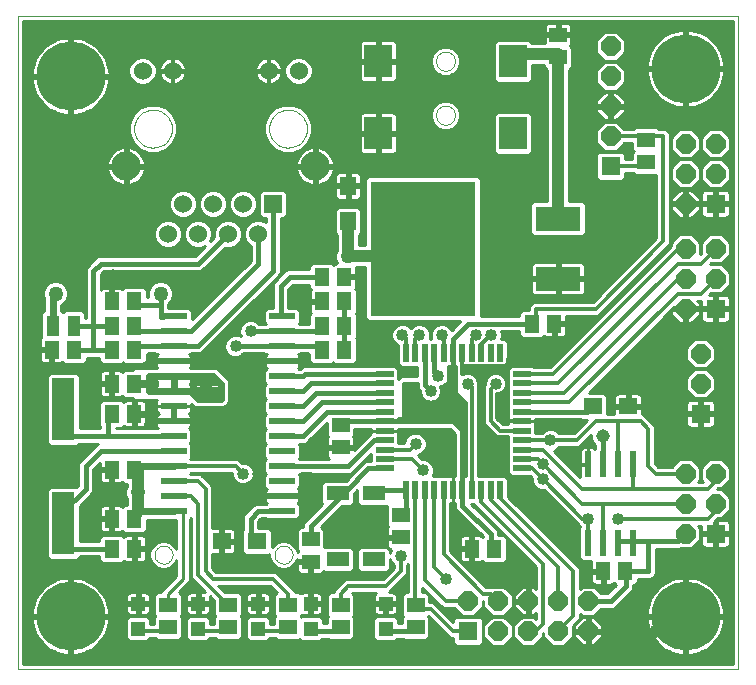
<source format=gtl>
G75*
G70*
%OFA0B0*%
%FSLAX24Y24*%
%IPPOS*%
%LPD*%
%AMOC8*
5,1,8,0,0,1.08239X$1,22.5*
%
%ADD10C,0.0000*%
%ADD11R,0.0866X0.0236*%
%ADD12R,0.0740X0.0500*%
%ADD13R,0.0630X0.0551*%
%ADD14R,0.0512X0.0591*%
%ADD15R,0.0760X0.2100*%
%ADD16R,0.0402X0.0701*%
%ADD17R,0.0591X0.0512*%
%ADD18R,0.0551X0.0630*%
%ADD19R,0.1500X0.0820*%
%ADD20R,0.3500X0.4500*%
%ADD21R,0.0945X0.1102*%
%ADD22R,0.0591X0.0197*%
%ADD23R,0.0197X0.0591*%
%ADD24R,0.0600X0.0600*%
%ADD25C,0.0600*%
%ADD26C,0.0975*%
%ADD27R,0.0472X0.0472*%
%ADD28R,0.0236X0.0866*%
%ADD29C,0.2300*%
%ADD30R,0.0640X0.0640*%
%ADD31OC8,0.0640*%
%ADD32C,0.0160*%
%ADD33C,0.0500*%
%ADD34C,0.0450*%
%ADD35C,0.0180*%
%ADD36C,0.0240*%
%ADD37C,0.0220*%
%ADD38C,0.0400*%
%ADD39C,0.0400*%
%ADD40C,0.0120*%
%ADD41C,0.0100*%
%ADD42C,0.0200*%
D10*
X000645Y005060D02*
X024645Y005060D01*
X024645Y026810D01*
X000645Y026810D01*
X000645Y005060D01*
X005195Y008860D02*
X005197Y008894D01*
X005203Y008928D01*
X005212Y008961D01*
X005226Y008992D01*
X005243Y009022D01*
X005263Y009050D01*
X005286Y009075D01*
X005312Y009098D01*
X005340Y009117D01*
X005370Y009133D01*
X005402Y009145D01*
X005435Y009154D01*
X005469Y009159D01*
X005504Y009160D01*
X005538Y009157D01*
X005571Y009150D01*
X005604Y009140D01*
X005635Y009125D01*
X005664Y009108D01*
X005691Y009087D01*
X005716Y009063D01*
X005738Y009036D01*
X005756Y009008D01*
X005771Y008977D01*
X005783Y008945D01*
X005791Y008911D01*
X005795Y008877D01*
X005795Y008843D01*
X005791Y008809D01*
X005783Y008775D01*
X005771Y008743D01*
X005756Y008712D01*
X005738Y008684D01*
X005716Y008657D01*
X005691Y008633D01*
X005664Y008612D01*
X005635Y008595D01*
X005604Y008580D01*
X005571Y008570D01*
X005538Y008563D01*
X005504Y008560D01*
X005469Y008561D01*
X005435Y008566D01*
X005402Y008575D01*
X005370Y008587D01*
X005340Y008603D01*
X005312Y008622D01*
X005286Y008645D01*
X005263Y008670D01*
X005243Y008698D01*
X005226Y008728D01*
X005212Y008759D01*
X005203Y008792D01*
X005197Y008826D01*
X005195Y008860D01*
X009195Y008860D02*
X009197Y008894D01*
X009203Y008928D01*
X009212Y008961D01*
X009226Y008992D01*
X009243Y009022D01*
X009263Y009050D01*
X009286Y009075D01*
X009312Y009098D01*
X009340Y009117D01*
X009370Y009133D01*
X009402Y009145D01*
X009435Y009154D01*
X009469Y009159D01*
X009504Y009160D01*
X009538Y009157D01*
X009571Y009150D01*
X009604Y009140D01*
X009635Y009125D01*
X009664Y009108D01*
X009691Y009087D01*
X009716Y009063D01*
X009738Y009036D01*
X009756Y009008D01*
X009771Y008977D01*
X009783Y008945D01*
X009791Y008911D01*
X009795Y008877D01*
X009795Y008843D01*
X009791Y008809D01*
X009783Y008775D01*
X009771Y008743D01*
X009756Y008712D01*
X009738Y008684D01*
X009716Y008657D01*
X009691Y008633D01*
X009664Y008612D01*
X009635Y008595D01*
X009604Y008580D01*
X009571Y008570D01*
X009538Y008563D01*
X009504Y008560D01*
X009469Y008561D01*
X009435Y008566D01*
X009402Y008575D01*
X009370Y008587D01*
X009340Y008603D01*
X009312Y008622D01*
X009286Y008645D01*
X009263Y008670D01*
X009243Y008698D01*
X009226Y008728D01*
X009212Y008759D01*
X009203Y008792D01*
X009197Y008826D01*
X009195Y008860D01*
X009015Y023060D02*
X009017Y023110D01*
X009023Y023160D01*
X009033Y023209D01*
X009047Y023257D01*
X009064Y023304D01*
X009085Y023349D01*
X009110Y023393D01*
X009138Y023434D01*
X009170Y023473D01*
X009204Y023510D01*
X009241Y023544D01*
X009281Y023574D01*
X009323Y023601D01*
X009367Y023625D01*
X009413Y023646D01*
X009460Y023662D01*
X009508Y023675D01*
X009558Y023684D01*
X009607Y023689D01*
X009658Y023690D01*
X009708Y023687D01*
X009757Y023680D01*
X009806Y023669D01*
X009854Y023654D01*
X009900Y023636D01*
X009945Y023614D01*
X009988Y023588D01*
X010029Y023559D01*
X010068Y023527D01*
X010104Y023492D01*
X010136Y023454D01*
X010166Y023414D01*
X010193Y023371D01*
X010216Y023327D01*
X010235Y023281D01*
X010251Y023233D01*
X010263Y023184D01*
X010271Y023135D01*
X010275Y023085D01*
X010275Y023035D01*
X010271Y022985D01*
X010263Y022936D01*
X010251Y022887D01*
X010235Y022839D01*
X010216Y022793D01*
X010193Y022749D01*
X010166Y022706D01*
X010136Y022666D01*
X010104Y022628D01*
X010068Y022593D01*
X010029Y022561D01*
X009988Y022532D01*
X009945Y022506D01*
X009900Y022484D01*
X009854Y022466D01*
X009806Y022451D01*
X009757Y022440D01*
X009708Y022433D01*
X009658Y022430D01*
X009607Y022431D01*
X009558Y022436D01*
X009508Y022445D01*
X009460Y022458D01*
X009413Y022474D01*
X009367Y022495D01*
X009323Y022519D01*
X009281Y022546D01*
X009241Y022576D01*
X009204Y022610D01*
X009170Y022647D01*
X009138Y022686D01*
X009110Y022727D01*
X009085Y022771D01*
X009064Y022816D01*
X009047Y022863D01*
X009033Y022911D01*
X009023Y022960D01*
X009017Y023010D01*
X009015Y023060D01*
X004515Y023060D02*
X004517Y023110D01*
X004523Y023160D01*
X004533Y023209D01*
X004547Y023257D01*
X004564Y023304D01*
X004585Y023349D01*
X004610Y023393D01*
X004638Y023434D01*
X004670Y023473D01*
X004704Y023510D01*
X004741Y023544D01*
X004781Y023574D01*
X004823Y023601D01*
X004867Y023625D01*
X004913Y023646D01*
X004960Y023662D01*
X005008Y023675D01*
X005058Y023684D01*
X005107Y023689D01*
X005158Y023690D01*
X005208Y023687D01*
X005257Y023680D01*
X005306Y023669D01*
X005354Y023654D01*
X005400Y023636D01*
X005445Y023614D01*
X005488Y023588D01*
X005529Y023559D01*
X005568Y023527D01*
X005604Y023492D01*
X005636Y023454D01*
X005666Y023414D01*
X005693Y023371D01*
X005716Y023327D01*
X005735Y023281D01*
X005751Y023233D01*
X005763Y023184D01*
X005771Y023135D01*
X005775Y023085D01*
X005775Y023035D01*
X005771Y022985D01*
X005763Y022936D01*
X005751Y022887D01*
X005735Y022839D01*
X005716Y022793D01*
X005693Y022749D01*
X005666Y022706D01*
X005636Y022666D01*
X005604Y022628D01*
X005568Y022593D01*
X005529Y022561D01*
X005488Y022532D01*
X005445Y022506D01*
X005400Y022484D01*
X005354Y022466D01*
X005306Y022451D01*
X005257Y022440D01*
X005208Y022433D01*
X005158Y022430D01*
X005107Y022431D01*
X005058Y022436D01*
X005008Y022445D01*
X004960Y022458D01*
X004913Y022474D01*
X004867Y022495D01*
X004823Y022519D01*
X004781Y022546D01*
X004741Y022576D01*
X004704Y022610D01*
X004670Y022647D01*
X004638Y022686D01*
X004610Y022727D01*
X004585Y022771D01*
X004564Y022816D01*
X004547Y022863D01*
X004533Y022911D01*
X004523Y022960D01*
X004517Y023010D01*
X004515Y023060D01*
X014580Y023510D02*
X014582Y023545D01*
X014588Y023580D01*
X014598Y023614D01*
X014611Y023647D01*
X014628Y023678D01*
X014649Y023706D01*
X014672Y023733D01*
X014699Y023756D01*
X014727Y023777D01*
X014758Y023794D01*
X014791Y023807D01*
X014825Y023817D01*
X014860Y023823D01*
X014895Y023825D01*
X014930Y023823D01*
X014965Y023817D01*
X014999Y023807D01*
X015032Y023794D01*
X015063Y023777D01*
X015091Y023756D01*
X015118Y023733D01*
X015141Y023706D01*
X015162Y023678D01*
X015179Y023647D01*
X015192Y023614D01*
X015202Y023580D01*
X015208Y023545D01*
X015210Y023510D01*
X015208Y023475D01*
X015202Y023440D01*
X015192Y023406D01*
X015179Y023373D01*
X015162Y023342D01*
X015141Y023314D01*
X015118Y023287D01*
X015091Y023264D01*
X015063Y023243D01*
X015032Y023226D01*
X014999Y023213D01*
X014965Y023203D01*
X014930Y023197D01*
X014895Y023195D01*
X014860Y023197D01*
X014825Y023203D01*
X014791Y023213D01*
X014758Y023226D01*
X014727Y023243D01*
X014699Y023264D01*
X014672Y023287D01*
X014649Y023314D01*
X014628Y023342D01*
X014611Y023373D01*
X014598Y023406D01*
X014588Y023440D01*
X014582Y023475D01*
X014580Y023510D01*
X014580Y025310D02*
X014582Y025345D01*
X014588Y025380D01*
X014598Y025414D01*
X014611Y025447D01*
X014628Y025478D01*
X014649Y025506D01*
X014672Y025533D01*
X014699Y025556D01*
X014727Y025577D01*
X014758Y025594D01*
X014791Y025607D01*
X014825Y025617D01*
X014860Y025623D01*
X014895Y025625D01*
X014930Y025623D01*
X014965Y025617D01*
X014999Y025607D01*
X015032Y025594D01*
X015063Y025577D01*
X015091Y025556D01*
X015118Y025533D01*
X015141Y025506D01*
X015162Y025478D01*
X015179Y025447D01*
X015192Y025414D01*
X015202Y025380D01*
X015208Y025345D01*
X015210Y025310D01*
X015208Y025275D01*
X015202Y025240D01*
X015192Y025206D01*
X015179Y025173D01*
X015162Y025142D01*
X015141Y025114D01*
X015118Y025087D01*
X015091Y025064D01*
X015063Y025043D01*
X015032Y025026D01*
X014999Y025013D01*
X014965Y025003D01*
X014930Y024997D01*
X014895Y024995D01*
X014860Y024997D01*
X014825Y025003D01*
X014791Y025013D01*
X014758Y025026D01*
X014727Y025043D01*
X014699Y025064D01*
X014672Y025087D01*
X014649Y025114D01*
X014628Y025142D01*
X014611Y025173D01*
X014598Y025206D01*
X014588Y025240D01*
X014582Y025275D01*
X014580Y025310D01*
D11*
X009456Y016810D03*
X009456Y016310D03*
X009456Y015810D03*
X009456Y015310D03*
X009456Y014810D03*
X009456Y014310D03*
X009456Y013810D03*
X009456Y013310D03*
X009456Y012810D03*
X009456Y012310D03*
X009456Y011810D03*
X009456Y011310D03*
X009456Y010810D03*
X009456Y010310D03*
X005834Y010310D03*
X005834Y010810D03*
X005834Y011310D03*
X005834Y011810D03*
X005834Y012310D03*
X005834Y012810D03*
X005834Y013310D03*
X005834Y013810D03*
X005834Y014310D03*
X005834Y014810D03*
X005834Y015310D03*
X005834Y015810D03*
X005834Y016310D03*
X005834Y016810D03*
D12*
X011295Y010910D03*
X012495Y010910D03*
X012495Y008710D03*
X011295Y008710D03*
D13*
X008611Y009310D03*
X007429Y009310D03*
X019804Y013810D03*
X020986Y013810D03*
D14*
X018519Y016560D03*
X017771Y016560D03*
X011519Y016497D03*
X010771Y016497D03*
X010771Y015685D03*
X011519Y015685D03*
X011519Y017310D03*
X010771Y017310D03*
X010771Y018122D03*
X011519Y018122D03*
X004519Y017310D03*
X003771Y017310D03*
X003771Y016497D03*
X004519Y016497D03*
X004519Y015685D03*
X003771Y015685D03*
X002519Y015685D03*
X001771Y015685D03*
X003771Y014560D03*
X004519Y014560D03*
X004519Y013560D03*
X003771Y013560D03*
X003771Y011685D03*
X004519Y011685D03*
X004519Y010060D03*
X003771Y010060D03*
X003771Y009060D03*
X004519Y009060D03*
X015771Y009060D03*
X016519Y009060D03*
X020146Y008310D03*
X020894Y008310D03*
D15*
X002145Y009910D03*
X002145Y013710D03*
D16*
X001795Y016497D03*
X002495Y016497D03*
D17*
X011395Y013184D03*
X011395Y012436D03*
X013395Y010184D03*
X013395Y009436D03*
X013895Y007184D03*
X013895Y006436D03*
X011395Y006436D03*
X011395Y007184D03*
X009645Y007184D03*
X009645Y006436D03*
X007645Y006436D03*
X007645Y007184D03*
X005645Y007184D03*
X005645Y006436D03*
X010395Y008623D03*
X010395Y009371D03*
X021583Y021936D03*
X021583Y022684D03*
X018645Y025436D03*
X018645Y026184D03*
D18*
X011645Y021150D03*
X011645Y019969D03*
D19*
X018645Y020060D03*
X018645Y018060D03*
D20*
X014145Y019060D03*
D21*
X012651Y022908D03*
X012651Y025310D03*
X017139Y025310D03*
X017139Y022908D03*
D22*
X017429Y014884D03*
X017429Y014569D03*
X017429Y014254D03*
X017429Y013939D03*
X017429Y013624D03*
X017429Y013310D03*
X017429Y012995D03*
X017429Y012680D03*
X017429Y012365D03*
X017429Y012050D03*
X017429Y011735D03*
X012862Y011735D03*
X012862Y012050D03*
X012862Y012365D03*
X012862Y012680D03*
X012862Y012995D03*
X012862Y013310D03*
X012862Y013624D03*
X012862Y013939D03*
X012862Y014254D03*
X012862Y014569D03*
X012862Y014884D03*
D23*
X013570Y015593D03*
X013885Y015593D03*
X014200Y015593D03*
X014515Y015593D03*
X014830Y015593D03*
X015145Y015593D03*
X015460Y015593D03*
X015775Y015593D03*
X016090Y015593D03*
X016405Y015593D03*
X016720Y015593D03*
X016720Y011026D03*
X016405Y011026D03*
X016090Y011026D03*
X015775Y011026D03*
X015460Y011026D03*
X015145Y011026D03*
X014830Y011026D03*
X014515Y011026D03*
X014200Y011026D03*
X013885Y011026D03*
X013570Y011026D03*
D24*
X009145Y020560D03*
D25*
X008145Y020560D03*
X007145Y020560D03*
X006145Y020560D03*
X005645Y019560D03*
X006645Y019560D03*
X007645Y019560D03*
X008645Y019560D03*
X008995Y024990D03*
X009995Y024990D03*
X005795Y024990D03*
X004795Y024990D03*
D26*
X004245Y021810D03*
X010545Y021810D03*
D27*
X010395Y007223D03*
X010395Y006396D03*
X008645Y006396D03*
X008645Y007223D03*
X006645Y007223D03*
X006645Y006396D03*
X004645Y006396D03*
X004645Y007223D03*
X012895Y007223D03*
X012895Y006396D03*
D28*
X019645Y009249D03*
X020145Y009249D03*
X020645Y009249D03*
X021145Y009249D03*
X021145Y011871D03*
X020645Y011871D03*
X020145Y011871D03*
X019645Y011871D03*
D29*
X022895Y006810D03*
X002395Y006810D03*
X002395Y024810D03*
X022895Y025060D03*
D30*
X020395Y021810D03*
X023895Y020560D03*
X023895Y017060D03*
X023395Y013560D03*
X023895Y009560D03*
X015645Y006310D03*
D31*
X016645Y006310D03*
X016645Y007310D03*
X015645Y007310D03*
X017645Y007310D03*
X018645Y007310D03*
X019645Y007310D03*
X019645Y006310D03*
X018645Y006310D03*
X017645Y006310D03*
X022895Y009560D03*
X022895Y010560D03*
X023895Y010560D03*
X023895Y011560D03*
X022895Y011560D03*
X023395Y014560D03*
X023395Y015560D03*
X022895Y017060D03*
X022895Y018060D03*
X023895Y018060D03*
X023895Y019060D03*
X022895Y019060D03*
X022895Y020560D03*
X022895Y021560D03*
X023895Y021560D03*
X023895Y022560D03*
X022895Y022560D03*
X020395Y022810D03*
X020395Y023810D03*
X020395Y024810D03*
X020395Y025810D03*
D32*
X009145Y020560D02*
X009145Y018310D01*
X006645Y015810D01*
X005834Y015810D01*
X004644Y015810D01*
X004519Y015685D01*
X004707Y016310D02*
X004519Y016497D01*
X004707Y016310D02*
X005834Y016310D01*
X006395Y016310D01*
X008645Y018560D01*
X008645Y019560D01*
X007645Y019560D02*
X006645Y018560D01*
X003395Y018560D01*
X003145Y018310D01*
X003145Y016497D01*
X004645Y017185D02*
X005395Y017185D01*
X005395Y017560D01*
X005395Y017185D02*
X005395Y016780D01*
X005635Y016832D01*
X005658Y016810D01*
X007895Y015810D02*
X009456Y015810D01*
X010646Y015810D01*
X010771Y015685D01*
X011519Y015685D02*
X011519Y016497D01*
X011519Y017309D01*
X011519Y017310D01*
X010771Y016497D02*
X010584Y016310D01*
X009456Y016310D01*
X008395Y016310D01*
X009456Y014810D02*
X010145Y014810D01*
X010220Y014884D01*
X012862Y014884D01*
X012862Y014569D02*
X010405Y014569D01*
X010145Y014310D01*
X009456Y014310D01*
X009466Y014319D01*
X009456Y013810D02*
X010145Y013810D01*
X010590Y014254D01*
X012862Y014254D01*
X012862Y013939D02*
X010775Y013939D01*
X010145Y013310D01*
X009456Y013310D01*
X009456Y012810D02*
X010145Y012810D01*
X010960Y013624D01*
X012862Y013624D01*
X012862Y013310D02*
X011521Y013310D01*
X011395Y013184D01*
X012515Y012680D02*
X011645Y011810D01*
X009456Y011810D01*
X009456Y010310D02*
X008645Y010310D01*
X008395Y010060D01*
X008395Y009400D01*
X008611Y009310D01*
X010395Y009371D02*
X010395Y009810D01*
X011295Y010710D01*
X011295Y010910D01*
X011583Y010997D01*
X012320Y011735D01*
X012862Y011735D01*
X012612Y011026D02*
X012495Y010910D01*
X012612Y011026D02*
X013570Y011026D01*
X013570Y010258D01*
X013395Y010184D01*
X015460Y010495D02*
X016395Y009560D01*
X016395Y009184D01*
X016519Y009060D01*
X015460Y010495D02*
X015460Y011026D01*
X015460Y011026D01*
X015460Y011501D01*
X015535Y011501D01*
X015535Y013920D01*
X015208Y014247D01*
X015208Y015118D01*
X015145Y015118D01*
X015145Y015310D01*
X015145Y015310D01*
X015145Y015118D01*
X015023Y015118D01*
X015020Y015119D01*
X015020Y014897D01*
X015025Y014885D01*
X015025Y014734D01*
X015020Y014722D01*
X015020Y014560D01*
X014932Y014560D01*
X014860Y014487D01*
X014751Y014442D01*
X014775Y014385D01*
X014775Y014234D01*
X014717Y014094D01*
X014610Y013987D01*
X014471Y013930D01*
X014319Y013930D01*
X014180Y013987D01*
X014073Y014094D01*
X014015Y014234D01*
X014015Y014322D01*
X013980Y014357D01*
X013940Y014453D01*
X013940Y014556D01*
X013940Y014560D01*
X013520Y014560D01*
X013520Y013372D01*
X013337Y013372D01*
X013337Y013310D01*
X012895Y013310D01*
X012895Y013309D01*
X015145Y013310D01*
X015395Y013059D01*
X015458Y013059D01*
X015458Y011501D01*
X015460Y011501D01*
X015460Y011026D01*
X015460Y011084D02*
X015460Y011084D01*
X015460Y011243D02*
X015460Y011243D01*
X015460Y011401D02*
X015460Y011401D01*
X015458Y011560D02*
X015535Y011560D01*
X015535Y011718D02*
X015458Y011718D01*
X015458Y011877D02*
X015535Y011877D01*
X015535Y012035D02*
X015458Y012035D01*
X015458Y012194D02*
X015535Y012194D01*
X015535Y012353D02*
X015458Y012353D01*
X015458Y012511D02*
X015535Y012511D01*
X015535Y012670D02*
X015458Y012670D01*
X015458Y012828D02*
X015535Y012828D01*
X015535Y012987D02*
X015458Y012987D01*
X015535Y013145D02*
X015309Y013145D01*
X015151Y013304D02*
X015535Y013304D01*
X015535Y013462D02*
X013520Y013462D01*
X013520Y013621D02*
X015535Y013621D01*
X015535Y013779D02*
X013520Y013779D01*
X013520Y013938D02*
X014299Y013938D01*
X014491Y013938D02*
X015517Y013938D01*
X015358Y014096D02*
X014718Y014096D01*
X014775Y014255D02*
X015208Y014255D01*
X015208Y014414D02*
X014763Y014414D01*
X015020Y014572D02*
X015208Y014572D01*
X015208Y014731D02*
X015024Y014731D01*
X015023Y014889D02*
X015208Y014889D01*
X015208Y015048D02*
X015020Y015048D01*
X015145Y015206D02*
X015145Y015206D01*
X014645Y014810D02*
X014515Y014939D01*
X014515Y015593D01*
X014200Y015593D02*
X014200Y014504D01*
X014395Y014310D01*
X014015Y014255D02*
X013520Y014255D01*
X013520Y014096D02*
X014072Y014096D01*
X013956Y014414D02*
X013520Y014414D01*
X015145Y015593D02*
X015145Y016060D01*
X015645Y016560D01*
X017771Y016560D01*
X017895Y016560D01*
X019804Y013810D02*
X019619Y013624D01*
X017429Y013624D01*
X012862Y012680D02*
X012515Y012680D01*
X013885Y007193D02*
X013895Y007184D01*
X014019Y007060D01*
X004635Y011770D02*
X004519Y011685D01*
D33*
X004645Y010935D03*
X006895Y014310D03*
X005395Y017560D03*
X001895Y017560D03*
X011645Y018810D03*
D34*
X010020Y017560D03*
X012708Y016185D03*
X016395Y017560D03*
X016395Y019685D03*
X017645Y020810D03*
X021333Y019122D03*
X020083Y017872D03*
X020145Y012810D03*
X016395Y008372D03*
X020645Y006310D03*
X021895Y006310D03*
X011895Y009810D03*
X007333Y008560D03*
X007645Y012310D03*
X006895Y013310D03*
X008395Y013310D03*
X007145Y015435D03*
X003800Y018137D03*
X002185Y018950D03*
X013645Y022810D03*
X013645Y025310D03*
D35*
X010771Y018122D02*
X009708Y018122D01*
X009395Y017810D01*
X009395Y016871D01*
X009456Y016810D01*
X003771Y016497D02*
X003145Y016497D01*
X002495Y016497D01*
X003145Y016497D02*
X003145Y015685D01*
X002519Y015685D01*
X003145Y015685D02*
X003771Y015685D01*
X003771Y013560D02*
X003645Y013310D01*
X003645Y012810D01*
X005834Y012810D01*
X005834Y012310D02*
X003395Y012310D01*
X002895Y011810D01*
X002895Y011060D01*
X002145Y010310D01*
X002145Y009910D01*
X002145Y009060D01*
X003771Y009060D01*
X003645Y012810D02*
X002145Y012810D01*
X002145Y013710D01*
X010395Y006396D02*
X010482Y006310D01*
X011395Y006310D01*
X011395Y006436D01*
X012895Y006396D02*
X012982Y006310D01*
X013895Y006310D01*
X013895Y006436D01*
X013895Y007184D02*
X013895Y007310D01*
X019645Y007310D02*
X020395Y007310D01*
X020895Y007810D01*
X020895Y008309D01*
X020894Y008310D01*
X021645Y008310D01*
X021645Y009310D01*
X021145Y009310D01*
X021145Y009560D01*
X021145Y009310D02*
X020706Y009310D01*
X020645Y009249D01*
X020645Y009310D01*
X021145Y009310D02*
X021145Y009249D01*
X021645Y009310D02*
X022645Y009310D01*
X022895Y009560D01*
X020145Y011871D02*
X020145Y012810D01*
D36*
X007395Y014060D02*
X006645Y014060D01*
X006487Y014217D01*
X006487Y014309D01*
X006395Y014309D01*
X006395Y014310D01*
X005834Y014310D01*
X005834Y014310D01*
X005834Y014648D01*
X005834Y014809D01*
X005834Y014809D01*
X005834Y014648D01*
X005834Y014310D01*
X006487Y014310D01*
X006487Y014457D01*
X006472Y014513D01*
X006445Y014560D01*
X006472Y014606D01*
X006487Y014662D01*
X006487Y014809D01*
X005834Y014809D01*
X005834Y014810D01*
X007145Y014810D01*
X007395Y014560D01*
X007395Y014060D01*
X007395Y014124D02*
X006580Y014124D01*
X006487Y014363D02*
X007395Y014363D01*
X007353Y014601D02*
X006469Y014601D01*
X005834Y014601D02*
X005834Y014601D01*
X005834Y014809D02*
X005181Y014809D01*
X005181Y014662D01*
X005196Y014606D01*
X005223Y014560D01*
X005196Y014513D01*
X005181Y014457D01*
X005181Y014310D01*
X005834Y014310D01*
X005834Y014310D01*
X005834Y014310D01*
X004995Y014310D01*
X004995Y014551D01*
X004645Y014551D01*
X004645Y014567D01*
X004995Y014567D01*
X004995Y014810D01*
X005834Y014810D01*
X005834Y014809D01*
X005834Y014363D02*
X005834Y014363D01*
X005181Y014363D02*
X004995Y014363D01*
X004995Y014601D02*
X005199Y014601D01*
X001795Y016497D02*
X001795Y017459D01*
X001895Y017560D01*
D37*
X004645Y011810D02*
X004635Y011800D01*
X004635Y011770D01*
X004645Y011810D02*
X005834Y011810D01*
X004645Y011810D02*
X004519Y011685D01*
X004645Y011684D01*
X004645Y010310D02*
X005834Y010310D01*
X004645Y010310D02*
X004645Y010186D01*
X004519Y010060D01*
D38*
X004645Y010310D02*
X004645Y010935D01*
X004645Y011684D01*
X011645Y018810D02*
X014145Y018810D01*
X014145Y019060D01*
X011645Y018810D02*
X011645Y019969D01*
X018645Y020060D02*
X018645Y025436D01*
X018645Y025560D01*
X017145Y025560D01*
X017139Y025554D01*
X017139Y025310D01*
D39*
X016395Y016185D03*
X015895Y016185D03*
X014770Y016185D03*
X014020Y016185D03*
X013458Y016185D03*
X014645Y014810D03*
X014395Y014310D03*
X013958Y013935D03*
X014645Y013435D03*
X014895Y012560D03*
X013895Y012560D03*
X014145Y011685D03*
X016645Y012560D03*
X018145Y013185D03*
X018390Y012680D03*
X019145Y012184D03*
X018145Y011872D03*
X018145Y011372D03*
X019645Y010060D03*
X020645Y010060D03*
X014895Y008060D03*
X013395Y008810D03*
X010395Y010809D03*
X008645Y011560D03*
X008145Y011560D03*
X010645Y012560D03*
X007895Y015810D03*
X008395Y016310D03*
X003020Y014560D03*
X001145Y015685D03*
X002145Y011810D03*
X003770Y010935D03*
X003145Y010060D03*
X005083Y008185D03*
X015645Y014560D03*
X016583Y014560D03*
D40*
X016395Y014372D01*
X016395Y013310D01*
X016710Y012995D01*
X017429Y012995D01*
X017429Y012680D02*
X018390Y012680D01*
X019265Y012680D01*
X019895Y013310D01*
X020645Y013310D01*
X020645Y011871D01*
X021145Y011871D02*
X021145Y011060D01*
X023645Y011060D01*
X023895Y011310D01*
X023895Y011560D01*
X022895Y011560D02*
X021895Y011560D01*
X021645Y011810D01*
X021645Y013060D01*
X021395Y013310D01*
X020645Y013310D01*
X019025Y013939D02*
X022645Y017560D01*
X023395Y017560D01*
X023895Y018060D01*
X023395Y018560D02*
X023895Y019060D01*
X023395Y018560D02*
X022645Y018560D01*
X018655Y014569D01*
X017429Y014569D01*
X017429Y014254D02*
X018840Y014254D01*
X022645Y018060D01*
X022895Y018060D01*
X022895Y019060D02*
X022645Y019060D01*
X018470Y014884D01*
X017429Y014884D01*
X017395Y015143D02*
X017067Y015143D01*
X016973Y015049D01*
X016973Y014720D01*
X016973Y014405D01*
X016973Y014090D01*
X016973Y013775D01*
X016973Y013460D01*
X016980Y013453D01*
X016973Y013429D01*
X016973Y013310D01*
X017395Y013310D01*
X017395Y013309D01*
X016973Y013309D01*
X016973Y013215D01*
X016801Y013215D01*
X016615Y013401D01*
X016615Y014200D01*
X016654Y014200D01*
X016786Y014254D01*
X016888Y014356D01*
X016943Y014488D01*
X016943Y014631D01*
X016888Y014763D01*
X016786Y014865D01*
X016654Y014919D01*
X016511Y014919D01*
X016379Y014865D01*
X016277Y014763D01*
X016223Y014631D01*
X016223Y014511D01*
X016175Y014463D01*
X016175Y014281D01*
X016175Y013218D01*
X016304Y013090D01*
X016619Y012775D01*
X016801Y012775D01*
X016973Y012775D01*
X016973Y012638D01*
X016895Y012560D01*
X016895Y011471D01*
X016885Y011481D01*
X016555Y011481D01*
X016240Y011481D01*
X015995Y011481D01*
X015995Y014353D01*
X015998Y014357D01*
X015995Y014444D01*
X015995Y014464D01*
X016005Y014488D01*
X016005Y014631D01*
X015950Y014763D01*
X015849Y014865D01*
X015717Y014919D01*
X015573Y014919D01*
X015458Y014871D01*
X015458Y015138D01*
X015460Y015138D01*
X015579Y015138D01*
X015604Y015144D01*
X015610Y015138D01*
X015940Y015138D01*
X016255Y015138D01*
X016570Y015138D01*
X016885Y015138D01*
X016978Y015231D01*
X016978Y015372D01*
X017395Y015372D01*
X017395Y015143D01*
X017395Y015254D02*
X016978Y015254D01*
X017060Y015136D02*
X015458Y015136D01*
X015460Y015138D02*
X015460Y015372D01*
X015460Y015138D01*
X015460Y015254D02*
X015460Y015254D01*
X015460Y015372D02*
X015460Y015372D01*
X015458Y015017D02*
X016973Y015017D01*
X016973Y014899D02*
X016705Y014899D01*
X016871Y014780D02*
X016973Y014780D01*
X016973Y014662D02*
X016930Y014662D01*
X016943Y014543D02*
X016973Y014543D01*
X016973Y014424D02*
X016916Y014424D01*
X016973Y014306D02*
X016838Y014306D01*
X016973Y014187D02*
X016615Y014187D01*
X016615Y014069D02*
X016973Y014069D01*
X016973Y013950D02*
X016615Y013950D01*
X016615Y013832D02*
X016973Y013832D01*
X016973Y013713D02*
X016615Y013713D01*
X016615Y013595D02*
X016973Y013595D01*
X016973Y013476D02*
X016615Y013476D01*
X016658Y013358D02*
X016973Y013358D01*
X016973Y013239D02*
X016777Y013239D01*
X016510Y012883D02*
X015995Y012883D01*
X015995Y012765D02*
X016973Y012765D01*
X016973Y012646D02*
X015995Y012646D01*
X015995Y012528D02*
X016895Y012528D01*
X016895Y012409D02*
X015995Y012409D01*
X015995Y012291D02*
X016895Y012291D01*
X016895Y012172D02*
X015995Y012172D01*
X015995Y012054D02*
X016895Y012054D01*
X016895Y011935D02*
X015995Y011935D01*
X015995Y011816D02*
X016895Y011816D01*
X016895Y011698D02*
X015995Y011698D01*
X015995Y011579D02*
X016895Y011579D01*
X017429Y011735D02*
X017782Y011735D01*
X018145Y011372D01*
X019458Y010060D01*
X019645Y010060D01*
X019645Y009249D01*
X020145Y009249D02*
X020145Y010560D01*
X019458Y010560D01*
X018145Y011872D01*
X018145Y011872D01*
X017967Y012050D01*
X017429Y012050D01*
X017429Y012365D02*
X018152Y012365D01*
X019458Y011060D01*
X021145Y011060D01*
X020145Y010560D02*
X022895Y010560D01*
X023645Y010060D02*
X023895Y010310D01*
X023895Y010560D01*
X023645Y010060D02*
X020645Y010060D01*
X018645Y008435D02*
X016405Y010675D01*
X016405Y011026D01*
X016720Y011026D02*
X016720Y010735D01*
X019145Y008309D01*
X019145Y006810D01*
X018645Y006310D01*
X018145Y006560D02*
X018145Y008560D01*
X016090Y010615D01*
X016090Y011026D01*
X015775Y011026D02*
X015775Y014439D01*
X015645Y014560D01*
X015523Y014899D02*
X015458Y014899D01*
X015767Y014899D02*
X016461Y014899D01*
X016294Y014780D02*
X015934Y014780D01*
X015992Y014662D02*
X016235Y014662D01*
X016223Y014543D02*
X016005Y014543D01*
X015996Y014424D02*
X016175Y014424D01*
X016175Y014306D02*
X015995Y014306D01*
X015995Y014187D02*
X016175Y014187D01*
X016175Y014069D02*
X015995Y014069D01*
X015995Y013950D02*
X016175Y013950D01*
X016175Y013832D02*
X015995Y013832D01*
X015995Y013713D02*
X016175Y013713D01*
X016175Y013595D02*
X015995Y013595D01*
X015995Y013476D02*
X016175Y013476D01*
X016175Y013358D02*
X015995Y013358D01*
X015995Y013239D02*
X016175Y013239D01*
X016273Y013120D02*
X015995Y013120D01*
X015995Y013002D02*
X016391Y013002D01*
X017429Y013939D02*
X019025Y013939D01*
X016090Y015593D02*
X016090Y015879D01*
X016395Y016185D01*
X015895Y016185D02*
X015775Y016064D01*
X015775Y015593D01*
X014830Y015593D02*
X014830Y016124D01*
X014770Y016185D01*
X014020Y016185D02*
X013885Y016050D01*
X013885Y015593D01*
X013570Y015593D02*
X013570Y016072D01*
X013458Y016185D01*
X017895Y016560D02*
X017895Y017060D01*
X019895Y017060D01*
X022145Y019310D01*
X022145Y022810D01*
X021771Y022810D01*
X021583Y022684D01*
X021645Y022810D01*
X020395Y022810D01*
X020395Y021810D02*
X021645Y021810D01*
X021583Y021936D01*
X013895Y012560D02*
X013700Y012365D01*
X012862Y012365D01*
X012871Y012060D02*
X013770Y012060D01*
X014145Y011685D01*
X014200Y011026D02*
X014200Y008004D01*
X014895Y007310D01*
X015645Y007310D01*
X016145Y007560D02*
X016395Y007560D01*
X016645Y007310D01*
X016145Y007560D02*
X014830Y008874D01*
X014830Y011026D01*
X014515Y011026D02*
X014515Y008439D01*
X014895Y008060D01*
X013885Y007193D02*
X013885Y011026D01*
X012862Y012050D02*
X012871Y012060D01*
X013395Y008810D02*
X013395Y008310D01*
X012895Y007810D01*
X011645Y007810D01*
X011395Y007560D01*
X011395Y007184D01*
X009645Y007184D02*
X009645Y007560D01*
X009145Y008060D01*
X007145Y008060D01*
X006895Y008310D01*
X006895Y011060D01*
X006645Y011310D01*
X005834Y011310D01*
X005834Y010810D02*
X006395Y010810D01*
X006645Y010560D01*
X006645Y008184D01*
X007645Y007184D01*
X007645Y006436D02*
X007645Y006310D01*
X006732Y006310D01*
X006645Y006396D01*
X005645Y006436D02*
X005645Y006310D01*
X004732Y006310D01*
X004645Y006396D01*
X008645Y006396D02*
X008645Y006310D01*
X009519Y006310D01*
X009645Y006436D01*
X014019Y007060D02*
X014395Y007060D01*
X015145Y006310D01*
X015645Y006310D01*
X017645Y006310D02*
X017895Y006310D01*
X018145Y006560D01*
X018645Y007310D02*
X018645Y008435D01*
X018145Y011372D02*
X018145Y011372D01*
X008145Y011560D02*
X007895Y011810D01*
X005834Y011810D01*
X005834Y016810D02*
X005658Y016810D01*
X004645Y017185D02*
X004645Y017310D01*
X004645Y017310D01*
X004519Y017310D01*
D41*
X004945Y017434D02*
X004945Y017675D01*
X004845Y017775D01*
X004193Y017775D01*
X004131Y017713D01*
X004119Y017725D01*
X004085Y017745D01*
X004047Y017755D01*
X003821Y017755D01*
X003821Y017360D01*
X003721Y017360D01*
X003721Y017755D01*
X003495Y017755D01*
X003457Y017745D01*
X003423Y017725D01*
X003395Y017697D01*
X003395Y017697D01*
X003395Y018206D01*
X003499Y018310D01*
X006595Y018310D01*
X006695Y018310D01*
X006787Y018348D01*
X007535Y019096D01*
X007552Y019090D01*
X007739Y019090D01*
X007911Y019161D01*
X008043Y019293D01*
X008115Y019466D01*
X008115Y019653D01*
X008043Y019826D01*
X007911Y019958D01*
X007739Y020029D01*
X007552Y020029D01*
X007379Y019958D01*
X007247Y019826D01*
X007175Y019653D01*
X007175Y019466D01*
X007182Y019450D01*
X007056Y019324D01*
X007115Y019466D01*
X007115Y019653D01*
X007043Y019826D01*
X006911Y019958D01*
X006739Y020029D01*
X006552Y020029D01*
X006379Y019958D01*
X006247Y019826D01*
X006175Y019653D01*
X006175Y019466D01*
X006247Y019293D01*
X006379Y019161D01*
X006552Y019090D01*
X006739Y019090D01*
X006880Y019148D01*
X006541Y018809D01*
X003345Y018809D01*
X003253Y018771D01*
X003183Y018701D01*
X003003Y018521D01*
X002933Y018451D01*
X002895Y018359D01*
X002895Y016757D01*
X002866Y016757D01*
X002866Y016918D01*
X002767Y017017D01*
X002224Y017017D01*
X002145Y016938D01*
X002085Y016999D01*
X002085Y017183D01*
X002133Y017203D01*
X002251Y017322D01*
X002315Y017476D01*
X002895Y017476D01*
X002895Y017575D02*
X002315Y017575D01*
X002315Y017643D02*
X002315Y017476D01*
X002274Y017377D02*
X002895Y017377D01*
X002895Y017279D02*
X002208Y017279D01*
X002085Y017180D02*
X002895Y017180D01*
X002895Y017082D02*
X002085Y017082D01*
X002100Y016983D02*
X002190Y016983D01*
X002801Y016983D02*
X002895Y016983D01*
X002895Y016885D02*
X002866Y016885D01*
X002866Y016786D02*
X002895Y016786D01*
X003721Y017377D02*
X003821Y017377D01*
X003821Y017476D02*
X003721Y017476D01*
X003721Y017575D02*
X003821Y017575D01*
X003821Y017673D02*
X003721Y017673D01*
X003395Y017772D02*
X004190Y017772D01*
X004849Y017772D02*
X005028Y017772D01*
X005039Y017797D02*
X004975Y017643D01*
X004975Y017476D01*
X004945Y017476D01*
X004975Y017476D02*
X004992Y017434D01*
X004945Y017434D01*
X004945Y017575D02*
X004975Y017575D01*
X004987Y017673D02*
X004945Y017673D01*
X005039Y017797D02*
X005157Y017916D01*
X005311Y017979D01*
X005479Y017979D01*
X005633Y017916D01*
X005751Y017797D01*
X005815Y017643D01*
X005815Y017476D01*
X007208Y017476D01*
X007109Y017377D02*
X005774Y017377D01*
X005751Y017322D02*
X005815Y017476D01*
X005815Y017575D02*
X007307Y017575D01*
X007405Y017673D02*
X005803Y017673D01*
X005762Y017772D02*
X007504Y017772D01*
X007602Y017870D02*
X005678Y017870D01*
X005505Y017969D02*
X007701Y017969D01*
X007799Y018067D02*
X003395Y018067D01*
X003395Y017969D02*
X005285Y017969D01*
X005112Y017870D02*
X003395Y017870D01*
X003395Y018166D02*
X007898Y018166D01*
X007996Y018264D02*
X003453Y018264D01*
X003141Y018659D02*
X000815Y018659D01*
X000815Y018757D02*
X003239Y018757D01*
X003042Y018560D02*
X000815Y018560D01*
X000815Y018461D02*
X002943Y018461D01*
X002897Y018363D02*
X000815Y018363D01*
X000815Y018264D02*
X002895Y018264D01*
X002895Y018166D02*
X000815Y018166D01*
X000815Y018067D02*
X002895Y018067D01*
X002895Y017969D02*
X002005Y017969D01*
X001979Y017979D02*
X001811Y017979D01*
X001657Y017916D01*
X001539Y017797D01*
X001475Y017643D01*
X001475Y017476D01*
X000815Y017476D01*
X000815Y017575D02*
X001475Y017575D01*
X001487Y017673D02*
X000815Y017673D01*
X000815Y017772D02*
X001528Y017772D01*
X001612Y017870D02*
X000815Y017870D01*
X000815Y017969D02*
X001785Y017969D01*
X001979Y017979D02*
X002133Y017916D01*
X002251Y017797D01*
X002315Y017643D01*
X002303Y017673D02*
X002895Y017673D01*
X002895Y017772D02*
X002262Y017772D01*
X002178Y017870D02*
X002895Y017870D01*
X001505Y017405D02*
X001505Y017401D01*
X001505Y016999D01*
X001424Y016918D01*
X001424Y016100D01*
X001423Y016100D01*
X001395Y016072D01*
X001375Y016038D01*
X001365Y016000D01*
X001365Y015734D01*
X001721Y015734D01*
X001721Y015635D01*
X001365Y015635D01*
X001365Y015369D01*
X001375Y015331D01*
X001395Y015297D01*
X001423Y015269D01*
X001457Y015249D01*
X001495Y015239D01*
X001721Y015239D01*
X001721Y015634D01*
X001821Y015634D01*
X001821Y015239D01*
X002047Y015239D01*
X002085Y015249D01*
X002119Y015269D01*
X002131Y015281D01*
X002193Y015219D01*
X002845Y015219D01*
X002945Y015319D01*
X002945Y015425D01*
X003197Y015425D01*
X003345Y015425D01*
X003345Y015319D01*
X003445Y015219D01*
X004097Y015219D01*
X004145Y015267D01*
X004193Y015219D01*
X004845Y015219D01*
X004945Y015319D01*
X004945Y015560D01*
X005292Y015560D01*
X005307Y015545D01*
X005281Y015520D01*
X005261Y015486D01*
X005251Y015447D01*
X005251Y015319D01*
X005825Y015319D01*
X005825Y015300D01*
X005251Y015300D01*
X005251Y015172D01*
X005261Y015134D01*
X005281Y015099D01*
X004587Y015099D01*
X004481Y015055D01*
X004450Y015025D01*
X004193Y015025D01*
X004131Y014963D01*
X004119Y014975D01*
X004085Y014995D01*
X004047Y015005D01*
X003821Y015005D01*
X003821Y014610D01*
X003721Y014610D01*
X003721Y015005D01*
X003495Y015005D01*
X003457Y014995D01*
X003423Y014975D01*
X003395Y014947D01*
X003375Y014913D01*
X003365Y014875D01*
X003365Y014609D01*
X003721Y014609D01*
X003721Y014510D01*
X003365Y014510D01*
X003365Y014244D01*
X003375Y014206D01*
X003395Y014172D01*
X003423Y014144D01*
X003457Y014124D01*
X003495Y014114D01*
X003721Y014114D01*
X003721Y014509D01*
X003821Y014509D01*
X003821Y014114D01*
X004047Y014114D01*
X004085Y014124D01*
X004119Y014144D01*
X004131Y014156D01*
X004193Y014094D01*
X004450Y014094D01*
X004481Y014064D01*
X004587Y014020D01*
X004703Y014020D01*
X005281Y014020D01*
X005261Y013986D01*
X005251Y013947D01*
X005251Y013819D01*
X005825Y013819D01*
X005825Y013800D01*
X005843Y013800D01*
X005843Y013541D01*
X005843Y013319D01*
X005825Y013319D01*
X005825Y013578D01*
X005825Y013800D01*
X005251Y013800D01*
X005251Y013672D01*
X005261Y013634D01*
X005281Y013599D01*
X005309Y013571D01*
X005329Y013560D01*
X005309Y013548D01*
X005281Y013520D01*
X005261Y013486D01*
X005251Y013447D01*
X005251Y013319D01*
X005825Y013319D01*
X005825Y013300D01*
X005251Y013300D01*
X005251Y013172D01*
X005261Y013134D01*
X005281Y013099D01*
X005307Y013074D01*
X005302Y013069D01*
X003905Y013069D01*
X003905Y013094D01*
X004097Y013094D01*
X004159Y013156D01*
X004171Y013144D01*
X004205Y013124D01*
X004243Y013114D01*
X004469Y013114D01*
X004469Y013509D01*
X004569Y013509D01*
X004569Y013114D01*
X004795Y013114D01*
X004833Y013124D01*
X004867Y013144D01*
X004895Y013172D01*
X004915Y013206D01*
X004925Y013244D01*
X004925Y013510D01*
X004569Y013510D01*
X004569Y013609D01*
X004925Y013609D01*
X004925Y013875D01*
X004915Y013913D01*
X004895Y013947D01*
X004867Y013975D01*
X004833Y013995D01*
X004795Y014005D01*
X004569Y014005D01*
X004569Y013610D01*
X004469Y013610D01*
X004469Y014005D01*
X004243Y014005D01*
X004205Y013995D01*
X004171Y013975D01*
X004159Y013963D01*
X004097Y014025D01*
X003445Y014025D01*
X003345Y013925D01*
X003345Y013194D01*
X003385Y013154D01*
X003385Y013069D01*
X002695Y013069D01*
X002695Y014830D01*
X002595Y014929D01*
X001695Y014929D01*
X001595Y014830D01*
X001595Y012589D01*
X001695Y012490D01*
X002595Y012490D01*
X002655Y012550D01*
X003295Y012550D01*
X003248Y012530D01*
X002748Y012030D01*
X002675Y011957D01*
X002635Y011861D01*
X002635Y011167D01*
X002596Y011129D01*
X002595Y011129D01*
X001695Y011129D01*
X001595Y011030D01*
X001595Y008789D01*
X001695Y008690D01*
X002595Y008690D01*
X002695Y008789D01*
X002695Y008800D01*
X003345Y008800D01*
X003345Y008694D01*
X003445Y008594D01*
X004097Y008594D01*
X004159Y008656D01*
X004171Y008644D01*
X004205Y008624D01*
X004243Y008614D01*
X004469Y008614D01*
X004469Y009009D01*
X004569Y009009D01*
X004569Y008614D01*
X004795Y008614D01*
X004833Y008624D01*
X004867Y008644D01*
X004895Y008672D01*
X004915Y008706D01*
X004925Y008744D01*
X004925Y009010D01*
X004569Y009010D01*
X004569Y009109D01*
X004925Y009109D01*
X004925Y009375D01*
X004915Y009413D01*
X004895Y009447D01*
X004867Y009475D01*
X004833Y009495D01*
X004795Y009505D01*
X004569Y009505D01*
X004569Y009110D01*
X004469Y009110D01*
X004469Y009505D01*
X004243Y009505D01*
X004205Y009495D01*
X004171Y009475D01*
X004159Y009463D01*
X004097Y009525D01*
X003445Y009525D01*
X003345Y009425D01*
X003345Y009319D01*
X002695Y009319D01*
X002695Y010492D01*
X003115Y010912D01*
X003155Y011008D01*
X003155Y011111D01*
X003155Y011702D01*
X003365Y011912D01*
X003365Y011734D01*
X003721Y011734D01*
X003721Y011635D01*
X003365Y011635D01*
X003365Y011369D01*
X003375Y011331D01*
X003395Y011297D01*
X003423Y011269D01*
X003457Y011249D01*
X003495Y011239D01*
X003721Y011239D01*
X003721Y011634D01*
X003821Y011634D01*
X003821Y011239D01*
X004047Y011239D01*
X004085Y011249D01*
X004119Y011269D01*
X004131Y011281D01*
X004193Y011219D01*
X004275Y011219D01*
X004275Y011139D01*
X004225Y011018D01*
X004225Y010851D01*
X004275Y010730D01*
X004275Y010525D01*
X004193Y010525D01*
X004131Y010463D01*
X004119Y010475D01*
X004085Y010495D01*
X004047Y010505D01*
X003821Y010505D01*
X003821Y010110D01*
X003721Y010110D01*
X003721Y010505D01*
X003495Y010505D01*
X003457Y010495D01*
X003423Y010475D01*
X003395Y010447D01*
X003375Y010413D01*
X003365Y010375D01*
X003365Y010109D01*
X003721Y010109D01*
X003721Y010010D01*
X003365Y010010D01*
X003365Y009744D01*
X003375Y009706D01*
X003395Y009672D01*
X003423Y009644D01*
X003457Y009624D01*
X003495Y009614D01*
X003721Y009614D01*
X003721Y010009D01*
X003821Y010009D01*
X003821Y009614D01*
X004047Y009614D01*
X004085Y009624D01*
X004119Y009644D01*
X004131Y009656D01*
X004193Y009594D01*
X004845Y009594D01*
X004945Y009694D01*
X004945Y010030D01*
X005322Y010030D01*
X005331Y010021D01*
X005925Y010021D01*
X005925Y009049D01*
X005893Y009126D01*
X005761Y009258D01*
X005589Y009329D01*
X005402Y009329D01*
X005229Y009258D01*
X005097Y009126D01*
X005025Y008953D01*
X005025Y008766D01*
X005097Y008593D01*
X005229Y008461D01*
X005402Y008390D01*
X005589Y008390D01*
X005761Y008461D01*
X005893Y008593D01*
X005925Y008670D01*
X005925Y008151D01*
X005425Y007651D01*
X005425Y007609D01*
X005279Y007609D01*
X005180Y007510D01*
X005180Y006857D01*
X005227Y006810D01*
X005180Y006762D01*
X005180Y006539D01*
X005051Y006539D01*
X005051Y006703D01*
X004952Y006802D01*
X004338Y006802D01*
X004239Y006703D01*
X004239Y006089D01*
X004338Y005990D01*
X004952Y005990D01*
X005041Y006080D01*
X005209Y006080D01*
X005279Y006010D01*
X006011Y006010D01*
X006110Y006109D01*
X006110Y006762D01*
X006063Y006810D01*
X006110Y006857D01*
X006110Y007510D01*
X006011Y007609D01*
X006006Y007609D01*
X006236Y007840D01*
X006365Y007968D01*
X006365Y010049D01*
X006415Y010099D01*
X006415Y008279D01*
X006415Y008088D01*
X006894Y007609D01*
X006695Y007609D01*
X006695Y007273D01*
X006595Y007273D01*
X006595Y007609D01*
X006389Y007609D01*
X006351Y007599D01*
X006317Y007579D01*
X006289Y007551D01*
X006269Y007517D01*
X006259Y007479D01*
X006259Y007273D01*
X006595Y007273D01*
X006595Y007173D01*
X006259Y007173D01*
X006259Y006967D01*
X006269Y006929D01*
X006289Y006895D01*
X006317Y006867D01*
X006351Y006847D01*
X006389Y006837D01*
X006595Y006837D01*
X006595Y007173D01*
X006695Y007173D01*
X006695Y007273D01*
X007031Y007273D01*
X007031Y007472D01*
X007180Y007324D01*
X007180Y006857D01*
X007227Y006810D01*
X007180Y006762D01*
X007180Y006539D01*
X007051Y006539D01*
X007051Y006703D01*
X006952Y006802D01*
X006338Y006802D01*
X006239Y006703D01*
X006239Y006089D01*
X006338Y005990D01*
X006952Y005990D01*
X007041Y006080D01*
X007209Y006080D01*
X007279Y006010D01*
X008011Y006010D01*
X008110Y006109D01*
X008110Y006762D01*
X008063Y006810D01*
X008110Y006857D01*
X008110Y007510D01*
X008011Y007609D01*
X007544Y007609D01*
X007324Y007830D01*
X009050Y007830D01*
X009275Y007605D01*
X009180Y007510D01*
X009180Y006857D01*
X009227Y006810D01*
X009180Y006762D01*
X009180Y006539D01*
X009051Y006539D01*
X009051Y006703D01*
X008952Y006802D01*
X008338Y006802D01*
X008239Y006703D01*
X008239Y006089D01*
X008338Y005990D01*
X008952Y005990D01*
X009041Y006080D01*
X009209Y006080D01*
X009279Y006010D01*
X010011Y006010D01*
X010040Y006039D01*
X010088Y005990D01*
X010702Y005990D01*
X010761Y006050D01*
X010989Y006050D01*
X011029Y006010D01*
X011761Y006010D01*
X011860Y006109D01*
X011860Y006762D01*
X011813Y006810D01*
X011860Y006857D01*
X011860Y007510D01*
X011791Y007580D01*
X012567Y007580D01*
X012567Y007579D01*
X012539Y007551D01*
X012519Y007517D01*
X012509Y007479D01*
X012509Y007273D01*
X012845Y007273D01*
X012845Y007173D01*
X012509Y007173D01*
X012509Y006967D01*
X012519Y006929D01*
X012539Y006895D01*
X012567Y006867D01*
X012601Y006847D01*
X012639Y006837D01*
X012845Y006837D01*
X012845Y007173D01*
X012945Y007173D01*
X012945Y007273D01*
X013281Y007273D01*
X013281Y007479D01*
X013271Y007517D01*
X013251Y007551D01*
X013223Y007579D01*
X013189Y007599D01*
X013151Y007609D01*
X013020Y007609D01*
X013490Y008080D01*
X013625Y008214D01*
X013625Y008516D01*
X013655Y008546D01*
X013655Y007609D01*
X013529Y007609D01*
X013430Y007510D01*
X013430Y006857D01*
X013477Y006810D01*
X013430Y006762D01*
X013430Y006569D01*
X013301Y006569D01*
X013301Y006703D01*
X013202Y006802D01*
X012588Y006802D01*
X012489Y006703D01*
X012489Y006089D01*
X012588Y005990D01*
X013202Y005990D01*
X013261Y006050D01*
X013489Y006050D01*
X013529Y006010D01*
X014261Y006010D01*
X014360Y006109D01*
X014360Y006762D01*
X014313Y006810D01*
X014316Y006813D01*
X015050Y006080D01*
X015155Y006080D01*
X015155Y005919D01*
X015255Y005820D01*
X016035Y005820D01*
X016135Y005919D01*
X016135Y006700D01*
X016035Y006799D01*
X015255Y006799D01*
X015155Y006700D01*
X015155Y006625D01*
X014625Y007155D01*
X014490Y007289D01*
X014360Y007289D01*
X014360Y007510D01*
X014261Y007609D01*
X014115Y007609D01*
X014115Y007764D01*
X014800Y007080D01*
X014990Y007080D01*
X015182Y007080D01*
X015442Y006820D01*
X015848Y006820D01*
X016135Y007107D01*
X016135Y007330D01*
X016155Y007330D01*
X016155Y007107D01*
X016442Y006820D01*
X016848Y006820D01*
X017135Y007107D01*
X017135Y007512D01*
X016848Y007799D01*
X016442Y007799D01*
X016432Y007789D01*
X016240Y007789D01*
X015060Y008970D01*
X015060Y010581D01*
X015145Y010581D01*
X015210Y010581D01*
X015210Y010544D01*
X015210Y010445D01*
X015248Y010353D01*
X016135Y009467D01*
X016131Y009463D01*
X016119Y009475D01*
X016085Y009495D01*
X016047Y009505D01*
X015821Y009505D01*
X015821Y009110D01*
X015721Y009110D01*
X015721Y009505D01*
X015495Y009505D01*
X015457Y009495D01*
X015423Y009475D01*
X015395Y009447D01*
X015375Y009413D01*
X015365Y009375D01*
X015365Y009109D01*
X015721Y009109D01*
X015721Y009010D01*
X015365Y009010D01*
X015365Y008744D01*
X015375Y008706D01*
X015395Y008672D01*
X015423Y008644D01*
X015457Y008624D01*
X015495Y008614D01*
X015721Y008614D01*
X015721Y009009D01*
X015821Y009009D01*
X015821Y008614D01*
X016047Y008614D01*
X016085Y008624D01*
X016119Y008644D01*
X016131Y008656D01*
X016193Y008594D01*
X016845Y008594D01*
X016945Y008694D01*
X016945Y009425D01*
X016845Y009525D01*
X016645Y009525D01*
X016645Y009609D01*
X016607Y009701D01*
X015747Y010561D01*
X015860Y010561D01*
X015860Y010519D01*
X017915Y008464D01*
X017915Y007704D01*
X017840Y007779D01*
X017695Y007779D01*
X017695Y007360D01*
X017595Y007360D01*
X017595Y007779D01*
X017450Y007779D01*
X017175Y007504D01*
X017175Y007359D01*
X017595Y007359D01*
X017595Y007260D01*
X017175Y007260D01*
X017175Y007115D01*
X017450Y006840D01*
X017595Y006840D01*
X017595Y007259D01*
X017695Y007259D01*
X017695Y006840D01*
X017840Y006840D01*
X017915Y006915D01*
X017915Y006732D01*
X017848Y006799D01*
X017442Y006799D01*
X017155Y006512D01*
X017155Y006107D01*
X017442Y005820D01*
X017848Y005820D01*
X018135Y006107D01*
X018135Y006224D01*
X018155Y006244D01*
X018155Y006107D01*
X018442Y005820D01*
X018848Y005820D01*
X019135Y006107D01*
X019135Y006474D01*
X019375Y006714D01*
X019375Y006887D01*
X019442Y006820D01*
X019848Y006820D01*
X020078Y007050D01*
X020343Y007050D01*
X020447Y007050D01*
X020542Y007089D01*
X021115Y007662D01*
X021155Y007758D01*
X021155Y007844D01*
X021220Y007844D01*
X021320Y007944D01*
X021320Y008050D01*
X021593Y008050D01*
X021697Y008050D01*
X021792Y008089D01*
X021865Y008162D01*
X021905Y008258D01*
X021905Y009050D01*
X022593Y009050D01*
X022697Y009050D01*
X022745Y009070D01*
X023098Y009070D01*
X023385Y009357D01*
X023385Y009762D01*
X023318Y009830D01*
X023425Y009830D01*
X023425Y009609D01*
X023845Y009609D01*
X023845Y009510D01*
X023425Y009510D01*
X023425Y009220D01*
X023435Y009182D01*
X023455Y009147D01*
X023483Y009119D01*
X023517Y009100D01*
X023128Y009100D01*
X023227Y009198D02*
X023431Y009198D01*
X023425Y009297D02*
X023325Y009297D01*
X023385Y009395D02*
X023425Y009395D01*
X023425Y009494D02*
X023385Y009494D01*
X023385Y009593D02*
X023845Y009593D01*
X023845Y009610D02*
X023845Y009934D01*
X023980Y010070D01*
X024098Y010070D01*
X024385Y010357D01*
X024385Y010762D01*
X024098Y011049D01*
X023960Y011049D01*
X023980Y011070D01*
X024098Y011070D01*
X024385Y011357D01*
X024385Y011762D01*
X024098Y012049D01*
X023692Y012049D01*
X023405Y011762D01*
X023405Y011357D01*
X023472Y011289D01*
X023318Y011289D01*
X023385Y011357D01*
X023385Y011762D01*
X023098Y012049D01*
X022692Y012049D01*
X022432Y011789D01*
X021990Y011789D01*
X021875Y011905D01*
X021875Y012964D01*
X021875Y013155D01*
X021625Y013405D01*
X021490Y013539D01*
X021451Y013539D01*
X021451Y013760D01*
X021036Y013760D01*
X021036Y013859D01*
X021451Y013859D01*
X021451Y014105D01*
X021440Y014143D01*
X021421Y014177D01*
X021393Y014205D01*
X021358Y014225D01*
X021320Y014235D01*
X021035Y014235D01*
X021035Y013860D01*
X020936Y013860D01*
X020936Y014235D01*
X020651Y014235D01*
X020613Y014225D01*
X020579Y014205D01*
X020551Y014177D01*
X020531Y014143D01*
X020521Y014105D01*
X020521Y013859D01*
X020935Y013859D01*
X020935Y013760D01*
X020521Y013760D01*
X020521Y013539D01*
X020289Y013539D01*
X020289Y014156D01*
X020190Y014255D01*
X019666Y014255D01*
X022520Y017109D01*
X022845Y017109D01*
X022845Y017010D01*
X022425Y017010D01*
X022425Y016865D01*
X022700Y016590D01*
X022845Y016590D01*
X022845Y017009D01*
X022945Y017009D01*
X022945Y016590D01*
X023090Y016590D01*
X023365Y016865D01*
X023365Y017010D01*
X022945Y017010D01*
X022945Y017109D01*
X023365Y017109D01*
X023365Y017254D01*
X023290Y017330D01*
X023300Y017330D01*
X023425Y017330D01*
X023425Y017109D01*
X023845Y017109D01*
X023845Y017010D01*
X023425Y017010D01*
X023425Y016720D01*
X023435Y016682D01*
X023455Y016647D01*
X023483Y016619D01*
X023517Y016600D01*
X023555Y016590D01*
X023845Y016590D01*
X023845Y017009D01*
X023945Y017009D01*
X023945Y016590D01*
X024235Y016590D01*
X024273Y016600D01*
X024307Y016619D01*
X024335Y016647D01*
X024355Y016682D01*
X024365Y016720D01*
X024365Y017010D01*
X023945Y017010D01*
X023945Y017109D01*
X024365Y017109D01*
X024365Y017399D01*
X024355Y017437D01*
X024335Y017472D01*
X024307Y017500D01*
X024273Y017519D01*
X024235Y017529D01*
X023945Y017529D01*
X023945Y017110D01*
X023845Y017110D01*
X023845Y017529D01*
X023690Y017529D01*
X023730Y017570D01*
X024098Y017570D01*
X024385Y017857D01*
X024385Y018262D01*
X024098Y018549D01*
X023710Y018549D01*
X023730Y018570D01*
X024098Y018570D01*
X024385Y018857D01*
X024385Y019262D01*
X024098Y019549D01*
X023692Y019549D01*
X023405Y019262D01*
X023405Y018895D01*
X023385Y018875D01*
X023385Y019262D01*
X023098Y019549D01*
X022692Y019549D01*
X022405Y019262D01*
X022405Y019145D01*
X018375Y015114D01*
X017833Y015114D01*
X017794Y015153D01*
X017063Y015153D01*
X016963Y015053D01*
X016963Y014715D01*
X016963Y014401D01*
X016963Y014086D01*
X016963Y013771D01*
X016963Y013456D01*
X016985Y013434D01*
X016983Y013428D01*
X016983Y013310D01*
X017428Y013310D01*
X017428Y013309D01*
X016983Y013309D01*
X016983Y013225D01*
X016805Y013225D01*
X016625Y013405D01*
X016625Y014190D01*
X016656Y014190D01*
X016792Y014246D01*
X016896Y014350D01*
X016953Y014486D01*
X016953Y014633D01*
X016896Y014769D01*
X016792Y014873D01*
X016656Y014929D01*
X016509Y014929D01*
X016373Y014873D01*
X016269Y014769D01*
X016213Y014633D01*
X016213Y014515D01*
X016165Y014467D01*
X016165Y014277D01*
X016165Y013214D01*
X016300Y013080D01*
X016615Y012765D01*
X016805Y012765D01*
X016963Y012765D01*
X016963Y012511D01*
X016963Y012219D01*
X016963Y011881D01*
X016963Y011566D01*
X017063Y011466D01*
X017726Y011466D01*
X017775Y011417D01*
X017775Y011298D01*
X017831Y011162D01*
X017935Y011058D01*
X018071Y011002D01*
X018190Y011002D01*
X019324Y009868D01*
X019331Y009850D01*
X019393Y009788D01*
X019357Y009752D01*
X019357Y008745D01*
X019456Y008645D01*
X019746Y008645D01*
X019740Y008625D01*
X019740Y008359D01*
X020096Y008359D01*
X020096Y008260D01*
X019740Y008260D01*
X019740Y007994D01*
X019750Y007956D01*
X019770Y007922D01*
X019798Y007894D01*
X019832Y007874D01*
X019870Y007864D01*
X020096Y007864D01*
X020096Y008259D01*
X020196Y008259D01*
X020196Y007864D01*
X020422Y007864D01*
X020460Y007874D01*
X020494Y007894D01*
X020506Y007906D01*
X020565Y007847D01*
X020287Y007569D01*
X020078Y007569D01*
X019848Y007799D01*
X019442Y007799D01*
X019375Y007732D01*
X019375Y008405D01*
X019240Y008539D01*
X016988Y010791D01*
X016988Y011392D01*
X016889Y011491D01*
X016551Y011491D01*
X016236Y011491D01*
X016005Y011491D01*
X016005Y014349D01*
X016009Y014353D01*
X016005Y014444D01*
X016005Y014462D01*
X016015Y014486D01*
X016015Y014633D01*
X015959Y014769D01*
X015855Y014873D01*
X015719Y014929D01*
X015571Y014929D01*
X015457Y014882D01*
X015457Y015148D01*
X015460Y015148D01*
X015578Y015148D01*
X015584Y015149D01*
X015606Y015128D01*
X015944Y015128D01*
X016259Y015128D01*
X016574Y015128D01*
X016889Y015128D01*
X016988Y015227D01*
X016988Y015959D01*
X016889Y016058D01*
X016743Y016058D01*
X016765Y016111D01*
X016765Y016258D01*
X016744Y016310D01*
X017345Y016310D01*
X017345Y016194D01*
X017445Y016094D01*
X018097Y016094D01*
X018159Y016156D01*
X018171Y016144D01*
X018205Y016124D01*
X018243Y016114D01*
X018469Y016114D01*
X018469Y016509D01*
X018569Y016509D01*
X018569Y016114D01*
X018795Y016114D01*
X018833Y016124D01*
X018867Y016144D01*
X018895Y016172D01*
X018915Y016206D01*
X018925Y016244D01*
X018925Y016510D01*
X018569Y016510D01*
X018569Y016609D01*
X018925Y016609D01*
X018925Y016830D01*
X019800Y016830D01*
X019990Y016830D01*
X022240Y019080D01*
X022375Y019214D01*
X022375Y022714D01*
X022375Y022905D01*
X022240Y023039D01*
X022018Y023039D01*
X021948Y023109D01*
X021217Y023109D01*
X021147Y023039D01*
X020858Y023039D01*
X020598Y023299D01*
X020192Y023299D01*
X019905Y023012D01*
X019905Y022607D01*
X020192Y022320D01*
X020598Y022320D01*
X020858Y022580D01*
X021117Y022580D01*
X021117Y022357D01*
X021165Y022309D01*
X021117Y022262D01*
X021117Y022039D01*
X020885Y022039D01*
X020885Y022200D01*
X020785Y022299D01*
X020005Y022299D01*
X019905Y022200D01*
X019905Y021419D01*
X020005Y021320D01*
X020785Y021320D01*
X020885Y021419D01*
X020885Y021580D01*
X021147Y021580D01*
X021217Y021510D01*
X021915Y021510D01*
X021915Y019405D01*
X019800Y017289D01*
X017800Y017289D01*
X017665Y017155D01*
X017665Y017025D01*
X017445Y017025D01*
X017345Y016925D01*
X017345Y016809D01*
X016065Y016809D01*
X016065Y021380D01*
X015965Y021479D01*
X012325Y021479D01*
X012225Y021380D01*
X012225Y019179D01*
X012015Y019179D01*
X012015Y019508D01*
X012091Y019584D01*
X012091Y020354D01*
X011991Y020454D01*
X011299Y020454D01*
X011199Y020354D01*
X011199Y019584D01*
X011275Y019508D01*
X011275Y019014D01*
X011225Y018893D01*
X011225Y018726D01*
X011289Y018572D01*
X011293Y018567D01*
X011243Y018567D01*
X011205Y018557D01*
X011171Y018537D01*
X011159Y018525D01*
X011097Y018587D01*
X010445Y018587D01*
X010345Y018488D01*
X010345Y018382D01*
X009759Y018382D01*
X009656Y018382D01*
X009560Y018342D01*
X009248Y018030D01*
X009175Y017957D01*
X009135Y017861D01*
X009135Y017098D01*
X008953Y017098D01*
X008853Y016998D01*
X008853Y016621D01*
X008914Y016559D01*
X008668Y016559D01*
X008605Y016623D01*
X008469Y016679D01*
X008321Y016679D01*
X008185Y016623D01*
X008081Y016519D01*
X008025Y016383D01*
X008025Y016236D01*
X008065Y016140D01*
X007969Y016179D01*
X007821Y016179D01*
X007685Y016123D01*
X007581Y016019D01*
X007525Y015883D01*
X007525Y015736D01*
X007581Y015600D01*
X007685Y015496D01*
X007821Y015440D01*
X007969Y015440D01*
X008105Y015496D01*
X008168Y015560D01*
X008914Y015560D01*
X008929Y015545D01*
X008903Y015520D01*
X008883Y015486D01*
X008873Y015447D01*
X008873Y015319D01*
X009447Y015319D01*
X009447Y015300D01*
X008873Y015300D01*
X008873Y015172D01*
X008883Y015134D01*
X008903Y015099D01*
X008929Y015074D01*
X008853Y014998D01*
X008853Y014621D01*
X008914Y014559D01*
X008853Y014498D01*
X008853Y014121D01*
X008914Y014060D01*
X008853Y013998D01*
X008853Y013621D01*
X008914Y013559D01*
X008853Y013498D01*
X008853Y013121D01*
X008914Y013059D01*
X008853Y012998D01*
X008853Y012621D01*
X008914Y012560D01*
X008853Y012498D01*
X008853Y012121D01*
X008914Y012059D01*
X008853Y011998D01*
X008853Y011621D01*
X008914Y011559D01*
X008853Y011498D01*
X008853Y011121D01*
X008929Y011045D01*
X008903Y011020D01*
X008883Y010986D01*
X008873Y010947D01*
X008873Y010819D01*
X009447Y010819D01*
X009447Y010800D01*
X008873Y010800D01*
X008873Y010672D01*
X008883Y010634D01*
X008903Y010599D01*
X008929Y010574D01*
X008914Y010559D01*
X008695Y010559D01*
X008595Y010559D01*
X008503Y010521D01*
X008253Y010271D01*
X008183Y010201D01*
X008145Y010109D01*
X008145Y009675D01*
X008126Y009656D01*
X008126Y008964D01*
X008225Y008864D01*
X008996Y008864D01*
X009025Y008893D01*
X009025Y008766D01*
X009097Y008593D01*
X009229Y008461D01*
X009402Y008390D01*
X009589Y008390D01*
X009761Y008461D01*
X009893Y008593D01*
X009950Y008729D01*
X009950Y008673D01*
X010345Y008673D01*
X010345Y008573D01*
X009950Y008573D01*
X009950Y008347D01*
X009960Y008309D01*
X009980Y008275D01*
X010008Y008247D01*
X010042Y008227D01*
X010080Y008217D01*
X010345Y008217D01*
X010345Y008573D01*
X010445Y008573D01*
X010445Y008217D01*
X010710Y008217D01*
X010748Y008227D01*
X010782Y008247D01*
X010810Y008275D01*
X010830Y008309D01*
X010831Y008313D01*
X010855Y008290D01*
X011735Y008290D01*
X011835Y008389D01*
X011835Y009030D01*
X011735Y009129D01*
X010860Y009129D01*
X010860Y009697D01*
X010761Y009797D01*
X010736Y009797D01*
X011429Y010490D01*
X011735Y010490D01*
X011835Y010589D01*
X011835Y010896D01*
X011955Y011016D01*
X011955Y010589D01*
X012055Y010490D01*
X012930Y010490D01*
X012930Y009857D01*
X012992Y009795D01*
X012980Y009784D01*
X012960Y009749D01*
X012950Y009711D01*
X012950Y009485D01*
X013345Y009485D01*
X013345Y009386D01*
X012950Y009386D01*
X012950Y009160D01*
X012960Y009122D01*
X012980Y009087D01*
X013008Y009060D01*
X013042Y009040D01*
X013080Y009030D01*
X013092Y009030D01*
X013081Y009019D01*
X013035Y008907D01*
X013035Y009030D01*
X012935Y009129D01*
X012055Y009129D01*
X011955Y009030D01*
X011955Y008389D01*
X012055Y008290D01*
X012935Y008290D01*
X013035Y008389D01*
X013035Y008712D01*
X013081Y008600D01*
X013165Y008516D01*
X013165Y008405D01*
X012800Y008039D01*
X011550Y008039D01*
X011415Y007905D01*
X011165Y007655D01*
X011165Y007609D01*
X011029Y007609D01*
X010930Y007510D01*
X010930Y006857D01*
X010977Y006810D01*
X010930Y006762D01*
X010930Y006569D01*
X010801Y006569D01*
X010801Y006703D01*
X010702Y006802D01*
X010088Y006802D01*
X010079Y006793D01*
X010063Y006810D01*
X010100Y006847D01*
X010101Y006847D01*
X010139Y006837D01*
X010345Y006837D01*
X010345Y007173D01*
X010445Y007173D01*
X010445Y007273D01*
X010345Y007273D01*
X010345Y007609D01*
X010139Y007609D01*
X010101Y007599D01*
X010067Y007579D01*
X010054Y007566D01*
X010011Y007609D01*
X009875Y007609D01*
X009875Y007655D01*
X009375Y008155D01*
X009240Y008289D01*
X007240Y008289D01*
X007125Y008405D01*
X007125Y008884D01*
X007380Y008884D01*
X007380Y009259D01*
X007479Y009259D01*
X007479Y008884D01*
X007764Y008884D01*
X007802Y008894D01*
X007837Y008914D01*
X007864Y008942D01*
X007884Y008976D01*
X007894Y009014D01*
X007894Y009260D01*
X007480Y009260D01*
X007480Y009359D01*
X007894Y009359D01*
X007894Y009605D01*
X007884Y009643D01*
X007864Y009677D01*
X007837Y009705D01*
X007802Y009725D01*
X007764Y009735D01*
X007479Y009735D01*
X007479Y009360D01*
X007380Y009360D01*
X007380Y009735D01*
X007125Y009735D01*
X007125Y010964D01*
X007125Y011155D01*
X006875Y011405D01*
X006740Y011539D01*
X006396Y011539D01*
X006376Y011560D01*
X006396Y011580D01*
X007775Y011580D01*
X007775Y011486D01*
X007831Y011350D01*
X007935Y011246D01*
X008071Y011190D01*
X008219Y011190D01*
X008355Y011246D01*
X008459Y011350D01*
X008515Y011486D01*
X008515Y011633D01*
X008459Y011769D01*
X008355Y011873D01*
X008219Y011929D01*
X008100Y011929D01*
X007990Y012039D01*
X006396Y012039D01*
X006376Y012060D01*
X006437Y012121D01*
X006437Y012498D01*
X006376Y012560D01*
X006437Y012621D01*
X006437Y012998D01*
X006361Y013074D01*
X006387Y013099D01*
X006407Y013134D01*
X006417Y013172D01*
X006417Y013300D01*
X005843Y013300D01*
X005843Y013319D01*
X006417Y013319D01*
X006417Y013447D01*
X006407Y013486D01*
X006387Y013520D01*
X006359Y013548D01*
X006339Y013559D01*
X006359Y013571D01*
X006387Y013599D01*
X006407Y013634D01*
X006417Y013672D01*
X006417Y013800D01*
X005843Y013800D01*
X005843Y013819D01*
X006417Y013819D01*
X006417Y013877D01*
X006481Y013814D01*
X006587Y013770D01*
X007453Y013770D01*
X007559Y013814D01*
X007641Y013895D01*
X007685Y014002D01*
X007685Y014117D01*
X007685Y014617D01*
X007641Y014724D01*
X007559Y014805D01*
X007309Y015055D01*
X007203Y015099D01*
X007087Y015099D01*
X006387Y015099D01*
X006407Y015134D01*
X006417Y015172D01*
X006417Y015300D01*
X005843Y015300D01*
X005843Y015319D01*
X006417Y015319D01*
X006417Y015447D01*
X006407Y015486D01*
X006387Y015520D01*
X006361Y015545D01*
X006376Y015560D01*
X006695Y015560D01*
X006787Y015598D01*
X006857Y015668D01*
X009287Y018098D01*
X009357Y018168D01*
X009395Y018260D01*
X009395Y020090D01*
X009515Y020090D01*
X009615Y020189D01*
X009615Y020930D01*
X009515Y021029D01*
X008775Y021029D01*
X008675Y020930D01*
X008675Y020189D01*
X008775Y020090D01*
X008895Y020090D01*
X008895Y019965D01*
X008739Y020029D01*
X008552Y020029D01*
X008379Y019958D01*
X008247Y019826D01*
X008175Y019653D01*
X008175Y019466D01*
X008247Y019293D01*
X008379Y019161D01*
X008395Y019154D01*
X008395Y018663D01*
X006437Y016705D01*
X006437Y016998D01*
X006337Y017098D01*
X005645Y017098D01*
X005645Y017135D01*
X005645Y017216D01*
X005751Y017322D01*
X005708Y017279D02*
X007011Y017279D01*
X006912Y017180D02*
X005645Y017180D01*
X006353Y017082D02*
X006814Y017082D01*
X006715Y016983D02*
X006437Y016983D01*
X006437Y016885D02*
X006617Y016885D01*
X006518Y016786D02*
X006437Y016786D01*
X007187Y015998D02*
X007573Y015998D01*
X007532Y015899D02*
X007088Y015899D01*
X006990Y015801D02*
X007525Y015801D01*
X007539Y015702D02*
X006891Y015702D01*
X006857Y015668D02*
X006857Y015668D01*
X006793Y015604D02*
X007580Y015604D01*
X007676Y015505D02*
X006396Y015505D01*
X006417Y015407D02*
X008873Y015407D01*
X008895Y015505D02*
X008114Y015505D01*
X007451Y014914D02*
X008853Y014914D01*
X008853Y014815D02*
X007549Y014815D01*
X007644Y014717D02*
X008853Y014717D01*
X008856Y014618D02*
X007685Y014618D01*
X007685Y014520D02*
X008875Y014520D01*
X008853Y014421D02*
X007685Y014421D01*
X007685Y014323D02*
X008853Y014323D01*
X008853Y014224D02*
X007685Y014224D01*
X007685Y014126D02*
X008853Y014126D01*
X008882Y014027D02*
X007685Y014027D01*
X007655Y013928D02*
X008853Y013928D01*
X008853Y013830D02*
X007576Y013830D01*
X006465Y013830D02*
X006417Y013830D01*
X006417Y013731D02*
X008853Y013731D01*
X008853Y013633D02*
X006406Y013633D01*
X006373Y013534D02*
X008889Y013534D01*
X008853Y013436D02*
X006417Y013436D01*
X006417Y013337D02*
X008853Y013337D01*
X008853Y013239D02*
X006417Y013239D01*
X006409Y013140D02*
X008853Y013140D01*
X008897Y013042D02*
X006394Y013042D01*
X006437Y012943D02*
X008853Y012943D01*
X008853Y012844D02*
X006437Y012844D01*
X006437Y012746D02*
X008853Y012746D01*
X008853Y012647D02*
X006437Y012647D01*
X006386Y012549D02*
X008904Y012549D01*
X008853Y012450D02*
X006437Y012450D01*
X006437Y012352D02*
X008853Y012352D01*
X008853Y012253D02*
X006437Y012253D01*
X006437Y012155D02*
X008853Y012155D01*
X008911Y012056D02*
X006379Y012056D01*
X006379Y011563D02*
X007775Y011563D01*
X007784Y011465D02*
X006815Y011465D01*
X006913Y011366D02*
X007825Y011366D01*
X007914Y011268D02*
X007012Y011268D01*
X007111Y011169D02*
X008853Y011169D01*
X008853Y011268D02*
X008376Y011268D01*
X008465Y011366D02*
X008853Y011366D01*
X008853Y011465D02*
X008506Y011465D01*
X008515Y011563D02*
X008911Y011563D01*
X008853Y011662D02*
X008503Y011662D01*
X008462Y011760D02*
X008853Y011760D01*
X008853Y011859D02*
X008369Y011859D01*
X008072Y011958D02*
X008853Y011958D01*
X008903Y011071D02*
X007125Y011071D01*
X007125Y010972D02*
X008880Y010972D01*
X008873Y010874D02*
X007125Y010874D01*
X007125Y010775D02*
X008873Y010775D01*
X008873Y010676D02*
X007125Y010676D01*
X007125Y010578D02*
X008924Y010578D01*
X008461Y010479D02*
X007125Y010479D01*
X007125Y010381D02*
X008363Y010381D01*
X008264Y010282D02*
X007125Y010282D01*
X007125Y010184D02*
X008176Y010184D01*
X008145Y010085D02*
X007125Y010085D01*
X007125Y009987D02*
X008145Y009987D01*
X008145Y009888D02*
X007125Y009888D01*
X007125Y009790D02*
X008145Y009790D01*
X008145Y009691D02*
X007851Y009691D01*
X007894Y009593D02*
X008126Y009593D01*
X008126Y009494D02*
X007894Y009494D01*
X007894Y009395D02*
X008126Y009395D01*
X008126Y009297D02*
X007480Y009297D01*
X007479Y009395D02*
X007380Y009395D01*
X007380Y009494D02*
X007479Y009494D01*
X007479Y009593D02*
X007380Y009593D01*
X007380Y009691D02*
X007479Y009691D01*
X007479Y009198D02*
X007380Y009198D01*
X007380Y009100D02*
X007479Y009100D01*
X007479Y009001D02*
X007380Y009001D01*
X007380Y008903D02*
X007479Y008903D01*
X007817Y008903D02*
X008186Y008903D01*
X008126Y009001D02*
X007891Y009001D01*
X007894Y009100D02*
X008126Y009100D01*
X008126Y009198D02*
X007894Y009198D01*
X007125Y008804D02*
X009025Y008804D01*
X009050Y008706D02*
X007125Y008706D01*
X007125Y008607D02*
X009091Y008607D01*
X009181Y008509D02*
X007125Y008509D01*
X007125Y008410D02*
X009352Y008410D01*
X009317Y008213D02*
X012973Y008213D01*
X012957Y008311D02*
X013072Y008311D01*
X013035Y008410D02*
X013165Y008410D01*
X013165Y008509D02*
X013035Y008509D01*
X013035Y008607D02*
X013078Y008607D01*
X013038Y008706D02*
X013035Y008706D01*
X013035Y009001D02*
X013074Y009001D01*
X012973Y009100D02*
X012965Y009100D01*
X012950Y009198D02*
X010860Y009198D01*
X010860Y009297D02*
X012950Y009297D01*
X012950Y009494D02*
X010860Y009494D01*
X010860Y009593D02*
X012950Y009593D01*
X012950Y009691D02*
X010860Y009691D01*
X010768Y009790D02*
X012986Y009790D01*
X012930Y009888D02*
X010827Y009888D01*
X010926Y009987D02*
X012930Y009987D01*
X012930Y010085D02*
X011024Y010085D01*
X011123Y010184D02*
X012930Y010184D01*
X012930Y010282D02*
X011221Y010282D01*
X011320Y010381D02*
X012930Y010381D01*
X012930Y010479D02*
X011418Y010479D01*
X011824Y010578D02*
X011966Y010578D01*
X011955Y010676D02*
X011835Y010676D01*
X011835Y010775D02*
X011955Y010775D01*
X011955Y010874D02*
X011835Y010874D01*
X011911Y010972D02*
X011955Y010972D01*
X011562Y011329D02*
X010855Y011329D01*
X010755Y011230D01*
X010755Y010589D01*
X010788Y010556D01*
X010253Y010021D01*
X010183Y009951D01*
X010145Y009859D01*
X010145Y009797D01*
X010029Y009797D01*
X009930Y009697D01*
X009930Y009045D01*
X009992Y008983D01*
X009980Y008971D01*
X009965Y008945D01*
X009965Y008953D01*
X009893Y009126D01*
X009761Y009258D01*
X009589Y009329D01*
X009402Y009329D01*
X009229Y009258D01*
X009097Y009126D01*
X009096Y009123D01*
X009096Y009656D01*
X008996Y009755D01*
X008645Y009755D01*
X008645Y009956D01*
X008749Y010060D01*
X008914Y010060D01*
X008953Y010021D01*
X009960Y010021D01*
X010059Y010121D01*
X010059Y010498D01*
X009983Y010574D01*
X010009Y010599D01*
X010029Y010634D01*
X010039Y010672D01*
X010039Y010800D01*
X009465Y010800D01*
X009465Y010819D01*
X010039Y010819D01*
X010039Y010947D01*
X010029Y010986D01*
X010009Y011020D01*
X009983Y011045D01*
X010059Y011121D01*
X010059Y011498D01*
X009998Y011559D01*
X009998Y011560D02*
X011595Y011560D01*
X011695Y011560D01*
X011787Y011598D01*
X012396Y012207D01*
X012396Y011985D01*
X012270Y011985D01*
X012179Y011947D01*
X012108Y011876D01*
X011562Y011329D01*
X011598Y011366D02*
X010059Y011366D01*
X010059Y011268D02*
X010793Y011268D01*
X010755Y011169D02*
X010059Y011169D01*
X010009Y011071D02*
X010755Y011071D01*
X010755Y010972D02*
X010032Y010972D01*
X010039Y010874D02*
X010755Y010874D01*
X010755Y010775D02*
X010039Y010775D01*
X010039Y010676D02*
X010755Y010676D01*
X010766Y010578D02*
X009988Y010578D01*
X010059Y010479D02*
X010711Y010479D01*
X010613Y010381D02*
X010059Y010381D01*
X010059Y010282D02*
X010514Y010282D01*
X010416Y010184D02*
X010059Y010184D01*
X010023Y010085D02*
X010317Y010085D01*
X010219Y009987D02*
X008676Y009987D01*
X008645Y009888D02*
X010157Y009888D01*
X010022Y009790D02*
X008645Y009790D01*
X009060Y009691D02*
X009930Y009691D01*
X009930Y009593D02*
X009096Y009593D01*
X009096Y009494D02*
X009930Y009494D01*
X009930Y009395D02*
X009096Y009395D01*
X009096Y009297D02*
X009323Y009297D01*
X009169Y009198D02*
X009096Y009198D01*
X009667Y009297D02*
X009930Y009297D01*
X009930Y009198D02*
X009821Y009198D01*
X009904Y009100D02*
X009930Y009100D01*
X009945Y009001D02*
X009973Y009001D01*
X009950Y008706D02*
X009940Y008706D01*
X009899Y008607D02*
X010345Y008607D01*
X010345Y008509D02*
X010445Y008509D01*
X010445Y008410D02*
X010345Y008410D01*
X010345Y008311D02*
X010445Y008311D01*
X010831Y008311D02*
X010833Y008311D01*
X011329Y007819D02*
X009711Y007819D01*
X009612Y007917D02*
X011428Y007917D01*
X011526Y008016D02*
X009514Y008016D01*
X009415Y008114D02*
X012875Y008114D01*
X013229Y007819D02*
X013655Y007819D01*
X013655Y007917D02*
X013328Y007917D01*
X013427Y008016D02*
X013655Y008016D01*
X013655Y008114D02*
X013525Y008114D01*
X013624Y008213D02*
X013655Y008213D01*
X013655Y008311D02*
X013625Y008311D01*
X013625Y008410D02*
X013655Y008410D01*
X013655Y008509D02*
X013625Y008509D01*
X013655Y007720D02*
X013131Y007720D01*
X013032Y007622D02*
X013655Y007622D01*
X013443Y007523D02*
X013267Y007523D01*
X013281Y007425D02*
X013430Y007425D01*
X013430Y007326D02*
X013281Y007326D01*
X013281Y007173D02*
X012945Y007173D01*
X012945Y006837D01*
X013151Y006837D01*
X013189Y006847D01*
X013223Y006867D01*
X013251Y006895D01*
X013271Y006929D01*
X013281Y006967D01*
X013281Y007173D01*
X013281Y007129D02*
X013430Y007129D01*
X013430Y007227D02*
X012945Y007227D01*
X012945Y007129D02*
X012845Y007129D01*
X012845Y007227D02*
X011860Y007227D01*
X011860Y007129D02*
X012509Y007129D01*
X012509Y007030D02*
X011860Y007030D01*
X011860Y006932D02*
X012518Y006932D01*
X012521Y006735D02*
X011860Y006735D01*
X011860Y006636D02*
X012489Y006636D01*
X012489Y006538D02*
X011860Y006538D01*
X011860Y006439D02*
X012489Y006439D01*
X012489Y006341D02*
X011860Y006341D01*
X011860Y006242D02*
X012489Y006242D01*
X012489Y006144D02*
X011860Y006144D01*
X011796Y006045D02*
X012533Y006045D01*
X013257Y006045D02*
X013494Y006045D01*
X013430Y006636D02*
X013301Y006636D01*
X013269Y006735D02*
X013430Y006735D01*
X013454Y006833D02*
X011836Y006833D01*
X011860Y007326D02*
X012509Y007326D01*
X012509Y007425D02*
X011860Y007425D01*
X011847Y007523D02*
X012523Y007523D01*
X012845Y007030D02*
X012945Y007030D01*
X012945Y006932D02*
X012845Y006932D01*
X013272Y006932D02*
X013430Y006932D01*
X013430Y007030D02*
X013281Y007030D01*
X014115Y007622D02*
X014258Y007622D01*
X014347Y007523D02*
X014356Y007523D01*
X014360Y007425D02*
X014455Y007425D01*
X014360Y007326D02*
X014553Y007326D01*
X014552Y007227D02*
X014652Y007227D01*
X014651Y007129D02*
X014750Y007129D01*
X014749Y007030D02*
X015231Y007030D01*
X015330Y006932D02*
X014848Y006932D01*
X014946Y006833D02*
X015428Y006833D01*
X015190Y006735D02*
X015045Y006735D01*
X015144Y006636D02*
X015155Y006636D01*
X014789Y006341D02*
X014360Y006341D01*
X014360Y006439D02*
X014690Y006439D01*
X014592Y006538D02*
X014360Y006538D01*
X014360Y006636D02*
X014493Y006636D01*
X014395Y006735D02*
X014360Y006735D01*
X014360Y006242D02*
X014887Y006242D01*
X014986Y006144D02*
X014360Y006144D01*
X014296Y006045D02*
X015155Y006045D01*
X015155Y005946D02*
X003368Y005946D01*
X003359Y005935D02*
X003440Y006034D01*
X003511Y006140D01*
X003572Y006253D01*
X003620Y006371D01*
X003658Y006493D01*
X003682Y006619D01*
X003695Y006746D01*
X003695Y006760D01*
X002445Y006760D01*
X002445Y006859D01*
X003695Y006859D01*
X003695Y006873D01*
X003682Y007001D01*
X003658Y007126D01*
X003620Y007248D01*
X003572Y007366D01*
X003511Y007479D01*
X003440Y007585D01*
X003359Y007684D01*
X003269Y007774D01*
X003170Y007855D01*
X003064Y007926D01*
X002951Y007986D01*
X002834Y008035D01*
X002711Y008072D01*
X002586Y008097D01*
X002459Y008109D01*
X002445Y008109D01*
X002445Y006860D01*
X002345Y006860D01*
X002345Y008109D01*
X002331Y008109D01*
X002204Y008097D01*
X002079Y008072D01*
X001957Y008035D01*
X001839Y007986D01*
X001726Y007926D01*
X001620Y007855D01*
X001521Y007774D01*
X001431Y007684D01*
X001350Y007585D01*
X001279Y007479D01*
X001218Y007366D01*
X001170Y007248D01*
X001132Y007126D01*
X001108Y007001D01*
X001095Y006873D01*
X001095Y006859D01*
X002345Y006859D01*
X002345Y006760D01*
X001095Y006760D01*
X001095Y006746D01*
X001108Y006619D01*
X001132Y006493D01*
X001170Y006371D01*
X001218Y006253D01*
X001279Y006140D01*
X001350Y006034D01*
X001431Y005935D01*
X001521Y005845D01*
X001620Y005764D01*
X001726Y005693D01*
X001839Y005633D01*
X001957Y005584D01*
X002079Y005547D01*
X002204Y005522D01*
X002331Y005510D01*
X002345Y005510D01*
X002345Y006759D01*
X002445Y006759D01*
X002445Y005510D01*
X002459Y005510D01*
X002586Y005522D01*
X002711Y005547D01*
X002834Y005584D01*
X002951Y005633D01*
X003064Y005693D01*
X003170Y005764D01*
X003269Y005845D01*
X003359Y005935D01*
X003272Y005848D02*
X015226Y005848D01*
X016064Y005848D02*
X016414Y005848D01*
X016442Y005820D02*
X016848Y005820D01*
X017135Y006107D01*
X017135Y006512D01*
X016848Y006799D01*
X016442Y006799D01*
X016155Y006512D01*
X016155Y006107D01*
X016442Y005820D01*
X016315Y005946D02*
X016135Y005946D01*
X016135Y006045D02*
X016217Y006045D01*
X016155Y006144D02*
X016135Y006144D01*
X016135Y006242D02*
X016155Y006242D01*
X016155Y006341D02*
X016135Y006341D01*
X016135Y006439D02*
X016155Y006439D01*
X016135Y006538D02*
X016180Y006538D01*
X016135Y006636D02*
X016279Y006636D01*
X016377Y006735D02*
X016100Y006735D01*
X015960Y006932D02*
X016330Y006932D01*
X016428Y006833D02*
X015862Y006833D01*
X016059Y007030D02*
X016231Y007030D01*
X016155Y007129D02*
X016135Y007129D01*
X016135Y007227D02*
X016155Y007227D01*
X016155Y007326D02*
X016135Y007326D01*
X016211Y007819D02*
X017915Y007819D01*
X017915Y007917D02*
X016112Y007917D01*
X016014Y008016D02*
X017915Y008016D01*
X017915Y008114D02*
X015915Y008114D01*
X015817Y008213D02*
X017915Y008213D01*
X017915Y008311D02*
X015718Y008311D01*
X015620Y008410D02*
X017915Y008410D01*
X017871Y008509D02*
X015521Y008509D01*
X015423Y008607D02*
X016180Y008607D01*
X015821Y008706D02*
X015721Y008706D01*
X015721Y008804D02*
X015821Y008804D01*
X015821Y008903D02*
X015721Y008903D01*
X015721Y009001D02*
X015821Y009001D01*
X015721Y009100D02*
X015060Y009100D01*
X015060Y009198D02*
X015365Y009198D01*
X015365Y009297D02*
X015060Y009297D01*
X015060Y009395D02*
X015371Y009395D01*
X015456Y009494D02*
X015060Y009494D01*
X015060Y009593D02*
X016009Y009593D01*
X016086Y009494D02*
X016107Y009494D01*
X015910Y009691D02*
X015060Y009691D01*
X015060Y009790D02*
X015811Y009790D01*
X015713Y009888D02*
X015060Y009888D01*
X015060Y009987D02*
X015614Y009987D01*
X015516Y010085D02*
X015060Y010085D01*
X015060Y010184D02*
X015417Y010184D01*
X015319Y010282D02*
X015060Y010282D01*
X015060Y010381D02*
X015236Y010381D01*
X015210Y010479D02*
X015060Y010479D01*
X015060Y010578D02*
X015210Y010578D01*
X015145Y010581D02*
X015145Y011026D01*
X015145Y011026D01*
X015145Y010581D01*
X015145Y010676D02*
X015145Y010676D01*
X015145Y010775D02*
X015145Y010775D01*
X015145Y010874D02*
X015145Y010874D01*
X015145Y010972D02*
X015145Y010972D01*
X015145Y011026D02*
X015145Y011471D01*
X015027Y011471D01*
X015020Y011469D01*
X015020Y011935D01*
X014020Y012935D01*
X013307Y012935D01*
X013307Y012994D01*
X012958Y012994D01*
X012958Y012995D01*
X013307Y012995D01*
X013307Y013060D01*
X014895Y013060D01*
X015145Y012810D01*
X015208Y012810D01*
X015208Y011471D01*
X015145Y011471D01*
X015145Y011185D01*
X015145Y011185D01*
X015145Y011471D01*
X015208Y011471D01*
X015208Y012893D01*
X015041Y013060D01*
X013307Y013059D01*
X013307Y012995D01*
X012862Y012995D01*
X012862Y012994D01*
X013307Y012994D01*
X013307Y012876D01*
X013305Y012870D01*
X013327Y012848D01*
X013327Y012595D01*
X013525Y012595D01*
X013525Y012633D01*
X013581Y012769D01*
X013685Y012873D01*
X013821Y012929D01*
X013969Y012929D01*
X014105Y012873D01*
X014209Y012769D01*
X014265Y012633D01*
X014265Y012486D01*
X014209Y012350D01*
X014105Y012246D01*
X013969Y012190D01*
X013965Y012190D01*
X014100Y012054D01*
X014219Y012054D01*
X014355Y011998D01*
X014459Y011894D01*
X014515Y011758D01*
X014515Y011611D01*
X014465Y011491D01*
X014661Y011491D01*
X014999Y011491D01*
X015021Y011470D01*
X015027Y011471D01*
X015145Y011471D01*
X015145Y011026D01*
X015145Y011026D01*
X015145Y011071D02*
X015145Y011071D01*
X015145Y011169D02*
X015145Y011169D01*
X015145Y011268D02*
X015145Y011268D01*
X015145Y011268D01*
X015145Y011366D02*
X015145Y011366D01*
X015145Y011366D01*
X015145Y011465D02*
X015145Y011465D01*
X015145Y011465D01*
X015208Y011563D02*
X015020Y011563D01*
X015020Y011662D02*
X015208Y011662D01*
X014515Y011662D01*
X014514Y011760D02*
X015208Y011760D01*
X015020Y011760D01*
X015020Y011859D02*
X015208Y011859D01*
X014473Y011859D01*
X014395Y011958D02*
X015208Y011958D01*
X014997Y011958D01*
X014898Y012056D02*
X015208Y012056D01*
X014099Y012056D01*
X014000Y012155D02*
X015208Y012155D01*
X014800Y012155D01*
X014701Y012253D02*
X015208Y012253D01*
X014112Y012253D01*
X014209Y012352D02*
X015208Y012352D01*
X014603Y012352D01*
X014504Y012450D02*
X015208Y012450D01*
X014250Y012450D01*
X014265Y012549D02*
X015208Y012549D01*
X014406Y012549D01*
X014307Y012647D02*
X015208Y012647D01*
X014259Y012647D01*
X014218Y012746D02*
X015208Y012746D01*
X014209Y012746D01*
X014133Y012844D02*
X015208Y012844D01*
X015110Y012844D02*
X014110Y012844D01*
X013657Y012844D02*
X013327Y012844D01*
X013327Y012746D02*
X013572Y012746D01*
X013531Y012647D02*
X013327Y012647D01*
X013307Y012943D02*
X015012Y012943D01*
X015059Y013042D02*
X013307Y013042D01*
X014913Y013042D01*
X015158Y012943D02*
X013307Y012943D01*
X012861Y012994D02*
X012416Y012994D01*
X012416Y012909D01*
X012374Y012891D01*
X011840Y012358D01*
X011840Y012386D01*
X011445Y012386D01*
X011445Y012485D01*
X011840Y012485D01*
X011840Y012711D01*
X011830Y012749D01*
X011810Y012784D01*
X011798Y012795D01*
X011860Y012857D01*
X011860Y013060D01*
X012416Y013060D01*
X012416Y012995D01*
X012861Y012995D01*
X012861Y012994D01*
X012416Y013042D02*
X011860Y013042D01*
X011860Y012943D02*
X012416Y012943D01*
X012326Y012844D02*
X011847Y012844D01*
X011831Y012746D02*
X012228Y012746D01*
X012129Y012647D02*
X011840Y012647D01*
X011840Y012549D02*
X012031Y012549D01*
X011932Y012450D02*
X011445Y012450D01*
X011345Y012450D02*
X010059Y012450D01*
X010059Y012498D02*
X009998Y012560D01*
X010195Y012560D01*
X010287Y012598D01*
X010357Y012668D01*
X010930Y013241D01*
X010930Y012857D01*
X010992Y012795D01*
X010980Y012784D01*
X010960Y012749D01*
X010950Y012711D01*
X010950Y012485D01*
X011345Y012485D01*
X011345Y012386D01*
X010950Y012386D01*
X010950Y012160D01*
X010960Y012122D01*
X010980Y012087D01*
X011008Y012060D01*
X011008Y012059D02*
X009998Y012059D01*
X010059Y012121D01*
X010059Y012498D01*
X010008Y012549D02*
X010950Y012549D01*
X010950Y012647D02*
X010336Y012647D01*
X010435Y012746D02*
X010959Y012746D01*
X010943Y012844D02*
X010533Y012844D01*
X010632Y012943D02*
X010930Y012943D01*
X010930Y013042D02*
X010731Y013042D01*
X010829Y013140D02*
X010930Y013140D01*
X010928Y013239D02*
X010930Y013239D01*
X009998Y012560D02*
X009998Y012560D01*
X010059Y012352D02*
X010950Y012352D01*
X010950Y012253D02*
X010059Y012253D01*
X010059Y012155D02*
X010951Y012155D01*
X011008Y012060D02*
X011008Y012059D01*
X011704Y011563D02*
X011795Y011563D01*
X011851Y011662D02*
X011894Y011662D01*
X011949Y011760D02*
X011993Y011760D01*
X012048Y011859D02*
X012091Y011859D01*
X012108Y011876D02*
X012108Y011876D01*
X012147Y011958D02*
X012205Y011958D01*
X012245Y012056D02*
X012396Y012056D01*
X012396Y012155D02*
X012344Y012155D01*
X011697Y011465D02*
X010059Y011465D01*
X009998Y011559D02*
X009998Y011560D01*
X009998Y012059D02*
X009998Y012059D01*
X010860Y009395D02*
X013345Y009395D01*
X012025Y009100D02*
X011765Y009100D01*
X011835Y009001D02*
X011955Y009001D01*
X011955Y008903D02*
X011835Y008903D01*
X011835Y008804D02*
X011955Y008804D01*
X011955Y008706D02*
X011835Y008706D01*
X011835Y008607D02*
X011955Y008607D01*
X011955Y008509D02*
X011835Y008509D01*
X011835Y008410D02*
X011955Y008410D01*
X012033Y008311D02*
X011757Y008311D01*
X011230Y007720D02*
X009810Y007720D01*
X009875Y007622D02*
X011165Y007622D01*
X010943Y007523D02*
X010767Y007523D01*
X010771Y007517D02*
X010751Y007551D01*
X010723Y007579D01*
X010689Y007599D01*
X010651Y007609D01*
X010445Y007609D01*
X010445Y007273D01*
X010781Y007273D01*
X010781Y007479D01*
X010771Y007517D01*
X010781Y007425D02*
X010930Y007425D01*
X010930Y007326D02*
X010781Y007326D01*
X010781Y007173D02*
X010445Y007173D01*
X010445Y006837D01*
X010651Y006837D01*
X010689Y006847D01*
X010723Y006867D01*
X010751Y006895D01*
X010771Y006929D01*
X010781Y006967D01*
X010781Y007173D01*
X010781Y007129D02*
X010930Y007129D01*
X010930Y007227D02*
X010445Y007227D01*
X010445Y007129D02*
X010345Y007129D01*
X010345Y007030D02*
X010445Y007030D01*
X010445Y006932D02*
X010345Y006932D01*
X010086Y006833D02*
X010954Y006833D01*
X010930Y006735D02*
X010769Y006735D01*
X010801Y006636D02*
X010930Y006636D01*
X010930Y006932D02*
X010772Y006932D01*
X010781Y007030D02*
X010930Y007030D01*
X010445Y007326D02*
X010345Y007326D01*
X010345Y007425D02*
X010445Y007425D01*
X010445Y007523D02*
X010345Y007523D01*
X009959Y008311D02*
X007218Y008311D01*
X007335Y007819D02*
X009061Y007819D01*
X009159Y007720D02*
X007434Y007720D01*
X007532Y007622D02*
X009258Y007622D01*
X009193Y007523D02*
X009017Y007523D01*
X009021Y007517D02*
X009001Y007551D01*
X008973Y007579D01*
X008939Y007599D01*
X008901Y007609D01*
X008695Y007609D01*
X008695Y007273D01*
X008595Y007273D01*
X008595Y007609D01*
X008389Y007609D01*
X008351Y007599D01*
X008317Y007579D01*
X008289Y007551D01*
X008269Y007517D01*
X008259Y007479D01*
X008259Y007273D01*
X008595Y007273D01*
X008595Y007173D01*
X008259Y007173D01*
X008259Y006967D01*
X008269Y006929D01*
X008289Y006895D01*
X008317Y006867D01*
X008351Y006847D01*
X008389Y006837D01*
X008595Y006837D01*
X008595Y007173D01*
X008695Y007173D01*
X008695Y007273D01*
X009031Y007273D01*
X009031Y007479D01*
X009021Y007517D01*
X009031Y007425D02*
X009180Y007425D01*
X009180Y007326D02*
X009031Y007326D01*
X009031Y007173D02*
X008695Y007173D01*
X008695Y006837D01*
X008901Y006837D01*
X008939Y006847D01*
X008973Y006867D01*
X009001Y006895D01*
X009021Y006929D01*
X009031Y006967D01*
X009031Y007173D01*
X009031Y007129D02*
X009180Y007129D01*
X009180Y007227D02*
X008695Y007227D01*
X008695Y007129D02*
X008595Y007129D01*
X008595Y007227D02*
X008110Y007227D01*
X008110Y007129D02*
X008259Y007129D01*
X008259Y007030D02*
X008110Y007030D01*
X008110Y006932D02*
X008268Y006932D01*
X008271Y006735D02*
X008110Y006735D01*
X008110Y006636D02*
X008239Y006636D01*
X008239Y006538D02*
X008110Y006538D01*
X008110Y006439D02*
X008239Y006439D01*
X008239Y006341D02*
X008110Y006341D01*
X008110Y006242D02*
X008239Y006242D01*
X008239Y006144D02*
X008110Y006144D01*
X008046Y006045D02*
X008283Y006045D01*
X009007Y006045D02*
X009244Y006045D01*
X009180Y006636D02*
X009051Y006636D01*
X009019Y006735D02*
X009180Y006735D01*
X009204Y006833D02*
X008086Y006833D01*
X008595Y006932D02*
X008695Y006932D01*
X008695Y007030D02*
X008595Y007030D01*
X008595Y007326D02*
X008695Y007326D01*
X008695Y007425D02*
X008595Y007425D01*
X008595Y007523D02*
X008695Y007523D01*
X008273Y007523D02*
X008097Y007523D01*
X008110Y007425D02*
X008259Y007425D01*
X008259Y007326D02*
X008110Y007326D01*
X007177Y007326D02*
X007031Y007326D01*
X007031Y007425D02*
X007079Y007425D01*
X007180Y007227D02*
X006695Y007227D01*
X006695Y007173D02*
X007031Y007173D01*
X007031Y006967D01*
X007021Y006929D01*
X007001Y006895D01*
X006973Y006867D01*
X006939Y006847D01*
X006901Y006837D01*
X006695Y006837D01*
X006695Y007173D01*
X006695Y007129D02*
X006595Y007129D01*
X006595Y007227D02*
X006110Y007227D01*
X006110Y007129D02*
X006259Y007129D01*
X006259Y007030D02*
X006110Y007030D01*
X006110Y006932D02*
X006268Y006932D01*
X006271Y006735D02*
X006110Y006735D01*
X006110Y006636D02*
X006239Y006636D01*
X006239Y006538D02*
X006110Y006538D01*
X006110Y006439D02*
X006239Y006439D01*
X006239Y006341D02*
X006110Y006341D01*
X006110Y006242D02*
X006239Y006242D01*
X006239Y006144D02*
X006110Y006144D01*
X006046Y006045D02*
X006283Y006045D01*
X007007Y006045D02*
X007244Y006045D01*
X007180Y006636D02*
X007051Y006636D01*
X007019Y006735D02*
X007180Y006735D01*
X007204Y006833D02*
X006086Y006833D01*
X006595Y006932D02*
X006695Y006932D01*
X006695Y007030D02*
X006595Y007030D01*
X006595Y007326D02*
X006695Y007326D01*
X006695Y007425D02*
X006595Y007425D01*
X006595Y007523D02*
X006695Y007523D01*
X006882Y007622D02*
X006018Y007622D01*
X006097Y007523D02*
X006273Y007523D01*
X006259Y007425D02*
X006110Y007425D01*
X006110Y007326D02*
X006259Y007326D01*
X006117Y007720D02*
X006783Y007720D01*
X006685Y007819D02*
X006215Y007819D01*
X006314Y007917D02*
X006586Y007917D01*
X006487Y008016D02*
X006365Y008016D01*
X006365Y008114D02*
X006415Y008114D01*
X006415Y008213D02*
X006365Y008213D01*
X006365Y008311D02*
X006415Y008311D01*
X006415Y008410D02*
X006365Y008410D01*
X006365Y008509D02*
X006415Y008509D01*
X006415Y008607D02*
X006365Y008607D01*
X006365Y008706D02*
X006415Y008706D01*
X006415Y008804D02*
X006365Y008804D01*
X006365Y008903D02*
X006415Y008903D01*
X006415Y009001D02*
X006365Y009001D01*
X006365Y009100D02*
X006415Y009100D01*
X006415Y009198D02*
X006365Y009198D01*
X006365Y009297D02*
X006415Y009297D01*
X006415Y009395D02*
X006365Y009395D01*
X006365Y009494D02*
X006415Y009494D01*
X006415Y009593D02*
X006365Y009593D01*
X006365Y009691D02*
X006415Y009691D01*
X006415Y009790D02*
X006365Y009790D01*
X006365Y009888D02*
X006415Y009888D01*
X006415Y009987D02*
X006365Y009987D01*
X006401Y010085D02*
X006415Y010085D01*
X006145Y010310D02*
X005834Y010310D01*
X006145Y010310D02*
X006145Y008060D01*
X005645Y007560D01*
X005645Y007184D01*
X005180Y007227D02*
X004695Y007227D01*
X004695Y007273D02*
X005031Y007273D01*
X005031Y007479D01*
X005021Y007517D01*
X005001Y007551D01*
X004973Y007579D01*
X004939Y007599D01*
X004901Y007609D01*
X004695Y007609D01*
X004695Y007273D01*
X004595Y007273D01*
X004595Y007609D01*
X004389Y007609D01*
X004351Y007599D01*
X004317Y007579D01*
X004289Y007551D01*
X004269Y007517D01*
X004259Y007479D01*
X004259Y007273D01*
X004595Y007273D01*
X004595Y007173D01*
X004259Y007173D01*
X004259Y006967D01*
X004269Y006929D01*
X004289Y006895D01*
X004317Y006867D01*
X004351Y006847D01*
X004389Y006837D01*
X004595Y006837D01*
X004595Y007173D01*
X004695Y007173D01*
X004695Y007273D01*
X004695Y007326D02*
X004595Y007326D01*
X004595Y007227D02*
X003627Y007227D01*
X003657Y007129D02*
X004259Y007129D01*
X004259Y007030D02*
X003677Y007030D01*
X003689Y006932D02*
X004268Y006932D01*
X004271Y006735D02*
X003694Y006735D01*
X003684Y006636D02*
X004239Y006636D01*
X004239Y006538D02*
X003666Y006538D01*
X003641Y006439D02*
X004239Y006439D01*
X004239Y006341D02*
X003608Y006341D01*
X003566Y006242D02*
X004239Y006242D01*
X004239Y006144D02*
X003513Y006144D01*
X003448Y006045D02*
X004283Y006045D01*
X005007Y006045D02*
X005244Y006045D01*
X005180Y006636D02*
X005051Y006636D01*
X005019Y006735D02*
X005180Y006735D01*
X005204Y006833D02*
X002445Y006833D01*
X002445Y006735D02*
X002345Y006735D01*
X002345Y006833D02*
X000815Y006833D01*
X000815Y006735D02*
X001096Y006735D01*
X001106Y006636D02*
X000815Y006636D01*
X000815Y006538D02*
X001124Y006538D01*
X001149Y006439D02*
X000815Y006439D01*
X000815Y006341D02*
X001182Y006341D01*
X001224Y006242D02*
X000815Y006242D01*
X000815Y006144D02*
X001277Y006144D01*
X001342Y006045D02*
X000815Y006045D01*
X000815Y005946D02*
X001422Y005946D01*
X001518Y005848D02*
X000815Y005848D01*
X000815Y005749D02*
X001642Y005749D01*
X001805Y005651D02*
X000815Y005651D01*
X000815Y005552D02*
X002061Y005552D01*
X002345Y005552D02*
X002445Y005552D01*
X002445Y005651D02*
X002345Y005651D01*
X002345Y005749D02*
X002445Y005749D01*
X002445Y005848D02*
X002345Y005848D01*
X002345Y005946D02*
X002445Y005946D01*
X002445Y006045D02*
X002345Y006045D01*
X002345Y006144D02*
X002445Y006144D01*
X002445Y006242D02*
X002345Y006242D01*
X002345Y006341D02*
X002445Y006341D01*
X002445Y006439D02*
X002345Y006439D01*
X002345Y006538D02*
X002445Y006538D01*
X002445Y006636D02*
X002345Y006636D01*
X002345Y006932D02*
X002445Y006932D01*
X002445Y007030D02*
X002345Y007030D01*
X002345Y007129D02*
X002445Y007129D01*
X002445Y007227D02*
X002345Y007227D01*
X002345Y007326D02*
X002445Y007326D01*
X002445Y007425D02*
X002345Y007425D01*
X002345Y007523D02*
X002445Y007523D01*
X002445Y007622D02*
X002345Y007622D01*
X002345Y007720D02*
X002445Y007720D01*
X002445Y007819D02*
X002345Y007819D01*
X002345Y007917D02*
X002445Y007917D01*
X002445Y008016D02*
X002345Y008016D01*
X001910Y008016D02*
X000815Y008016D01*
X000815Y008114D02*
X005889Y008114D01*
X005925Y008213D02*
X000815Y008213D01*
X000815Y008311D02*
X005925Y008311D01*
X005925Y008410D02*
X005638Y008410D01*
X005809Y008509D02*
X005925Y008509D01*
X005925Y008607D02*
X005899Y008607D01*
X005352Y008410D02*
X000815Y008410D01*
X000815Y008509D02*
X005181Y008509D01*
X005091Y008607D02*
X004110Y008607D01*
X004469Y008706D02*
X004569Y008706D01*
X004569Y008804D02*
X004469Y008804D01*
X004469Y008903D02*
X004569Y008903D01*
X004569Y009001D02*
X004469Y009001D01*
X004569Y009100D02*
X005086Y009100D01*
X005045Y009001D02*
X004925Y009001D01*
X004925Y008903D02*
X005025Y008903D01*
X005025Y008804D02*
X004925Y008804D01*
X004914Y008706D02*
X005050Y008706D01*
X005169Y009198D02*
X004925Y009198D01*
X004925Y009297D02*
X005323Y009297D01*
X005667Y009297D02*
X005925Y009297D01*
X005925Y009395D02*
X004919Y009395D01*
X004834Y009494D02*
X005925Y009494D01*
X005925Y009593D02*
X002695Y009593D01*
X002695Y009691D02*
X003384Y009691D01*
X003365Y009790D02*
X002695Y009790D01*
X002695Y009888D02*
X003365Y009888D01*
X003365Y009987D02*
X002695Y009987D01*
X002695Y010085D02*
X003721Y010085D01*
X003721Y009987D02*
X003821Y009987D01*
X003821Y009888D02*
X003721Y009888D01*
X003721Y009790D02*
X003821Y009790D01*
X003821Y009691D02*
X003721Y009691D01*
X003414Y009494D02*
X002695Y009494D01*
X002695Y009395D02*
X003345Y009395D01*
X003345Y008706D02*
X002612Y008706D01*
X003432Y008607D02*
X000815Y008607D01*
X000815Y008706D02*
X001679Y008706D01*
X001595Y008804D02*
X000815Y008804D01*
X000815Y008903D02*
X001595Y008903D01*
X001595Y009001D02*
X000815Y009001D01*
X000815Y009100D02*
X001595Y009100D01*
X001595Y009198D02*
X000815Y009198D01*
X000815Y009297D02*
X001595Y009297D01*
X001595Y009395D02*
X000815Y009395D01*
X000815Y009494D02*
X001595Y009494D01*
X001595Y009593D02*
X000815Y009593D01*
X000815Y009691D02*
X001595Y009691D01*
X001595Y009790D02*
X000815Y009790D01*
X000815Y009888D02*
X001595Y009888D01*
X001595Y009987D02*
X000815Y009987D01*
X000815Y010085D02*
X001595Y010085D01*
X001595Y010184D02*
X000815Y010184D01*
X000815Y010282D02*
X001595Y010282D01*
X001595Y010381D02*
X000815Y010381D01*
X000815Y010479D02*
X001595Y010479D01*
X001595Y010578D02*
X000815Y010578D01*
X000815Y010676D02*
X001595Y010676D01*
X001595Y010775D02*
X000815Y010775D01*
X000815Y010874D02*
X001595Y010874D01*
X001595Y010972D02*
X000815Y010972D01*
X000815Y011071D02*
X001636Y011071D01*
X000815Y011169D02*
X002635Y011169D01*
X002635Y011268D02*
X000815Y011268D01*
X000815Y011366D02*
X002635Y011366D01*
X002635Y011465D02*
X000815Y011465D01*
X000815Y011563D02*
X002635Y011563D01*
X002635Y011662D02*
X000815Y011662D01*
X000815Y011760D02*
X002635Y011760D01*
X002635Y011859D02*
X000815Y011859D01*
X000815Y011958D02*
X002675Y011958D01*
X002774Y012056D02*
X000815Y012056D01*
X000815Y012155D02*
X002872Y012155D01*
X002971Y012253D02*
X000815Y012253D01*
X000815Y012352D02*
X003070Y012352D01*
X003168Y012450D02*
X000815Y012450D01*
X000815Y012549D02*
X001635Y012549D01*
X001595Y012647D02*
X000815Y012647D01*
X000815Y012746D02*
X001595Y012746D01*
X001595Y012844D02*
X000815Y012844D01*
X000815Y012943D02*
X001595Y012943D01*
X001595Y013042D02*
X000815Y013042D01*
X000815Y013140D02*
X001595Y013140D01*
X001595Y013239D02*
X000815Y013239D01*
X000815Y013337D02*
X001595Y013337D01*
X001595Y013436D02*
X000815Y013436D01*
X000815Y013534D02*
X001595Y013534D01*
X001595Y013633D02*
X000815Y013633D01*
X000815Y013731D02*
X001595Y013731D01*
X001595Y013830D02*
X000815Y013830D01*
X000815Y013928D02*
X001595Y013928D01*
X001595Y014027D02*
X000815Y014027D01*
X000815Y014126D02*
X001595Y014126D01*
X001595Y014224D02*
X000815Y014224D01*
X000815Y014323D02*
X001595Y014323D01*
X001595Y014421D02*
X000815Y014421D01*
X000815Y014520D02*
X001595Y014520D01*
X001595Y014618D02*
X000815Y014618D01*
X000815Y014717D02*
X001595Y014717D01*
X001595Y014815D02*
X000815Y014815D01*
X000815Y014914D02*
X001679Y014914D01*
X001721Y015308D02*
X001821Y015308D01*
X001821Y015407D02*
X001721Y015407D01*
X001721Y015505D02*
X001821Y015505D01*
X001821Y015604D02*
X001721Y015604D01*
X001721Y015702D02*
X000815Y015702D01*
X000815Y015604D02*
X001365Y015604D01*
X001365Y015505D02*
X000815Y015505D01*
X000815Y015407D02*
X001365Y015407D01*
X001389Y015308D02*
X000815Y015308D01*
X000815Y015209D02*
X005251Y015209D01*
X005274Y015111D02*
X000815Y015111D01*
X000815Y015012D02*
X004180Y015012D01*
X003821Y014914D02*
X003721Y014914D01*
X003721Y014815D02*
X003821Y014815D01*
X003821Y014717D02*
X003721Y014717D01*
X003721Y014618D02*
X003821Y014618D01*
X003721Y014520D02*
X002695Y014520D01*
X002695Y014618D02*
X003365Y014618D01*
X003365Y014717D02*
X002695Y014717D01*
X002695Y014815D02*
X003365Y014815D01*
X003376Y014914D02*
X002611Y014914D01*
X002934Y015308D02*
X003356Y015308D01*
X003345Y015407D02*
X002945Y015407D01*
X002695Y014421D02*
X003365Y014421D01*
X003365Y014323D02*
X002695Y014323D01*
X002695Y014224D02*
X003371Y014224D01*
X003455Y014126D02*
X002695Y014126D01*
X002695Y014027D02*
X004569Y014027D01*
X004569Y013928D02*
X004469Y013928D01*
X004469Y013830D02*
X004569Y013830D01*
X004569Y013731D02*
X004469Y013731D01*
X004469Y013633D02*
X004569Y013633D01*
X004569Y013534D02*
X005295Y013534D01*
X005262Y013633D02*
X004925Y013633D01*
X004925Y013731D02*
X005251Y013731D01*
X005251Y013830D02*
X004925Y013830D01*
X004906Y013928D02*
X005251Y013928D01*
X005251Y013436D02*
X004925Y013436D01*
X004925Y013337D02*
X005251Y013337D01*
X005251Y013239D02*
X004923Y013239D01*
X004860Y013140D02*
X005259Y013140D01*
X005825Y013337D02*
X005843Y013337D01*
X005843Y013436D02*
X005825Y013436D01*
X005825Y013534D02*
X005843Y013534D01*
X005843Y013633D02*
X005825Y013633D01*
X005825Y013731D02*
X005843Y013731D01*
X004569Y013436D02*
X004469Y013436D01*
X004469Y013337D02*
X004569Y013337D01*
X004569Y013239D02*
X004469Y013239D01*
X004469Y013140D02*
X004569Y013140D01*
X004178Y013140D02*
X004143Y013140D01*
X003385Y013140D02*
X002695Y013140D01*
X002695Y013239D02*
X003345Y013239D01*
X003345Y013337D02*
X002695Y013337D01*
X002695Y013436D02*
X003345Y013436D01*
X003345Y013534D02*
X002695Y013534D01*
X002695Y013633D02*
X003345Y013633D01*
X003345Y013731D02*
X002695Y013731D01*
X002695Y013830D02*
X003345Y013830D01*
X003348Y013928D02*
X002695Y013928D01*
X003721Y014126D02*
X003821Y014126D01*
X003821Y014224D02*
X003721Y014224D01*
X003721Y014323D02*
X003821Y014323D01*
X003821Y014421D02*
X003721Y014421D01*
X004087Y014126D02*
X004161Y014126D01*
X004934Y015308D02*
X005825Y015308D01*
X005843Y015308D02*
X009447Y015308D01*
X009465Y015308D02*
X010356Y015308D01*
X010345Y015319D02*
X010345Y015560D01*
X009998Y015560D01*
X009983Y015545D01*
X010009Y015520D01*
X010029Y015486D01*
X010039Y015447D01*
X010039Y015319D01*
X009465Y015319D01*
X009465Y015300D01*
X010039Y015300D01*
X010039Y015172D01*
X010029Y015134D01*
X010009Y015099D01*
X009983Y015074D01*
X009998Y015059D01*
X010041Y015059D01*
X010078Y015096D01*
X010170Y015134D01*
X010270Y015134D01*
X012477Y015134D01*
X012496Y015153D01*
X013227Y015153D01*
X013327Y015053D01*
X013327Y014738D01*
X013327Y014720D01*
X013378Y014771D01*
X013470Y014809D01*
X013570Y014809D01*
X013950Y014809D01*
X013950Y015128D01*
X013739Y015128D01*
X013401Y015128D01*
X013302Y015227D01*
X013302Y015849D01*
X013248Y015871D01*
X013144Y015975D01*
X013088Y016111D01*
X013088Y016258D01*
X013144Y016394D01*
X013248Y016498D01*
X013384Y016554D01*
X013531Y016554D01*
X013667Y016498D01*
X013739Y016426D01*
X013810Y016498D01*
X013946Y016554D01*
X014094Y016554D01*
X014230Y016498D01*
X014334Y016394D01*
X014390Y016258D01*
X014390Y016111D01*
X014368Y016058D01*
X014369Y016058D01*
X014422Y016058D01*
X014400Y016111D01*
X014400Y016258D01*
X014456Y016394D01*
X014560Y016498D01*
X014696Y016554D01*
X014844Y016554D01*
X014980Y016498D01*
X015084Y016394D01*
X015096Y016364D01*
X015372Y016640D01*
X012325Y016640D01*
X012225Y016739D01*
X012225Y018440D01*
X011924Y018440D01*
X011925Y018437D01*
X011925Y018172D01*
X011569Y018172D01*
X011569Y018072D01*
X011925Y018072D01*
X011925Y017807D01*
X011915Y017769D01*
X011895Y017735D01*
X011890Y017730D01*
X011945Y017675D01*
X011945Y016944D01*
X011904Y016903D01*
X011945Y016863D01*
X011945Y016131D01*
X011904Y016091D01*
X011945Y016050D01*
X011945Y015319D01*
X011845Y015219D01*
X011193Y015219D01*
X011145Y015267D01*
X011097Y015219D01*
X010445Y015219D01*
X010345Y015319D01*
X010345Y015407D02*
X010039Y015407D01*
X010018Y015505D02*
X010345Y015505D01*
X010039Y015209D02*
X013320Y015209D01*
X013302Y015308D02*
X011934Y015308D01*
X011945Y015407D02*
X013302Y015407D01*
X013302Y015505D02*
X011945Y015505D01*
X011945Y015604D02*
X013302Y015604D01*
X013302Y015702D02*
X011945Y015702D01*
X011945Y015801D02*
X013302Y015801D01*
X013220Y015899D02*
X011945Y015899D01*
X011945Y015998D02*
X013134Y015998D01*
X013094Y016096D02*
X011910Y016096D01*
X011945Y016195D02*
X013088Y016195D01*
X013102Y016293D02*
X011945Y016293D01*
X011945Y016392D02*
X013143Y016392D01*
X013240Y016491D02*
X011945Y016491D01*
X011945Y016589D02*
X015321Y016589D01*
X015223Y016491D02*
X014987Y016491D01*
X015085Y016392D02*
X015124Y016392D01*
X014553Y016491D02*
X014237Y016491D01*
X014335Y016392D02*
X014456Y016392D01*
X014415Y016293D02*
X014375Y016293D01*
X014390Y016195D02*
X014400Y016195D01*
X014406Y016096D02*
X014384Y016096D01*
X013803Y016491D02*
X013675Y016491D01*
X012276Y016688D02*
X011945Y016688D01*
X011945Y016786D02*
X012225Y016786D01*
X012225Y016885D02*
X011923Y016885D01*
X011945Y016983D02*
X012225Y016983D01*
X012225Y017082D02*
X011945Y017082D01*
X011945Y017180D02*
X012225Y017180D01*
X012225Y017279D02*
X011945Y017279D01*
X011945Y017377D02*
X012225Y017377D01*
X012225Y017476D02*
X011945Y017476D01*
X011945Y017575D02*
X012225Y017575D01*
X012225Y017673D02*
X011945Y017673D01*
X011915Y017772D02*
X012225Y017772D01*
X012225Y017870D02*
X011925Y017870D01*
X011925Y017969D02*
X012225Y017969D01*
X012225Y018067D02*
X011925Y018067D01*
X011925Y018264D02*
X012225Y018264D01*
X012225Y018166D02*
X011569Y018166D01*
X011925Y018363D02*
X012225Y018363D01*
X011253Y018659D02*
X009395Y018659D01*
X009395Y018757D02*
X011225Y018757D01*
X011225Y018856D02*
X009395Y018856D01*
X009395Y018954D02*
X011250Y018954D01*
X011275Y019053D02*
X009395Y019053D01*
X009395Y019151D02*
X011275Y019151D01*
X011275Y019250D02*
X009395Y019250D01*
X009395Y019348D02*
X011275Y019348D01*
X011275Y019447D02*
X009395Y019447D01*
X009395Y019545D02*
X011238Y019545D01*
X011199Y019644D02*
X009395Y019644D01*
X009395Y019742D02*
X011199Y019742D01*
X011199Y019841D02*
X009395Y019841D01*
X009395Y019940D02*
X011199Y019940D01*
X011199Y020038D02*
X009395Y020038D01*
X009563Y020137D02*
X011199Y020137D01*
X011199Y020235D02*
X009615Y020235D01*
X009615Y020334D02*
X011199Y020334D01*
X011277Y020432D02*
X009615Y020432D01*
X009615Y020531D02*
X012225Y020531D01*
X012225Y020629D02*
X009615Y020629D01*
X009615Y020728D02*
X011264Y020728D01*
X011277Y020715D02*
X011312Y020695D01*
X011350Y020685D01*
X011595Y020685D01*
X011595Y021100D01*
X011695Y021100D01*
X011695Y020685D01*
X011940Y020685D01*
X011979Y020695D01*
X012013Y020715D01*
X012041Y020743D01*
X012060Y020777D01*
X012071Y020815D01*
X012071Y021100D01*
X011695Y021100D01*
X011695Y021200D01*
X012071Y021200D01*
X012071Y021485D01*
X012060Y021523D01*
X012041Y021557D01*
X012013Y021585D01*
X011979Y021605D01*
X011940Y021615D01*
X011695Y021615D01*
X011695Y021200D01*
X011595Y021200D01*
X011595Y021100D01*
X011219Y021100D01*
X011219Y020815D01*
X011230Y020777D01*
X011249Y020743D01*
X011277Y020715D01*
X011219Y020826D02*
X009615Y020826D01*
X009615Y020925D02*
X011219Y020925D01*
X011219Y021024D02*
X009521Y021024D01*
X010042Y021418D02*
X004748Y021418D01*
X004725Y021388D02*
X004776Y021455D01*
X004818Y021527D01*
X004850Y021604D01*
X004872Y021685D01*
X004881Y021760D01*
X004295Y021760D01*
X004295Y021859D01*
X004881Y021859D01*
X004872Y021934D01*
X004850Y022015D01*
X004818Y022092D01*
X004776Y022164D01*
X004725Y022231D01*
X004666Y022290D01*
X004600Y022341D01*
X004528Y022382D01*
X004450Y022414D01*
X004370Y022436D01*
X004295Y022446D01*
X004295Y021860D01*
X004195Y021860D01*
X004195Y022446D01*
X004120Y022436D01*
X004040Y022414D01*
X003962Y022382D01*
X003890Y022341D01*
X003824Y022290D01*
X003765Y022231D01*
X003714Y022164D01*
X003672Y022092D01*
X003640Y022015D01*
X003618Y021934D01*
X003609Y021859D01*
X004195Y021859D01*
X004195Y021760D01*
X003609Y021760D01*
X003618Y021685D01*
X003640Y021604D01*
X003672Y021527D01*
X003714Y021455D01*
X003765Y021388D01*
X003824Y021329D01*
X003890Y021278D01*
X003962Y021237D01*
X004040Y021205D01*
X004120Y021183D01*
X004195Y021173D01*
X004195Y021759D01*
X004295Y021759D01*
X004295Y021173D01*
X004370Y021183D01*
X004450Y021205D01*
X004528Y021237D01*
X004600Y021278D01*
X004666Y021329D01*
X004725Y021388D01*
X004653Y021319D02*
X010137Y021319D01*
X010124Y021329D02*
X010190Y021278D01*
X010262Y021237D01*
X010340Y021205D01*
X010420Y021183D01*
X010495Y021173D01*
X010495Y021759D01*
X010595Y021759D01*
X010595Y021173D01*
X010670Y021183D01*
X010750Y021205D01*
X010828Y021237D01*
X010900Y021278D01*
X010966Y021329D01*
X011025Y021388D01*
X011076Y021455D01*
X011118Y021527D01*
X011150Y021604D01*
X011172Y021685D01*
X011181Y021760D01*
X010595Y021760D01*
X010595Y021859D01*
X011181Y021859D01*
X011172Y021934D01*
X011150Y022015D01*
X011118Y022092D01*
X011076Y022164D01*
X011025Y022231D01*
X010966Y022290D01*
X010900Y022341D01*
X010828Y022382D01*
X010750Y022414D01*
X010670Y022436D01*
X010595Y022446D01*
X010595Y021860D01*
X010495Y021860D01*
X010495Y022446D01*
X010420Y022436D01*
X010340Y022414D01*
X010262Y022382D01*
X010190Y022341D01*
X010124Y022290D01*
X010065Y022231D01*
X010014Y022164D01*
X009972Y022092D01*
X009940Y022015D01*
X009918Y021934D01*
X009909Y021859D01*
X010495Y021859D01*
X010495Y021760D01*
X009909Y021760D01*
X009918Y021685D01*
X009940Y021604D01*
X009972Y021527D01*
X010014Y021455D01*
X010065Y021388D01*
X010124Y021329D01*
X010301Y021221D02*
X004489Y021221D01*
X004295Y021221D02*
X004195Y021221D01*
X004195Y021319D02*
X004295Y021319D01*
X004295Y021418D02*
X004195Y021418D01*
X004195Y021516D02*
X004295Y021516D01*
X004295Y021615D02*
X004195Y021615D01*
X004195Y021713D02*
X004295Y021713D01*
X004295Y021812D02*
X010495Y021812D01*
X010495Y021910D02*
X010595Y021910D01*
X010595Y021812D02*
X018275Y021812D01*
X018275Y021910D02*
X011175Y021910D01*
X011152Y022009D02*
X018275Y022009D01*
X018275Y022108D02*
X011109Y022108D01*
X011044Y022206D02*
X016577Y022206D01*
X016596Y022187D02*
X016497Y022286D01*
X016497Y023530D01*
X016596Y023629D01*
X017682Y023629D01*
X017782Y023530D01*
X017782Y022286D01*
X017682Y022187D01*
X016596Y022187D01*
X016497Y022305D02*
X013265Y022305D01*
X013263Y022299D02*
X013273Y022337D01*
X013273Y022858D01*
X012701Y022858D01*
X012701Y022958D01*
X012601Y022958D01*
X012601Y023609D01*
X012159Y023609D01*
X012121Y023599D01*
X012086Y023579D01*
X012058Y023551D01*
X012039Y023517D01*
X012029Y023479D01*
X012029Y022958D01*
X012601Y022958D01*
X012601Y022858D01*
X012701Y022858D01*
X012701Y022207D01*
X013143Y022207D01*
X013181Y022217D01*
X013215Y022237D01*
X013243Y022265D01*
X013263Y022299D01*
X013273Y022403D02*
X016497Y022403D01*
X016497Y022502D02*
X013273Y022502D01*
X013273Y022600D02*
X016497Y022600D01*
X016497Y022699D02*
X013273Y022699D01*
X013273Y022797D02*
X016497Y022797D01*
X016497Y022896D02*
X012701Y022896D01*
X012701Y022958D02*
X013273Y022958D01*
X013273Y023479D01*
X013263Y023517D01*
X013243Y023551D01*
X013215Y023579D01*
X013181Y023599D01*
X013143Y023609D01*
X012701Y023609D01*
X012701Y022958D01*
X012701Y022994D02*
X012601Y022994D01*
X012601Y022896D02*
X010443Y022896D01*
X010445Y022900D02*
X010323Y022606D01*
X010098Y022381D01*
X009804Y022260D01*
X009486Y022260D01*
X009192Y022381D01*
X008967Y022606D01*
X008845Y022900D01*
X008845Y023219D01*
X008967Y023513D01*
X009192Y023738D01*
X009486Y023859D01*
X009804Y023859D01*
X010098Y023738D01*
X010323Y023513D01*
X010445Y023219D01*
X010445Y022900D01*
X010445Y022994D02*
X012029Y022994D01*
X012029Y023093D02*
X010445Y023093D01*
X010445Y023191D02*
X012029Y023191D01*
X012029Y023290D02*
X010415Y023290D01*
X010375Y023389D02*
X012029Y023389D01*
X012031Y023487D02*
X010334Y023487D01*
X010250Y023586D02*
X012098Y023586D01*
X012601Y023586D02*
X012701Y023586D01*
X012701Y023487D02*
X012601Y023487D01*
X012601Y023389D02*
X012701Y023389D01*
X012701Y023290D02*
X012601Y023290D01*
X012601Y023191D02*
X012701Y023191D01*
X012701Y023093D02*
X012601Y023093D01*
X012601Y022858D02*
X012029Y022858D01*
X012029Y022337D01*
X012039Y022299D01*
X012058Y022265D01*
X012086Y022237D01*
X012121Y022217D01*
X012159Y022207D01*
X012601Y022207D01*
X012601Y022858D01*
X012601Y022797D02*
X012701Y022797D01*
X012701Y022699D02*
X012601Y022699D01*
X012601Y022600D02*
X012701Y022600D01*
X012701Y022502D02*
X012601Y022502D01*
X012601Y022403D02*
X012701Y022403D01*
X012701Y022305D02*
X012601Y022305D01*
X012037Y022305D02*
X010947Y022305D01*
X010778Y022403D02*
X012029Y022403D01*
X012029Y022502D02*
X010219Y022502D01*
X010312Y022403D02*
X010120Y022403D01*
X010143Y022305D02*
X009913Y022305D01*
X010046Y022206D02*
X004744Y022206D01*
X004809Y022108D02*
X009981Y022108D01*
X009938Y022009D02*
X004852Y022009D01*
X004875Y021910D02*
X009915Y021910D01*
X009915Y021713D02*
X004875Y021713D01*
X004853Y021615D02*
X009937Y021615D01*
X009978Y021516D02*
X004812Y021516D01*
X004295Y021910D02*
X004195Y021910D01*
X004195Y021812D02*
X000815Y021812D01*
X000815Y021910D02*
X003615Y021910D01*
X003638Y022009D02*
X000815Y022009D01*
X000815Y022108D02*
X003681Y022108D01*
X003746Y022206D02*
X000815Y022206D01*
X000815Y022305D02*
X003843Y022305D01*
X004012Y022403D02*
X000815Y022403D01*
X000815Y022502D02*
X004571Y022502D01*
X004478Y022403D02*
X004670Y022403D01*
X004692Y022381D02*
X004986Y022260D01*
X005304Y022260D01*
X005598Y022381D01*
X005823Y022606D01*
X005945Y022900D01*
X005945Y023219D01*
X005823Y023513D01*
X005598Y023738D01*
X005304Y023859D01*
X004986Y023859D01*
X004692Y023738D01*
X004467Y023513D01*
X004345Y023219D01*
X004345Y022900D01*
X004467Y022606D01*
X004692Y022381D01*
X004647Y022305D02*
X004877Y022305D01*
X004473Y022600D02*
X000815Y022600D01*
X000815Y022699D02*
X004429Y022699D01*
X004388Y022797D02*
X000815Y022797D01*
X000815Y022896D02*
X004347Y022896D01*
X004345Y022994D02*
X000815Y022994D01*
X000815Y023093D02*
X004345Y023093D01*
X004345Y023191D02*
X000815Y023191D01*
X000815Y023290D02*
X004375Y023290D01*
X004415Y023389D02*
X000815Y023389D01*
X000815Y023487D02*
X004456Y023487D01*
X004540Y023586D02*
X002837Y023586D01*
X002834Y023584D02*
X002951Y023633D01*
X003064Y023693D01*
X003170Y023764D01*
X003269Y023845D01*
X003359Y023935D01*
X003440Y024034D01*
X003511Y024140D01*
X003572Y024253D01*
X003620Y024371D01*
X003658Y024493D01*
X003682Y024619D01*
X003695Y024746D01*
X003695Y024760D01*
X002445Y024760D01*
X002445Y024859D01*
X003695Y024859D01*
X003695Y024873D01*
X003682Y025001D01*
X003658Y025126D01*
X003620Y025248D01*
X003572Y025366D01*
X003511Y025479D01*
X003440Y025585D01*
X003359Y025684D01*
X003269Y025774D01*
X003170Y025855D01*
X003064Y025926D01*
X002951Y025986D01*
X002834Y026035D01*
X002711Y026072D01*
X002586Y026097D01*
X002459Y026109D01*
X002445Y026109D01*
X002445Y024860D01*
X002345Y024860D01*
X002345Y026109D01*
X002331Y026109D01*
X002204Y026097D01*
X002079Y026072D01*
X001957Y026035D01*
X001839Y025986D01*
X001726Y025926D01*
X001620Y025855D01*
X001521Y025774D01*
X001431Y025684D01*
X001350Y025585D01*
X001279Y025479D01*
X001218Y025366D01*
X001170Y025248D01*
X001132Y025126D01*
X001108Y025001D01*
X001095Y024873D01*
X001095Y024859D01*
X002345Y024859D01*
X002345Y024760D01*
X001095Y024760D01*
X001095Y024746D01*
X001108Y024619D01*
X001132Y024493D01*
X001170Y024371D01*
X001218Y024253D01*
X001279Y024140D01*
X001350Y024034D01*
X001431Y023935D01*
X001521Y023845D01*
X001620Y023764D01*
X001726Y023693D01*
X001839Y023633D01*
X001957Y023584D01*
X002079Y023547D01*
X002204Y023522D01*
X002331Y023510D01*
X002345Y023510D01*
X002345Y024759D01*
X002445Y024759D01*
X002445Y023510D01*
X002459Y023510D01*
X002586Y023522D01*
X002711Y023547D01*
X002834Y023584D01*
X003047Y023684D02*
X004638Y023684D01*
X004801Y023783D02*
X003193Y023783D01*
X003305Y023881D02*
X014581Y023881D01*
X014620Y023921D02*
X014484Y023784D01*
X014410Y023606D01*
X014410Y023413D01*
X014484Y023235D01*
X014620Y023098D01*
X014799Y023025D01*
X014991Y023025D01*
X015170Y023098D01*
X015306Y023235D01*
X015380Y023413D01*
X015380Y023606D01*
X015306Y023784D01*
X015170Y023921D01*
X014991Y023994D01*
X014799Y023994D01*
X014620Y023921D01*
X014763Y023980D02*
X003396Y023980D01*
X003470Y024078D02*
X018275Y024078D01*
X018275Y023980D02*
X015027Y023980D01*
X015209Y023881D02*
X018275Y023881D01*
X018275Y023783D02*
X015307Y023783D01*
X015348Y023684D02*
X018275Y023684D01*
X018275Y023586D02*
X017725Y023586D01*
X017782Y023487D02*
X018275Y023487D01*
X018275Y023389D02*
X017782Y023389D01*
X017782Y023290D02*
X018275Y023290D01*
X018275Y023191D02*
X017782Y023191D01*
X017782Y023093D02*
X018275Y023093D01*
X018275Y022994D02*
X017782Y022994D01*
X017782Y022896D02*
X018275Y022896D01*
X018275Y022797D02*
X017782Y022797D01*
X017782Y022699D02*
X018275Y022699D01*
X018275Y022600D02*
X017782Y022600D01*
X017782Y022502D02*
X018275Y022502D01*
X018275Y022403D02*
X017782Y022403D01*
X017782Y022305D02*
X018275Y022305D01*
X018275Y022206D02*
X017701Y022206D01*
X018275Y021713D02*
X011175Y021713D01*
X011153Y021615D02*
X011349Y021615D01*
X011350Y021615D02*
X011312Y021605D01*
X011277Y021585D01*
X011249Y021557D01*
X011230Y021523D01*
X011219Y021485D01*
X011219Y021200D01*
X011595Y021200D01*
X011595Y021615D01*
X011350Y021615D01*
X011228Y021516D02*
X011112Y021516D01*
X011048Y021418D02*
X011219Y021418D01*
X011219Y021319D02*
X010953Y021319D01*
X010789Y021221D02*
X011219Y021221D01*
X011595Y021221D02*
X011695Y021221D01*
X011695Y021319D02*
X011595Y021319D01*
X011595Y021418D02*
X011695Y021418D01*
X011695Y021516D02*
X011595Y021516D01*
X011595Y021615D02*
X011695Y021615D01*
X011941Y021615D02*
X018275Y021615D01*
X018275Y021516D02*
X012062Y021516D01*
X012071Y021418D02*
X012263Y021418D01*
X012225Y021319D02*
X012071Y021319D01*
X012071Y021221D02*
X012225Y021221D01*
X012225Y021122D02*
X011695Y021122D01*
X011695Y021024D02*
X011595Y021024D01*
X011595Y021122D02*
X000815Y021122D01*
X000815Y021024D02*
X006037Y021024D01*
X006052Y021029D02*
X005879Y020958D01*
X005747Y020826D01*
X005675Y020653D01*
X005675Y020466D01*
X005747Y020293D01*
X005879Y020161D01*
X006052Y020090D01*
X006239Y020090D01*
X006411Y020161D01*
X006543Y020293D01*
X006615Y020466D01*
X006615Y020653D01*
X006543Y020826D01*
X006747Y020826D01*
X006675Y020653D01*
X006675Y020466D01*
X006747Y020293D01*
X006879Y020161D01*
X007052Y020090D01*
X007239Y020090D01*
X007411Y020161D01*
X007543Y020293D01*
X007615Y020466D01*
X007615Y020653D01*
X007543Y020826D01*
X007747Y020826D01*
X007675Y020653D01*
X007675Y020466D01*
X007747Y020293D01*
X007879Y020161D01*
X008052Y020090D01*
X008239Y020090D01*
X008411Y020161D01*
X008543Y020293D01*
X008615Y020466D01*
X008615Y020653D01*
X008543Y020826D01*
X008675Y020826D01*
X008675Y020728D02*
X008584Y020728D01*
X008615Y020629D02*
X008675Y020629D01*
X008675Y020531D02*
X008615Y020531D01*
X008601Y020432D02*
X008675Y020432D01*
X008675Y020334D02*
X008560Y020334D01*
X008485Y020235D02*
X008675Y020235D01*
X008727Y020137D02*
X008352Y020137D01*
X008360Y019940D02*
X007930Y019940D01*
X008028Y019841D02*
X008262Y019841D01*
X008212Y019742D02*
X008078Y019742D01*
X008115Y019644D02*
X008175Y019644D01*
X008175Y019545D02*
X008115Y019545D01*
X008107Y019447D02*
X008183Y019447D01*
X008224Y019348D02*
X008066Y019348D01*
X008000Y019250D02*
X008290Y019250D01*
X008395Y019151D02*
X007887Y019151D01*
X007492Y019053D02*
X008395Y019053D01*
X008395Y018954D02*
X007393Y018954D01*
X007295Y018856D02*
X008395Y018856D01*
X008395Y018757D02*
X007196Y018757D01*
X007097Y018659D02*
X008391Y018659D01*
X008292Y018560D02*
X006999Y018560D01*
X006900Y018461D02*
X008193Y018461D01*
X008095Y018363D02*
X006802Y018363D01*
X006588Y018856D02*
X000815Y018856D01*
X000815Y018954D02*
X006686Y018954D01*
X006785Y019053D02*
X000815Y019053D01*
X000815Y019151D02*
X005403Y019151D01*
X005379Y019161D02*
X005552Y019090D01*
X005739Y019090D01*
X005911Y019161D01*
X006043Y019293D01*
X006115Y019466D01*
X006115Y019653D01*
X006043Y019826D01*
X005911Y019958D01*
X005739Y020029D01*
X005552Y020029D01*
X005379Y019958D01*
X005247Y019826D01*
X005175Y019653D01*
X005175Y019466D01*
X005247Y019293D01*
X005379Y019161D01*
X005290Y019250D02*
X000815Y019250D01*
X000815Y019348D02*
X005224Y019348D01*
X005183Y019447D02*
X000815Y019447D01*
X000815Y019545D02*
X005175Y019545D01*
X005175Y019644D02*
X000815Y019644D01*
X000815Y019742D02*
X005212Y019742D01*
X005262Y019841D02*
X000815Y019841D01*
X000815Y019940D02*
X005360Y019940D01*
X005805Y020235D02*
X000815Y020235D01*
X000815Y020137D02*
X005938Y020137D01*
X005930Y019940D02*
X006360Y019940D01*
X006262Y019841D02*
X006028Y019841D01*
X006078Y019742D02*
X006212Y019742D01*
X006175Y019644D02*
X006115Y019644D01*
X006115Y019545D02*
X006175Y019545D01*
X006183Y019447D02*
X006107Y019447D01*
X006066Y019348D02*
X006224Y019348D01*
X006290Y019250D02*
X006000Y019250D01*
X005887Y019151D02*
X006403Y019151D01*
X007066Y019348D02*
X007080Y019348D01*
X007107Y019447D02*
X007179Y019447D01*
X007175Y019545D02*
X007115Y019545D01*
X007115Y019644D02*
X007175Y019644D01*
X007212Y019742D02*
X007078Y019742D01*
X007028Y019841D02*
X007262Y019841D01*
X007360Y019940D02*
X006930Y019940D01*
X006938Y020137D02*
X006352Y020137D01*
X006485Y020235D02*
X006805Y020235D01*
X006730Y020334D02*
X006560Y020334D01*
X006601Y020432D02*
X006689Y020432D01*
X006675Y020531D02*
X006615Y020531D01*
X006615Y020629D02*
X006675Y020629D01*
X006706Y020728D02*
X006584Y020728D01*
X006543Y020826D02*
X006411Y020958D01*
X006239Y021029D01*
X006052Y021029D01*
X006253Y021024D02*
X007037Y021024D01*
X007052Y021029D02*
X006879Y020958D01*
X006747Y020826D01*
X006846Y020925D02*
X006444Y020925D01*
X005846Y020925D02*
X000815Y020925D01*
X000815Y020826D02*
X005747Y020826D01*
X005706Y020728D02*
X000815Y020728D01*
X000815Y020629D02*
X005675Y020629D01*
X005675Y020531D02*
X000815Y020531D01*
X000815Y020432D02*
X005689Y020432D01*
X005730Y020334D02*
X000815Y020334D01*
X000815Y020038D02*
X008895Y020038D01*
X008543Y020826D02*
X008411Y020958D01*
X008239Y021029D01*
X008052Y021029D01*
X007879Y020958D01*
X007747Y020826D01*
X007706Y020728D02*
X007584Y020728D01*
X007615Y020629D02*
X007675Y020629D01*
X007675Y020531D02*
X007615Y020531D01*
X007601Y020432D02*
X007689Y020432D01*
X007730Y020334D02*
X007560Y020334D01*
X007485Y020235D02*
X007805Y020235D01*
X007938Y020137D02*
X007352Y020137D01*
X007543Y020826D02*
X007411Y020958D01*
X007239Y021029D01*
X007052Y021029D01*
X007253Y021024D02*
X008037Y021024D01*
X007846Y020925D02*
X007444Y020925D01*
X008253Y021024D02*
X008769Y021024D01*
X008675Y020925D02*
X008444Y020925D01*
X009377Y022305D02*
X005413Y022305D01*
X005620Y022403D02*
X009170Y022403D01*
X009071Y022502D02*
X005719Y022502D01*
X005817Y022600D02*
X008973Y022600D01*
X008929Y022699D02*
X005861Y022699D01*
X005902Y022797D02*
X008888Y022797D01*
X008847Y022896D02*
X005943Y022896D01*
X005945Y022994D02*
X008845Y022994D01*
X008845Y023093D02*
X005945Y023093D01*
X005945Y023191D02*
X008845Y023191D01*
X008875Y023290D02*
X005915Y023290D01*
X005875Y023389D02*
X008915Y023389D01*
X008956Y023487D02*
X005834Y023487D01*
X005750Y023586D02*
X009040Y023586D01*
X009138Y023684D02*
X005652Y023684D01*
X005489Y023783D02*
X009301Y023783D01*
X009989Y023783D02*
X014483Y023783D01*
X014442Y023684D02*
X010152Y023684D01*
X010089Y024520D02*
X010261Y024591D01*
X010393Y024723D01*
X010465Y024896D01*
X010465Y025083D01*
X010393Y025256D01*
X010261Y025388D01*
X010089Y025459D01*
X009902Y025459D01*
X009729Y025388D01*
X009597Y025256D01*
X009525Y025083D01*
X009525Y024896D01*
X009597Y024723D01*
X009729Y024591D01*
X009902Y024520D01*
X010089Y024520D01*
X010213Y024571D02*
X018275Y024571D01*
X018275Y024473D02*
X003651Y024473D01*
X003673Y024571D02*
X004577Y024571D01*
X004529Y024591D02*
X004702Y024520D01*
X004889Y024520D01*
X005061Y024591D01*
X005193Y024723D01*
X005265Y024896D01*
X005265Y025083D01*
X005193Y025256D01*
X005061Y025388D01*
X004889Y025459D01*
X004702Y025459D01*
X004529Y025388D01*
X004397Y025256D01*
X004325Y025083D01*
X004325Y024896D01*
X004397Y024723D01*
X004529Y024591D01*
X004450Y024670D02*
X003687Y024670D01*
X003695Y024867D02*
X004337Y024867D01*
X004325Y024965D02*
X003686Y024965D01*
X003670Y025064D02*
X004325Y025064D01*
X004358Y025162D02*
X003646Y025162D01*
X003615Y025261D02*
X004402Y025261D01*
X004500Y025359D02*
X003574Y025359D01*
X003522Y025458D02*
X004698Y025458D01*
X004892Y025458D02*
X009898Y025458D01*
X010092Y025458D02*
X012029Y025458D01*
X012029Y025557D02*
X003459Y025557D01*
X003383Y025655D02*
X012029Y025655D01*
X012029Y025754D02*
X003289Y025754D01*
X003174Y025852D02*
X012029Y025852D01*
X012029Y025880D02*
X012029Y025359D01*
X012601Y025359D01*
X012601Y025260D01*
X012029Y025260D01*
X012029Y024739D01*
X012039Y024700D01*
X012058Y024666D01*
X012086Y024638D01*
X012121Y024619D01*
X012159Y024608D01*
X012601Y024608D01*
X012601Y025259D01*
X012701Y025259D01*
X012701Y024608D01*
X013143Y024608D01*
X013181Y024619D01*
X013215Y024638D01*
X013243Y024666D01*
X013263Y024700D01*
X013273Y024739D01*
X013273Y025260D01*
X012701Y025260D01*
X012701Y025359D01*
X013273Y025359D01*
X013273Y025880D01*
X013263Y025919D01*
X013243Y025953D01*
X013215Y025981D01*
X013181Y026000D01*
X013143Y026011D01*
X012701Y026011D01*
X012701Y025360D01*
X012601Y025360D01*
X012601Y026011D01*
X012159Y026011D01*
X012121Y026000D01*
X012086Y025981D01*
X012058Y025953D01*
X012039Y025919D01*
X012029Y025880D01*
X012057Y025951D02*
X003018Y025951D01*
X002786Y026049D02*
X018200Y026049D01*
X018200Y026134D02*
X018200Y025929D01*
X017782Y025929D01*
X017782Y025931D01*
X017682Y026031D01*
X016596Y026031D01*
X016497Y025931D01*
X016497Y024688D01*
X016596Y024588D01*
X017682Y024588D01*
X017782Y024688D01*
X017782Y025190D01*
X018180Y025190D01*
X018180Y025109D01*
X018275Y025014D01*
X018275Y020639D01*
X017825Y020639D01*
X017725Y020540D01*
X017725Y019579D01*
X017825Y019480D01*
X019465Y019480D01*
X019565Y019579D01*
X019565Y020540D01*
X019465Y020639D01*
X019015Y020639D01*
X019015Y025014D01*
X019110Y025109D01*
X019110Y025762D01*
X019048Y025824D01*
X019060Y025836D01*
X019080Y025870D01*
X019090Y025908D01*
X019090Y026134D01*
X018695Y026134D01*
X018695Y026233D01*
X019090Y026233D01*
X019090Y026459D01*
X019080Y026497D01*
X019060Y026532D01*
X019032Y026559D01*
X018998Y026579D01*
X018960Y026589D01*
X018695Y026589D01*
X018695Y026234D01*
X018595Y026234D01*
X018595Y026589D01*
X018330Y026589D01*
X018292Y026579D01*
X018258Y026559D01*
X018230Y026532D01*
X018210Y026497D01*
X018200Y026459D01*
X018200Y026233D01*
X018595Y026233D01*
X018595Y026134D01*
X018200Y026134D01*
X018200Y026246D02*
X000815Y026246D01*
X000815Y026148D02*
X018595Y026148D01*
X018595Y026246D02*
X018695Y026246D01*
X018695Y026148D02*
X020040Y026148D01*
X019942Y026049D02*
X019090Y026049D01*
X019090Y025951D02*
X019905Y025951D01*
X019905Y026012D02*
X019905Y025607D01*
X020192Y025320D01*
X020598Y025320D01*
X020885Y025607D01*
X020885Y026012D01*
X020598Y026299D01*
X020192Y026299D01*
X019905Y026012D01*
X019905Y025852D02*
X019070Y025852D01*
X019110Y025754D02*
X019905Y025754D01*
X019905Y025655D02*
X019110Y025655D01*
X019110Y025557D02*
X019955Y025557D01*
X020054Y025458D02*
X019110Y025458D01*
X019110Y025359D02*
X020152Y025359D01*
X020192Y025299D02*
X019905Y025012D01*
X019905Y024607D01*
X020192Y024320D01*
X020598Y024320D01*
X020885Y024607D01*
X020885Y025012D01*
X020598Y025299D01*
X020192Y025299D01*
X020154Y025261D02*
X019110Y025261D01*
X019110Y025162D02*
X020055Y025162D01*
X019956Y025064D02*
X019065Y025064D01*
X019015Y024965D02*
X019905Y024965D01*
X019905Y024867D02*
X019015Y024867D01*
X019015Y024768D02*
X019905Y024768D01*
X019905Y024670D02*
X019015Y024670D01*
X019015Y024571D02*
X019941Y024571D01*
X020039Y024473D02*
X019015Y024473D01*
X019015Y024374D02*
X020138Y024374D01*
X020200Y024279D02*
X019925Y024004D01*
X019925Y023859D01*
X020345Y023859D01*
X020345Y023760D01*
X019925Y023760D01*
X019925Y023615D01*
X020200Y023340D01*
X020345Y023340D01*
X020345Y023759D01*
X020445Y023759D01*
X020445Y023340D01*
X020590Y023340D01*
X020865Y023615D01*
X020865Y023760D01*
X020445Y023760D01*
X020445Y023859D01*
X020865Y023859D01*
X020865Y024004D01*
X020590Y024279D01*
X020445Y024279D01*
X020445Y023860D01*
X020345Y023860D01*
X020345Y024279D01*
X020200Y024279D01*
X020196Y024275D02*
X019015Y024275D01*
X019015Y024177D02*
X020098Y024177D01*
X019999Y024078D02*
X019015Y024078D01*
X019015Y023980D02*
X019925Y023980D01*
X019925Y023881D02*
X019015Y023881D01*
X019015Y023783D02*
X020345Y023783D01*
X020345Y023881D02*
X020445Y023881D01*
X020445Y023783D02*
X022650Y023783D01*
X022704Y023772D02*
X022831Y023760D01*
X022845Y023760D01*
X022845Y025009D01*
X022945Y025009D01*
X022945Y023760D01*
X022959Y023760D01*
X023086Y023772D01*
X023211Y023797D01*
X023334Y023834D01*
X023451Y023883D01*
X023564Y023943D01*
X023670Y024014D01*
X023769Y024095D01*
X023859Y024185D01*
X023940Y024284D01*
X024011Y024390D01*
X024072Y024503D01*
X024120Y024621D01*
X024158Y024743D01*
X024182Y024869D01*
X024195Y024996D01*
X024195Y025010D01*
X022945Y025010D01*
X022945Y025109D01*
X024195Y025109D01*
X024195Y025123D01*
X024182Y025251D01*
X024158Y025376D01*
X024120Y025498D01*
X024072Y025616D01*
X024011Y025729D01*
X023940Y025835D01*
X023859Y025934D01*
X023769Y026024D01*
X023670Y026105D01*
X023564Y026176D01*
X023451Y026236D01*
X023334Y026285D01*
X023211Y026322D01*
X023086Y026347D01*
X022959Y026359D01*
X022945Y026359D01*
X022945Y025110D01*
X022845Y025110D01*
X022845Y026359D01*
X022831Y026359D01*
X022704Y026347D01*
X022579Y026322D01*
X022457Y026285D01*
X022339Y026236D01*
X022226Y026176D01*
X022120Y026105D01*
X022021Y026024D01*
X021931Y025934D01*
X021850Y025835D01*
X021779Y025729D01*
X021718Y025616D01*
X021670Y025498D01*
X021632Y025376D01*
X021608Y025251D01*
X021595Y025123D01*
X021595Y025109D01*
X022845Y025109D01*
X022845Y025010D01*
X021595Y025010D01*
X021595Y024996D01*
X021608Y024869D01*
X021632Y024743D01*
X021670Y024621D01*
X021718Y024503D01*
X021779Y024390D01*
X021850Y024284D01*
X021931Y024185D01*
X022021Y024095D01*
X022120Y024014D01*
X022226Y023943D01*
X022339Y023883D01*
X022457Y023834D01*
X022579Y023797D01*
X022704Y023772D01*
X022845Y023783D02*
X022945Y023783D01*
X022945Y023881D02*
X022845Y023881D01*
X022845Y023980D02*
X022945Y023980D01*
X022945Y024078D02*
X022845Y024078D01*
X022845Y024177D02*
X022945Y024177D01*
X022945Y024275D02*
X022845Y024275D01*
X022845Y024374D02*
X022945Y024374D01*
X022945Y024473D02*
X022845Y024473D01*
X022845Y024571D02*
X022945Y024571D01*
X022945Y024670D02*
X022845Y024670D01*
X022845Y024768D02*
X022945Y024768D01*
X022945Y024867D02*
X022845Y024867D01*
X022845Y024965D02*
X022945Y024965D01*
X022945Y025064D02*
X024475Y025064D01*
X024475Y025162D02*
X024191Y025162D01*
X024180Y025261D02*
X024475Y025261D01*
X024475Y025359D02*
X024161Y025359D01*
X024133Y025458D02*
X024475Y025458D01*
X024475Y025557D02*
X024096Y025557D01*
X024051Y025655D02*
X024475Y025655D01*
X024475Y025754D02*
X023995Y025754D01*
X023926Y025852D02*
X024475Y025852D01*
X024475Y025951D02*
X023842Y025951D01*
X023738Y026049D02*
X024475Y026049D01*
X024475Y026148D02*
X023606Y026148D01*
X023427Y026246D02*
X024475Y026246D01*
X024475Y026345D02*
X023097Y026345D01*
X022945Y026345D02*
X022845Y026345D01*
X022845Y026246D02*
X022945Y026246D01*
X022945Y026148D02*
X022845Y026148D01*
X022845Y026049D02*
X022945Y026049D01*
X022945Y025951D02*
X022845Y025951D01*
X022845Y025852D02*
X022945Y025852D01*
X022945Y025754D02*
X022845Y025754D01*
X022845Y025655D02*
X022945Y025655D01*
X022945Y025557D02*
X022845Y025557D01*
X022845Y025458D02*
X022945Y025458D01*
X022945Y025359D02*
X022845Y025359D01*
X022845Y025261D02*
X022945Y025261D01*
X022945Y025162D02*
X022845Y025162D01*
X022845Y025064D02*
X020834Y025064D01*
X020885Y024965D02*
X021598Y024965D01*
X021608Y024867D02*
X020885Y024867D01*
X020885Y024768D02*
X021627Y024768D01*
X021655Y024670D02*
X020885Y024670D01*
X020850Y024571D02*
X021690Y024571D01*
X021735Y024473D02*
X020751Y024473D01*
X020652Y024374D02*
X021790Y024374D01*
X021857Y024275D02*
X020594Y024275D01*
X020692Y024177D02*
X021939Y024177D01*
X022041Y024078D02*
X020791Y024078D01*
X020865Y023980D02*
X022171Y023980D01*
X022342Y023881D02*
X020865Y023881D01*
X020865Y023684D02*
X024475Y023684D01*
X024475Y023586D02*
X020836Y023586D01*
X020737Y023487D02*
X024475Y023487D01*
X024475Y023389D02*
X020639Y023389D01*
X020607Y023290D02*
X024475Y023290D01*
X024475Y023191D02*
X020706Y023191D01*
X020804Y023093D02*
X021200Y023093D01*
X021117Y022502D02*
X020780Y022502D01*
X020682Y022403D02*
X021117Y022403D01*
X021160Y022305D02*
X019015Y022305D01*
X019015Y022403D02*
X020108Y022403D01*
X020010Y022502D02*
X019015Y022502D01*
X019015Y022600D02*
X019911Y022600D01*
X019905Y022699D02*
X019015Y022699D01*
X019015Y022797D02*
X019905Y022797D01*
X019905Y022896D02*
X019015Y022896D01*
X019015Y022994D02*
X019905Y022994D01*
X019986Y023093D02*
X019015Y023093D01*
X019015Y023191D02*
X020084Y023191D01*
X020183Y023290D02*
X019015Y023290D01*
X019015Y023389D02*
X020151Y023389D01*
X020053Y023487D02*
X019015Y023487D01*
X019015Y023586D02*
X019954Y023586D01*
X019925Y023684D02*
X019015Y023684D01*
X018275Y024177D02*
X003531Y024177D01*
X003581Y024275D02*
X018275Y024275D01*
X018275Y024374D02*
X003621Y024374D01*
X004378Y024768D02*
X002445Y024768D01*
X002445Y024670D02*
X002345Y024670D01*
X002345Y024768D02*
X000815Y024768D01*
X000815Y024670D02*
X001103Y024670D01*
X001117Y024571D02*
X000815Y024571D01*
X000815Y024473D02*
X001139Y024473D01*
X001169Y024374D02*
X000815Y024374D01*
X000815Y024275D02*
X001209Y024275D01*
X001259Y024177D02*
X000815Y024177D01*
X000815Y024078D02*
X001320Y024078D01*
X001394Y023980D02*
X000815Y023980D01*
X000815Y023881D02*
X001485Y023881D01*
X001597Y023783D02*
X000815Y023783D01*
X000815Y023684D02*
X001743Y023684D01*
X001953Y023586D02*
X000815Y023586D01*
X000815Y024867D02*
X001095Y024867D01*
X001104Y024965D02*
X000815Y024965D01*
X000815Y025064D02*
X001120Y025064D01*
X001144Y025162D02*
X000815Y025162D01*
X000815Y025261D02*
X001175Y025261D01*
X001216Y025359D02*
X000815Y025359D01*
X000815Y025458D02*
X001268Y025458D01*
X001331Y025557D02*
X000815Y025557D01*
X000815Y025655D02*
X001407Y025655D01*
X001501Y025754D02*
X000815Y025754D01*
X000815Y025852D02*
X001616Y025852D01*
X001772Y025951D02*
X000815Y025951D01*
X000815Y026049D02*
X002004Y026049D01*
X002345Y026049D02*
X002445Y026049D01*
X002445Y025951D02*
X002345Y025951D01*
X002345Y025852D02*
X002445Y025852D01*
X002445Y025754D02*
X002345Y025754D01*
X002345Y025655D02*
X002445Y025655D01*
X002445Y025557D02*
X002345Y025557D01*
X002345Y025458D02*
X002445Y025458D01*
X002445Y025359D02*
X002345Y025359D01*
X002345Y025261D02*
X002445Y025261D01*
X002445Y025162D02*
X002345Y025162D01*
X002345Y025064D02*
X002445Y025064D01*
X002445Y024965D02*
X002345Y024965D01*
X002345Y024867D02*
X002445Y024867D01*
X002445Y024571D02*
X002345Y024571D01*
X002345Y024473D02*
X002445Y024473D01*
X002445Y024374D02*
X002345Y024374D01*
X002345Y024275D02*
X002445Y024275D01*
X002445Y024177D02*
X002345Y024177D01*
X002345Y024078D02*
X002445Y024078D01*
X002445Y023980D02*
X002345Y023980D01*
X002345Y023881D02*
X002445Y023881D01*
X002445Y023783D02*
X002345Y023783D01*
X002345Y023684D02*
X002445Y023684D01*
X002445Y023586D02*
X002345Y023586D01*
X004195Y022403D02*
X004295Y022403D01*
X004295Y022305D02*
X004195Y022305D01*
X004195Y022206D02*
X004295Y022206D01*
X004295Y022108D02*
X004195Y022108D01*
X004195Y022009D02*
X004295Y022009D01*
X003615Y021713D02*
X000815Y021713D01*
X000815Y021615D02*
X003637Y021615D01*
X003678Y021516D02*
X000815Y021516D01*
X000815Y021418D02*
X003742Y021418D01*
X003837Y021319D02*
X000815Y021319D01*
X000815Y021221D02*
X004001Y021221D01*
X005013Y024571D02*
X005626Y024571D01*
X005622Y024572D02*
X005690Y024551D01*
X005760Y024540D01*
X005765Y024540D01*
X005765Y024959D01*
X005825Y024959D01*
X005825Y024540D01*
X005830Y024540D01*
X005900Y024551D01*
X005968Y024572D01*
X006031Y024605D01*
X006088Y024646D01*
X006138Y024696D01*
X006180Y024754D01*
X006212Y024817D01*
X006234Y024884D01*
X006245Y024954D01*
X006245Y024959D01*
X005825Y024959D01*
X005825Y025020D01*
X005765Y025020D01*
X005765Y025439D01*
X005760Y025439D01*
X005690Y025428D01*
X005622Y025407D01*
X005559Y025374D01*
X005502Y025333D01*
X005452Y025283D01*
X005410Y025225D01*
X005378Y025162D01*
X005356Y025095D01*
X005345Y025025D01*
X005345Y025020D01*
X005765Y025020D01*
X005765Y024959D01*
X005345Y024959D01*
X005345Y024954D01*
X005356Y024884D01*
X005378Y024817D01*
X005410Y024754D01*
X005452Y024696D01*
X005502Y024646D01*
X005559Y024605D01*
X005622Y024572D01*
X005765Y024571D02*
X005825Y024571D01*
X005825Y024670D02*
X005765Y024670D01*
X005765Y024768D02*
X005825Y024768D01*
X005825Y024867D02*
X005765Y024867D01*
X005765Y024965D02*
X005265Y024965D01*
X005265Y025064D02*
X005351Y025064D01*
X005378Y025162D02*
X005232Y025162D01*
X005188Y025261D02*
X005436Y025261D01*
X005539Y025359D02*
X005090Y025359D01*
X005253Y024867D02*
X005362Y024867D01*
X005403Y024768D02*
X005212Y024768D01*
X005140Y024670D02*
X005479Y024670D01*
X005825Y024965D02*
X008965Y024965D01*
X008965Y024959D02*
X008545Y024959D01*
X008545Y024954D01*
X008556Y024884D01*
X008578Y024817D01*
X008610Y024754D01*
X008652Y024696D01*
X008702Y024646D01*
X008759Y024605D01*
X008822Y024572D01*
X008890Y024551D01*
X008960Y024540D01*
X008965Y024540D01*
X008965Y024959D01*
X009025Y024959D01*
X009025Y024540D01*
X009030Y024540D01*
X009100Y024551D01*
X009168Y024572D01*
X009231Y024605D01*
X009288Y024646D01*
X009338Y024696D01*
X009380Y024754D01*
X009412Y024817D01*
X009434Y024884D01*
X009445Y024954D01*
X009445Y024959D01*
X009025Y024959D01*
X009025Y025020D01*
X008965Y025020D01*
X008965Y025439D01*
X008960Y025439D01*
X008890Y025428D01*
X008822Y025407D01*
X008759Y025374D01*
X008702Y025333D01*
X008652Y025283D01*
X008610Y025225D01*
X008578Y025162D01*
X008556Y025095D01*
X008545Y025025D01*
X008545Y025020D01*
X008965Y025020D01*
X008965Y024959D01*
X009025Y024965D02*
X009525Y024965D01*
X009445Y025020D02*
X009445Y025025D01*
X009434Y025095D01*
X009412Y025162D01*
X009380Y025225D01*
X009338Y025283D01*
X009288Y025333D01*
X009231Y025374D01*
X009168Y025407D01*
X009100Y025428D01*
X009030Y025439D01*
X009025Y025439D01*
X009025Y025020D01*
X009445Y025020D01*
X009439Y025064D02*
X009525Y025064D01*
X009558Y025162D02*
X009412Y025162D01*
X009354Y025261D02*
X009602Y025261D01*
X009700Y025359D02*
X009251Y025359D01*
X009025Y025359D02*
X008965Y025359D01*
X008965Y025261D02*
X009025Y025261D01*
X009025Y025162D02*
X008965Y025162D01*
X008965Y025064D02*
X009025Y025064D01*
X009025Y024867D02*
X008965Y024867D01*
X008965Y024768D02*
X009025Y024768D01*
X009025Y024670D02*
X008965Y024670D01*
X008965Y024571D02*
X009025Y024571D01*
X009164Y024571D02*
X009777Y024571D01*
X009650Y024670D02*
X009312Y024670D01*
X009387Y024768D02*
X009578Y024768D01*
X009537Y024867D02*
X009428Y024867D01*
X008826Y024571D02*
X005964Y024571D01*
X006112Y024670D02*
X008679Y024670D01*
X008603Y024768D02*
X006187Y024768D01*
X006228Y024867D02*
X008562Y024867D01*
X008551Y025064D02*
X006239Y025064D01*
X006234Y025095D02*
X006212Y025162D01*
X006180Y025225D01*
X006138Y025283D01*
X006088Y025333D01*
X006031Y025374D01*
X005968Y025407D01*
X005900Y025428D01*
X005830Y025439D01*
X005825Y025439D01*
X005825Y025020D01*
X006245Y025020D01*
X006245Y025025D01*
X006234Y025095D01*
X006212Y025162D02*
X008578Y025162D01*
X008636Y025261D02*
X006154Y025261D01*
X006051Y025359D02*
X008739Y025359D01*
X010290Y025359D02*
X012029Y025359D01*
X012029Y025162D02*
X010432Y025162D01*
X010465Y025064D02*
X012029Y025064D01*
X012029Y024965D02*
X010465Y024965D01*
X010453Y024867D02*
X012029Y024867D01*
X012029Y024768D02*
X010412Y024768D01*
X010340Y024670D02*
X012056Y024670D01*
X012601Y024670D02*
X012701Y024670D01*
X012701Y024768D02*
X012601Y024768D01*
X012601Y024867D02*
X012701Y024867D01*
X012701Y024965D02*
X012601Y024965D01*
X012601Y025064D02*
X012701Y025064D01*
X012701Y025162D02*
X012601Y025162D01*
X012601Y025261D02*
X010388Y025261D01*
X012601Y025458D02*
X012701Y025458D01*
X012701Y025557D02*
X012601Y025557D01*
X012601Y025655D02*
X012701Y025655D01*
X012701Y025754D02*
X012601Y025754D01*
X012601Y025852D02*
X012701Y025852D01*
X012701Y025951D02*
X012601Y025951D01*
X013245Y025951D02*
X016516Y025951D01*
X016497Y025852D02*
X013273Y025852D01*
X013273Y025754D02*
X014700Y025754D01*
X014620Y025721D02*
X014799Y025794D01*
X014991Y025794D01*
X015170Y025721D01*
X015306Y025584D01*
X015380Y025406D01*
X015380Y025213D01*
X015306Y025035D01*
X015170Y024898D01*
X014991Y024825D01*
X014799Y024825D01*
X014620Y024898D01*
X014484Y025035D01*
X014410Y025213D01*
X014410Y025406D01*
X014484Y025584D01*
X014620Y025721D01*
X014555Y025655D02*
X013273Y025655D01*
X013273Y025557D02*
X014472Y025557D01*
X014432Y025458D02*
X013273Y025458D01*
X013273Y025359D02*
X014410Y025359D01*
X014410Y025261D02*
X012701Y025261D01*
X013273Y025162D02*
X014431Y025162D01*
X014472Y025064D02*
X013273Y025064D01*
X013273Y024965D02*
X014553Y024965D01*
X014697Y024867D02*
X013273Y024867D01*
X013273Y024768D02*
X016497Y024768D01*
X016497Y024867D02*
X015093Y024867D01*
X015237Y024965D02*
X016497Y024965D01*
X016497Y025064D02*
X015318Y025064D01*
X015359Y025162D02*
X016497Y025162D01*
X016497Y025261D02*
X015380Y025261D01*
X015380Y025359D02*
X016497Y025359D01*
X016497Y025458D02*
X015358Y025458D01*
X015318Y025557D02*
X016497Y025557D01*
X016497Y025655D02*
X015235Y025655D01*
X015090Y025754D02*
X016497Y025754D01*
X017762Y025951D02*
X018200Y025951D01*
X018200Y026345D02*
X000815Y026345D01*
X000815Y026443D02*
X018200Y026443D01*
X018240Y026542D02*
X000815Y026542D01*
X000815Y026640D02*
X024475Y026640D01*
X024475Y005229D01*
X000815Y005229D01*
X000815Y026640D01*
X005765Y025359D02*
X005825Y025359D01*
X005825Y025261D02*
X005765Y025261D01*
X005765Y025162D02*
X005825Y025162D01*
X005825Y025064D02*
X005765Y025064D01*
X010317Y022600D02*
X012029Y022600D01*
X012029Y022699D02*
X010361Y022699D01*
X010402Y022797D02*
X012029Y022797D01*
X013273Y022994D02*
X016497Y022994D01*
X016497Y023093D02*
X015157Y023093D01*
X015263Y023191D02*
X016497Y023191D01*
X016497Y023290D02*
X015329Y023290D01*
X015370Y023389D02*
X016497Y023389D01*
X016497Y023487D02*
X015380Y023487D01*
X015380Y023586D02*
X016553Y023586D01*
X016515Y024670D02*
X013245Y024670D01*
X013204Y023586D02*
X014410Y023586D01*
X014410Y023487D02*
X013271Y023487D01*
X013273Y023389D02*
X014420Y023389D01*
X014461Y023290D02*
X013273Y023290D01*
X013273Y023191D02*
X014527Y023191D01*
X014633Y023093D02*
X013273Y023093D01*
X010595Y022403D02*
X010495Y022403D01*
X010495Y022305D02*
X010595Y022305D01*
X010595Y022206D02*
X010495Y022206D01*
X010495Y022108D02*
X010595Y022108D01*
X010595Y022009D02*
X010495Y022009D01*
X010495Y021713D02*
X010595Y021713D01*
X010595Y021615D02*
X010495Y021615D01*
X010495Y021516D02*
X010595Y021516D01*
X010595Y021418D02*
X010495Y021418D01*
X010495Y021319D02*
X010595Y021319D01*
X010595Y021221D02*
X010495Y021221D01*
X011595Y020925D02*
X011695Y020925D01*
X011695Y020826D02*
X011595Y020826D01*
X011595Y020728D02*
X011695Y020728D01*
X012026Y020728D02*
X012225Y020728D01*
X012225Y020826D02*
X012071Y020826D01*
X012071Y020925D02*
X012225Y020925D01*
X012225Y021024D02*
X012071Y021024D01*
X012013Y020432D02*
X012225Y020432D01*
X012225Y020334D02*
X012091Y020334D01*
X012091Y020235D02*
X012225Y020235D01*
X012225Y020137D02*
X012091Y020137D01*
X012091Y020038D02*
X012225Y020038D01*
X012225Y019940D02*
X012091Y019940D01*
X012091Y019841D02*
X012225Y019841D01*
X012225Y019742D02*
X012091Y019742D01*
X012091Y019644D02*
X012225Y019644D01*
X012225Y019545D02*
X012052Y019545D01*
X012015Y019447D02*
X012225Y019447D01*
X012225Y019348D02*
X012015Y019348D01*
X012015Y019250D02*
X012225Y019250D01*
X011216Y018560D02*
X011125Y018560D01*
X010417Y018560D02*
X009395Y018560D01*
X009395Y018461D02*
X010345Y018461D01*
X010345Y017862D02*
X009815Y017862D01*
X009655Y017702D01*
X009655Y017098D01*
X009960Y017098D01*
X010059Y016998D01*
X010059Y016621D01*
X009998Y016559D01*
X010345Y016559D01*
X010345Y016863D01*
X010400Y016917D01*
X010395Y016922D01*
X010375Y016956D01*
X010365Y016994D01*
X010365Y017260D01*
X010721Y017260D01*
X010721Y017359D01*
X010365Y017359D01*
X010365Y017625D01*
X010375Y017663D01*
X010395Y017697D01*
X010400Y017702D01*
X010345Y017756D01*
X010345Y017862D01*
X010345Y017772D02*
X009725Y017772D01*
X009655Y017673D02*
X010381Y017673D01*
X010365Y017575D02*
X009655Y017575D01*
X009655Y017476D02*
X010365Y017476D01*
X010365Y017377D02*
X009655Y017377D01*
X009655Y017279D02*
X010721Y017279D01*
X010365Y017180D02*
X009655Y017180D01*
X009975Y017082D02*
X010365Y017082D01*
X010368Y016983D02*
X010059Y016983D01*
X010059Y016885D02*
X010367Y016885D01*
X010345Y016786D02*
X010059Y016786D01*
X010059Y016688D02*
X010345Y016688D01*
X010345Y016589D02*
X010027Y016589D01*
X009135Y017180D02*
X008369Y017180D01*
X008271Y017082D02*
X008937Y017082D01*
X008853Y016983D02*
X008172Y016983D01*
X008074Y016885D02*
X008853Y016885D01*
X008853Y016786D02*
X007975Y016786D01*
X007877Y016688D02*
X008853Y016688D01*
X008885Y016589D02*
X008639Y016589D01*
X008151Y016589D02*
X007778Y016589D01*
X007680Y016491D02*
X008070Y016491D01*
X008029Y016392D02*
X007581Y016392D01*
X007482Y016293D02*
X008025Y016293D01*
X008042Y016195D02*
X007384Y016195D01*
X007285Y016096D02*
X007659Y016096D01*
X007352Y015012D02*
X008867Y015012D01*
X008896Y015111D02*
X006394Y015111D01*
X006417Y015209D02*
X008873Y015209D01*
X010016Y015111D02*
X010114Y015111D01*
X009135Y017279D02*
X008468Y017279D01*
X008566Y017377D02*
X009135Y017377D01*
X009135Y017476D02*
X008665Y017476D01*
X008764Y017575D02*
X009135Y017575D01*
X009135Y017673D02*
X008862Y017673D01*
X008961Y017772D02*
X009135Y017772D01*
X009139Y017870D02*
X009059Y017870D01*
X009158Y017969D02*
X009187Y017969D01*
X009256Y018067D02*
X009285Y018067D01*
X009287Y018098D02*
X009287Y018098D01*
X009355Y018166D02*
X009384Y018166D01*
X009395Y018264D02*
X009482Y018264D01*
X009395Y018363D02*
X009610Y018363D01*
X005273Y015505D02*
X004945Y015505D01*
X004945Y015407D02*
X005251Y015407D01*
X003294Y012549D02*
X002655Y012549D01*
X003312Y011859D02*
X003365Y011859D01*
X003365Y011760D02*
X003214Y011760D01*
X003155Y011662D02*
X003721Y011662D01*
X003721Y011563D02*
X003821Y011563D01*
X003821Y011465D02*
X003721Y011465D01*
X003721Y011366D02*
X003821Y011366D01*
X003821Y011268D02*
X003721Y011268D01*
X003426Y011268D02*
X003155Y011268D01*
X003155Y011366D02*
X003366Y011366D01*
X003365Y011465D02*
X003155Y011465D01*
X003155Y011563D02*
X003365Y011563D01*
X003155Y011169D02*
X004275Y011169D01*
X004247Y011071D02*
X003155Y011071D01*
X003140Y010972D02*
X004225Y010972D01*
X004225Y010874D02*
X003077Y010874D01*
X002978Y010775D02*
X004256Y010775D01*
X004275Y010676D02*
X002880Y010676D01*
X002781Y010578D02*
X004275Y010578D01*
X004147Y010479D02*
X004111Y010479D01*
X003821Y010479D02*
X003721Y010479D01*
X003721Y010381D02*
X003821Y010381D01*
X003821Y010282D02*
X003721Y010282D01*
X003721Y010184D02*
X003821Y010184D01*
X003365Y010184D02*
X002695Y010184D01*
X002695Y010282D02*
X003365Y010282D01*
X003367Y010381D02*
X002695Y010381D01*
X002695Y010479D02*
X003431Y010479D01*
X004116Y011268D02*
X004144Y011268D01*
X004945Y009987D02*
X005925Y009987D01*
X005925Y009888D02*
X004945Y009888D01*
X004945Y009790D02*
X005925Y009790D01*
X005925Y009691D02*
X004942Y009691D01*
X004569Y009494D02*
X004469Y009494D01*
X004469Y009395D02*
X004569Y009395D01*
X004569Y009297D02*
X004469Y009297D01*
X004469Y009198D02*
X004569Y009198D01*
X004204Y009494D02*
X004128Y009494D01*
X005821Y009198D02*
X005925Y009198D01*
X005925Y009100D02*
X005904Y009100D01*
X005790Y008016D02*
X002880Y008016D01*
X003077Y007917D02*
X005692Y007917D01*
X005593Y007819D02*
X003214Y007819D01*
X003323Y007720D02*
X005495Y007720D01*
X005425Y007622D02*
X003410Y007622D01*
X003482Y007523D02*
X004273Y007523D01*
X004259Y007425D02*
X003540Y007425D01*
X003588Y007326D02*
X004259Y007326D01*
X004595Y007425D02*
X004695Y007425D01*
X004695Y007523D02*
X004595Y007523D01*
X004695Y007173D02*
X005031Y007173D01*
X005031Y006967D01*
X005021Y006929D01*
X005001Y006895D01*
X004973Y006867D01*
X004939Y006847D01*
X004901Y006837D01*
X004695Y006837D01*
X004695Y007173D01*
X004695Y007129D02*
X004595Y007129D01*
X004595Y007030D02*
X004695Y007030D01*
X004695Y006932D02*
X004595Y006932D01*
X005022Y006932D02*
X005180Y006932D01*
X005180Y007030D02*
X005031Y007030D01*
X005031Y007129D02*
X005180Y007129D01*
X005180Y007326D02*
X005031Y007326D01*
X005031Y007425D02*
X005180Y007425D01*
X005193Y007523D02*
X005017Y007523D01*
X007031Y007129D02*
X007180Y007129D01*
X007180Y007030D02*
X007031Y007030D01*
X007022Y006932D02*
X007180Y006932D01*
X009022Y006932D02*
X009180Y006932D01*
X009180Y007030D02*
X009031Y007030D01*
X009638Y008410D02*
X009950Y008410D01*
X009950Y008509D02*
X009809Y008509D01*
X010757Y006045D02*
X010994Y006045D01*
X014115Y007720D02*
X014159Y007720D01*
X015226Y008804D02*
X015365Y008804D01*
X015365Y008903D02*
X015127Y008903D01*
X015060Y009001D02*
X015365Y009001D01*
X015376Y008706D02*
X015324Y008706D01*
X015721Y009198D02*
X015821Y009198D01*
X015821Y009297D02*
X015721Y009297D01*
X015721Y009395D02*
X015821Y009395D01*
X015821Y009494D02*
X015721Y009494D01*
X016223Y010085D02*
X016294Y010085D01*
X016321Y009987D02*
X016393Y009987D01*
X016420Y009888D02*
X016491Y009888D01*
X016518Y009790D02*
X016590Y009790D01*
X016611Y009691D02*
X016688Y009691D01*
X016645Y009593D02*
X016787Y009593D01*
X016876Y009494D02*
X016885Y009494D01*
X016945Y009395D02*
X016984Y009395D01*
X016945Y009297D02*
X017082Y009297D01*
X017181Y009198D02*
X016945Y009198D01*
X016945Y009100D02*
X017280Y009100D01*
X017378Y009001D02*
X016945Y009001D01*
X016945Y008903D02*
X017477Y008903D01*
X017575Y008804D02*
X016945Y008804D01*
X016945Y008706D02*
X017674Y008706D01*
X017772Y008607D02*
X016858Y008607D01*
X016927Y007720D02*
X017391Y007720D01*
X017293Y007622D02*
X017026Y007622D01*
X017124Y007523D02*
X017194Y007523D01*
X017175Y007425D02*
X017135Y007425D01*
X017135Y007326D02*
X017595Y007326D01*
X017595Y007227D02*
X017695Y007227D01*
X017695Y007129D02*
X017595Y007129D01*
X017595Y007030D02*
X017695Y007030D01*
X017695Y006932D02*
X017595Y006932D01*
X017358Y006932D02*
X016960Y006932D01*
X016862Y006833D02*
X017915Y006833D01*
X017913Y006735D02*
X017915Y006735D01*
X017377Y006735D02*
X016913Y006735D01*
X017011Y006636D02*
X017279Y006636D01*
X017180Y006538D02*
X017110Y006538D01*
X017135Y006439D02*
X017155Y006439D01*
X017155Y006341D02*
X017135Y006341D01*
X017135Y006242D02*
X017155Y006242D01*
X017155Y006144D02*
X017135Y006144D01*
X017073Y006045D02*
X017217Y006045D01*
X017315Y005946D02*
X016975Y005946D01*
X016876Y005848D02*
X017414Y005848D01*
X017876Y005848D02*
X018414Y005848D01*
X018315Y005946D02*
X017975Y005946D01*
X018073Y006045D02*
X018217Y006045D01*
X018155Y006144D02*
X018135Y006144D01*
X018153Y006242D02*
X018155Y006242D01*
X018876Y005848D02*
X019442Y005848D01*
X019450Y005840D02*
X019595Y005840D01*
X019595Y006259D01*
X019695Y006259D01*
X019695Y005840D01*
X019840Y005840D01*
X020115Y006115D01*
X020115Y006260D01*
X019695Y006260D01*
X019695Y006359D01*
X020115Y006359D01*
X020115Y006504D01*
X019840Y006779D01*
X019695Y006779D01*
X019695Y006360D01*
X019595Y006360D01*
X019595Y006779D01*
X019450Y006779D01*
X019175Y006504D01*
X019175Y006359D01*
X019595Y006359D01*
X019595Y006260D01*
X019175Y006260D01*
X019175Y006115D01*
X019450Y005840D01*
X019595Y005848D02*
X019695Y005848D01*
X019695Y005946D02*
X019595Y005946D01*
X019595Y006045D02*
X019695Y006045D01*
X019695Y006144D02*
X019595Y006144D01*
X019595Y006242D02*
X019695Y006242D01*
X019695Y006341D02*
X021682Y006341D01*
X021670Y006371D02*
X021718Y006253D01*
X021779Y006140D01*
X021850Y006034D01*
X021931Y005935D01*
X022021Y005845D01*
X022120Y005764D01*
X022226Y005693D01*
X022339Y005633D01*
X022457Y005584D01*
X022579Y005547D01*
X022704Y005522D01*
X022831Y005510D01*
X022845Y005510D01*
X022845Y006759D01*
X022945Y006759D01*
X022945Y005510D01*
X022959Y005510D01*
X023086Y005522D01*
X023211Y005547D01*
X023334Y005584D01*
X023451Y005633D01*
X023564Y005693D01*
X023670Y005764D01*
X023769Y005845D01*
X023859Y005935D01*
X023940Y006034D01*
X024011Y006140D01*
X024072Y006253D01*
X024120Y006371D01*
X024158Y006493D01*
X024182Y006619D01*
X024195Y006746D01*
X024195Y006760D01*
X022945Y006760D01*
X022945Y006859D01*
X024195Y006859D01*
X024195Y006873D01*
X024182Y007001D01*
X024158Y007126D01*
X024120Y007248D01*
X024072Y007366D01*
X024011Y007479D01*
X023940Y007585D01*
X023859Y007684D01*
X023769Y007774D01*
X023670Y007855D01*
X023564Y007926D01*
X023451Y007986D01*
X023334Y008035D01*
X023211Y008072D01*
X023086Y008097D01*
X022959Y008109D01*
X022945Y008109D01*
X022945Y006860D01*
X022845Y006860D01*
X022845Y008109D01*
X022831Y008109D01*
X022704Y008097D01*
X022579Y008072D01*
X022457Y008035D01*
X022339Y007986D01*
X022226Y007926D01*
X022120Y007855D01*
X022021Y007774D01*
X021931Y007684D01*
X021850Y007585D01*
X021779Y007479D01*
X021718Y007366D01*
X021670Y007248D01*
X021632Y007126D01*
X021608Y007001D01*
X021595Y006873D01*
X021595Y006859D01*
X022845Y006859D01*
X022845Y006760D01*
X021595Y006760D01*
X021595Y006746D01*
X021608Y006619D01*
X021632Y006493D01*
X021670Y006371D01*
X021649Y006439D02*
X020115Y006439D01*
X020081Y006538D02*
X021624Y006538D01*
X021606Y006636D02*
X019983Y006636D01*
X019884Y006735D02*
X021596Y006735D01*
X021601Y006932D02*
X019960Y006932D01*
X019862Y006833D02*
X022845Y006833D01*
X022845Y006735D02*
X022945Y006735D01*
X022945Y006833D02*
X024475Y006833D01*
X024475Y006735D02*
X024194Y006735D01*
X024184Y006636D02*
X024475Y006636D01*
X024475Y006538D02*
X024166Y006538D01*
X024141Y006439D02*
X024475Y006439D01*
X024475Y006341D02*
X024108Y006341D01*
X024066Y006242D02*
X024475Y006242D01*
X024475Y006144D02*
X024013Y006144D01*
X023948Y006045D02*
X024475Y006045D01*
X024475Y005946D02*
X023868Y005946D01*
X023772Y005848D02*
X024475Y005848D01*
X024475Y005749D02*
X023648Y005749D01*
X023485Y005651D02*
X024475Y005651D01*
X024475Y005552D02*
X023229Y005552D01*
X022945Y005552D02*
X022845Y005552D01*
X022845Y005651D02*
X022945Y005651D01*
X022945Y005749D02*
X022845Y005749D01*
X022845Y005848D02*
X022945Y005848D01*
X022945Y005946D02*
X022845Y005946D01*
X022845Y006045D02*
X022945Y006045D01*
X022945Y006144D02*
X022845Y006144D01*
X022845Y006242D02*
X022945Y006242D01*
X022945Y006341D02*
X022845Y006341D01*
X022845Y006439D02*
X022945Y006439D01*
X022945Y006538D02*
X022845Y006538D01*
X022845Y006636D02*
X022945Y006636D01*
X022945Y006932D02*
X022845Y006932D01*
X022845Y007030D02*
X022945Y007030D01*
X022945Y007129D02*
X022845Y007129D01*
X022845Y007227D02*
X022945Y007227D01*
X022945Y007326D02*
X022845Y007326D01*
X022845Y007425D02*
X022945Y007425D01*
X022945Y007523D02*
X022845Y007523D01*
X022845Y007622D02*
X022945Y007622D01*
X022945Y007720D02*
X022845Y007720D01*
X022845Y007819D02*
X022945Y007819D01*
X022945Y007917D02*
X022845Y007917D01*
X022845Y008016D02*
X022945Y008016D01*
X023380Y008016D02*
X024475Y008016D01*
X024475Y008114D02*
X021818Y008114D01*
X021886Y008213D02*
X024475Y008213D01*
X024475Y008311D02*
X021905Y008311D01*
X021905Y008410D02*
X024475Y008410D01*
X024475Y008509D02*
X021905Y008509D01*
X021905Y008607D02*
X024475Y008607D01*
X024475Y008706D02*
X021905Y008706D01*
X021905Y008804D02*
X024475Y008804D01*
X024475Y008903D02*
X021905Y008903D01*
X021905Y009001D02*
X024475Y009001D01*
X024475Y009100D02*
X024273Y009100D01*
X024307Y009119D01*
X024335Y009147D01*
X024355Y009182D01*
X024365Y009220D01*
X024365Y009510D01*
X023945Y009510D01*
X023945Y009609D01*
X024365Y009609D01*
X024365Y009899D01*
X024355Y009937D01*
X024335Y009972D01*
X024307Y010000D01*
X024273Y010019D01*
X024235Y010029D01*
X023945Y010029D01*
X023945Y009610D01*
X023845Y009610D01*
X023845Y009691D02*
X023945Y009691D01*
X023945Y009593D02*
X024475Y009593D01*
X024475Y009691D02*
X024365Y009691D01*
X024365Y009790D02*
X024475Y009790D01*
X024475Y009888D02*
X024365Y009888D01*
X024320Y009987D02*
X024475Y009987D01*
X024475Y010085D02*
X024114Y010085D01*
X024212Y010184D02*
X024475Y010184D01*
X024475Y010282D02*
X024311Y010282D01*
X024385Y010381D02*
X024475Y010381D01*
X024475Y010479D02*
X024385Y010479D01*
X024385Y010578D02*
X024475Y010578D01*
X024475Y010676D02*
X024385Y010676D01*
X024372Y010775D02*
X024475Y010775D01*
X024475Y010874D02*
X024274Y010874D01*
X024175Y010972D02*
X024475Y010972D01*
X024475Y011071D02*
X024099Y011071D01*
X024198Y011169D02*
X024475Y011169D01*
X024475Y011268D02*
X024296Y011268D01*
X024385Y011366D02*
X024475Y011366D01*
X024475Y011465D02*
X024385Y011465D01*
X024385Y011563D02*
X024475Y011563D01*
X024475Y011662D02*
X024385Y011662D01*
X024385Y011760D02*
X024475Y011760D01*
X024475Y011859D02*
X024288Y011859D01*
X024190Y011958D02*
X024475Y011958D01*
X024475Y012056D02*
X021875Y012056D01*
X021875Y011958D02*
X022600Y011958D01*
X022502Y011859D02*
X021921Y011859D01*
X021875Y012155D02*
X024475Y012155D01*
X024475Y012253D02*
X021875Y012253D01*
X021875Y012352D02*
X024475Y012352D01*
X024475Y012450D02*
X021875Y012450D01*
X021875Y012549D02*
X024475Y012549D01*
X024475Y012647D02*
X021875Y012647D01*
X021875Y012746D02*
X024475Y012746D01*
X024475Y012844D02*
X021875Y012844D01*
X021875Y012943D02*
X024475Y012943D01*
X024475Y013042D02*
X021875Y013042D01*
X021875Y013140D02*
X022962Y013140D01*
X022955Y013147D02*
X022983Y013119D01*
X023017Y013100D01*
X023055Y013090D01*
X023345Y013090D01*
X023345Y013509D01*
X023445Y013509D01*
X023445Y013090D01*
X023735Y013090D01*
X023773Y013100D01*
X023807Y013119D01*
X023835Y013147D01*
X023855Y013182D01*
X023865Y013220D01*
X023865Y013510D01*
X023445Y013510D01*
X023445Y013609D01*
X023865Y013609D01*
X023865Y013899D01*
X023855Y013937D01*
X023835Y013972D01*
X023807Y014000D01*
X023773Y014019D01*
X023735Y014029D01*
X023445Y014029D01*
X023445Y013610D01*
X023345Y013610D01*
X023345Y014029D01*
X023055Y014029D01*
X023017Y014019D01*
X022983Y014000D01*
X022955Y013972D01*
X022935Y013937D01*
X022925Y013899D01*
X022925Y013609D01*
X023345Y013609D01*
X023345Y013510D01*
X022925Y013510D01*
X022925Y013220D01*
X022935Y013182D01*
X022955Y013147D01*
X022925Y013239D02*
X021791Y013239D01*
X021693Y013337D02*
X022925Y013337D01*
X022925Y013436D02*
X021594Y013436D01*
X021496Y013534D02*
X023345Y013534D01*
X023345Y013436D02*
X023445Y013436D01*
X023445Y013534D02*
X024475Y013534D01*
X024475Y013436D02*
X023865Y013436D01*
X023865Y013337D02*
X024475Y013337D01*
X024475Y013239D02*
X023865Y013239D01*
X023828Y013140D02*
X024475Y013140D01*
X024475Y013633D02*
X023865Y013633D01*
X023865Y013731D02*
X024475Y013731D01*
X024475Y013830D02*
X023865Y013830D01*
X023857Y013928D02*
X024475Y013928D01*
X024475Y014027D02*
X023744Y014027D01*
X023654Y014126D02*
X024475Y014126D01*
X024475Y014224D02*
X023752Y014224D01*
X023851Y014323D02*
X024475Y014323D01*
X024475Y014421D02*
X023885Y014421D01*
X023885Y014357D02*
X023598Y014070D01*
X023192Y014070D01*
X022905Y014357D01*
X022905Y014762D01*
X023192Y015049D01*
X023598Y015049D01*
X023885Y014762D01*
X023885Y014357D01*
X023885Y014520D02*
X024475Y014520D01*
X024475Y014618D02*
X023885Y014618D01*
X023885Y014717D02*
X024475Y014717D01*
X024475Y014815D02*
X023832Y014815D01*
X023734Y014914D02*
X024475Y014914D01*
X024475Y015012D02*
X023635Y015012D01*
X023598Y015070D02*
X023885Y015357D01*
X023885Y015762D01*
X023598Y016049D01*
X023192Y016049D01*
X022905Y015762D01*
X022905Y015357D01*
X023192Y015070D01*
X023598Y015070D01*
X023639Y015111D02*
X024475Y015111D01*
X024475Y015209D02*
X023738Y015209D01*
X023836Y015308D02*
X024475Y015308D01*
X024475Y015407D02*
X023885Y015407D01*
X023885Y015505D02*
X024475Y015505D01*
X024475Y015604D02*
X023885Y015604D01*
X023885Y015702D02*
X024475Y015702D01*
X024475Y015801D02*
X023847Y015801D01*
X023748Y015899D02*
X024475Y015899D01*
X024475Y015998D02*
X023650Y015998D01*
X023140Y015998D02*
X021409Y015998D01*
X021507Y016096D02*
X024475Y016096D01*
X024475Y016195D02*
X021606Y016195D01*
X021704Y016293D02*
X024475Y016293D01*
X024475Y016392D02*
X021803Y016392D01*
X021901Y016491D02*
X024475Y016491D01*
X024475Y016589D02*
X022000Y016589D01*
X022098Y016688D02*
X022602Y016688D01*
X022504Y016786D02*
X022197Y016786D01*
X022295Y016885D02*
X022425Y016885D01*
X022425Y016983D02*
X022394Y016983D01*
X022493Y017082D02*
X022845Y017082D01*
X022845Y016983D02*
X022945Y016983D01*
X022945Y016885D02*
X022845Y016885D01*
X022845Y016786D02*
X022945Y016786D01*
X022945Y016688D02*
X022845Y016688D01*
X023188Y016688D02*
X023434Y016688D01*
X023425Y016786D02*
X023286Y016786D01*
X023365Y016885D02*
X023425Y016885D01*
X023425Y016983D02*
X023365Y016983D01*
X023365Y017180D02*
X023425Y017180D01*
X023425Y017279D02*
X023340Y017279D01*
X022945Y017082D02*
X023845Y017082D01*
X023845Y017180D02*
X023945Y017180D01*
X023945Y017082D02*
X024475Y017082D01*
X024475Y017180D02*
X024365Y017180D01*
X024365Y017279D02*
X024475Y017279D01*
X024475Y017377D02*
X024365Y017377D01*
X024331Y017476D02*
X024475Y017476D01*
X024475Y017575D02*
X024103Y017575D01*
X024201Y017673D02*
X024475Y017673D01*
X024475Y017772D02*
X024300Y017772D01*
X024385Y017870D02*
X024475Y017870D01*
X024475Y017969D02*
X024385Y017969D01*
X024385Y018067D02*
X024475Y018067D01*
X024475Y018166D02*
X024385Y018166D01*
X024383Y018264D02*
X024475Y018264D01*
X024475Y018363D02*
X024285Y018363D01*
X024186Y018461D02*
X024475Y018461D01*
X024475Y018560D02*
X023721Y018560D01*
X024187Y018659D02*
X024475Y018659D01*
X024475Y018757D02*
X024285Y018757D01*
X024384Y018856D02*
X024475Y018856D01*
X024475Y018954D02*
X024385Y018954D01*
X024385Y019053D02*
X024475Y019053D01*
X024475Y019151D02*
X024385Y019151D01*
X024385Y019250D02*
X024475Y019250D01*
X024475Y019348D02*
X024299Y019348D01*
X024201Y019447D02*
X024475Y019447D01*
X024475Y019545D02*
X024102Y019545D01*
X024475Y019644D02*
X022375Y019644D01*
X022375Y019742D02*
X024475Y019742D01*
X024475Y019841D02*
X022375Y019841D01*
X022375Y019940D02*
X024475Y019940D01*
X024475Y020038D02*
X022375Y020038D01*
X022375Y020137D02*
X022653Y020137D01*
X022700Y020090D02*
X022425Y020365D01*
X022425Y020510D01*
X022845Y020510D01*
X022845Y020609D01*
X022425Y020609D01*
X022425Y020754D01*
X022700Y021029D01*
X022845Y021029D01*
X022845Y020610D01*
X022945Y020610D01*
X022945Y021029D01*
X023090Y021029D01*
X023365Y020754D01*
X023365Y020609D01*
X022945Y020609D01*
X022945Y020510D01*
X023365Y020510D01*
X023365Y020365D01*
X023090Y020090D01*
X022945Y020090D01*
X022945Y020509D01*
X022845Y020509D01*
X022845Y020090D01*
X022700Y020090D01*
X022845Y020137D02*
X022945Y020137D01*
X022945Y020235D02*
X022845Y020235D01*
X022845Y020334D02*
X022945Y020334D01*
X022945Y020432D02*
X022845Y020432D01*
X022845Y020531D02*
X022375Y020531D01*
X022375Y020629D02*
X022425Y020629D01*
X022425Y020728D02*
X022375Y020728D01*
X022375Y020826D02*
X022497Y020826D01*
X022596Y020925D02*
X022375Y020925D01*
X022375Y021024D02*
X022694Y021024D01*
X022692Y021070D02*
X023098Y021070D01*
X023385Y021357D01*
X023385Y021762D01*
X023098Y022049D01*
X022692Y022049D01*
X022405Y021762D01*
X022405Y021357D01*
X022692Y021070D01*
X022640Y021122D02*
X022375Y021122D01*
X022375Y021221D02*
X022541Y021221D01*
X022442Y021319D02*
X022375Y021319D01*
X022375Y021418D02*
X022405Y021418D01*
X022405Y021516D02*
X022375Y021516D01*
X022375Y021615D02*
X022405Y021615D01*
X022405Y021713D02*
X022375Y021713D01*
X022375Y021812D02*
X022454Y021812D01*
X022375Y021910D02*
X022553Y021910D01*
X022652Y022009D02*
X022375Y022009D01*
X022375Y022108D02*
X022654Y022108D01*
X022692Y022070D02*
X023098Y022070D01*
X023385Y022357D01*
X023385Y022762D01*
X023098Y023049D01*
X022692Y023049D01*
X022405Y022762D01*
X022405Y022357D01*
X022692Y022070D01*
X022556Y022206D02*
X022375Y022206D01*
X022375Y022305D02*
X022457Y022305D01*
X022405Y022403D02*
X022375Y022403D01*
X022375Y022502D02*
X022405Y022502D01*
X022405Y022600D02*
X022375Y022600D01*
X022375Y022699D02*
X022405Y022699D01*
X022375Y022797D02*
X022440Y022797D01*
X022375Y022896D02*
X022538Y022896D01*
X022637Y022994D02*
X022285Y022994D01*
X021965Y023093D02*
X024475Y023093D01*
X024475Y022994D02*
X024153Y022994D01*
X024098Y023049D02*
X023692Y023049D01*
X023405Y022762D01*
X023405Y022357D01*
X023692Y022070D01*
X024098Y022070D01*
X024385Y022357D01*
X024385Y022762D01*
X024098Y023049D01*
X024252Y022896D02*
X024475Y022896D01*
X024475Y022797D02*
X024350Y022797D01*
X024385Y022699D02*
X024475Y022699D01*
X024475Y022600D02*
X024385Y022600D01*
X024385Y022502D02*
X024475Y022502D01*
X024475Y022403D02*
X024385Y022403D01*
X024333Y022305D02*
X024475Y022305D01*
X024475Y022206D02*
X024234Y022206D01*
X024136Y022108D02*
X024475Y022108D01*
X024475Y022009D02*
X024138Y022009D01*
X024098Y022049D02*
X023692Y022049D01*
X023405Y021762D01*
X023405Y021357D01*
X023692Y021070D01*
X024098Y021070D01*
X024385Y021357D01*
X024385Y021762D01*
X024098Y022049D01*
X024237Y021910D02*
X024475Y021910D01*
X024475Y021812D02*
X024336Y021812D01*
X024385Y021713D02*
X024475Y021713D01*
X024475Y021615D02*
X024385Y021615D01*
X024385Y021516D02*
X024475Y021516D01*
X024475Y021418D02*
X024385Y021418D01*
X024348Y021319D02*
X024475Y021319D01*
X024475Y021221D02*
X024249Y021221D01*
X024151Y021122D02*
X024475Y021122D01*
X024475Y021024D02*
X024257Y021024D01*
X024273Y021019D02*
X024235Y021029D01*
X023945Y021029D01*
X023945Y020610D01*
X023845Y020610D01*
X023845Y021029D01*
X023555Y021029D01*
X023517Y021019D01*
X023483Y021000D01*
X023455Y020972D01*
X023435Y020937D01*
X023425Y020899D01*
X023425Y020609D01*
X023845Y020609D01*
X023845Y020510D01*
X023425Y020510D01*
X023425Y020220D01*
X023435Y020182D01*
X023455Y020147D01*
X023483Y020119D01*
X023517Y020100D01*
X023555Y020090D01*
X023845Y020090D01*
X023845Y020509D01*
X023945Y020509D01*
X023945Y020090D01*
X024235Y020090D01*
X024273Y020100D01*
X024307Y020119D01*
X024335Y020147D01*
X024355Y020182D01*
X024365Y020220D01*
X024365Y020510D01*
X023945Y020510D01*
X023945Y020609D01*
X024365Y020609D01*
X024365Y020899D01*
X024355Y020937D01*
X024335Y020972D01*
X024307Y021000D01*
X024273Y021019D01*
X024358Y020925D02*
X024475Y020925D01*
X024475Y020826D02*
X024365Y020826D01*
X024365Y020728D02*
X024475Y020728D01*
X024475Y020629D02*
X024365Y020629D01*
X024475Y020531D02*
X023945Y020531D01*
X023945Y020629D02*
X023845Y020629D01*
X023845Y020531D02*
X022945Y020531D01*
X022945Y020629D02*
X022845Y020629D01*
X022845Y020728D02*
X022945Y020728D01*
X022945Y020826D02*
X022845Y020826D01*
X022845Y020925D02*
X022945Y020925D01*
X022945Y021024D02*
X022845Y021024D01*
X023096Y021024D02*
X023533Y021024D01*
X023432Y020925D02*
X023194Y020925D01*
X023293Y020826D02*
X023425Y020826D01*
X023425Y020728D02*
X023365Y020728D01*
X023365Y020629D02*
X023425Y020629D01*
X023425Y020432D02*
X023365Y020432D01*
X023334Y020334D02*
X023425Y020334D01*
X023425Y020235D02*
X023235Y020235D01*
X023137Y020137D02*
X023466Y020137D01*
X023845Y020137D02*
X023945Y020137D01*
X023945Y020235D02*
X023845Y020235D01*
X023845Y020334D02*
X023945Y020334D01*
X023945Y020432D02*
X023845Y020432D01*
X023845Y020728D02*
X023945Y020728D01*
X023945Y020826D02*
X023845Y020826D01*
X023845Y020925D02*
X023945Y020925D01*
X023945Y021024D02*
X023845Y021024D01*
X023640Y021122D02*
X023151Y021122D01*
X023249Y021221D02*
X023541Y021221D01*
X023442Y021319D02*
X023348Y021319D01*
X023385Y021418D02*
X023405Y021418D01*
X023405Y021516D02*
X023385Y021516D01*
X023385Y021615D02*
X023405Y021615D01*
X023405Y021713D02*
X023385Y021713D01*
X023336Y021812D02*
X023454Y021812D01*
X023553Y021910D02*
X023237Y021910D01*
X023138Y022009D02*
X023652Y022009D01*
X023654Y022108D02*
X023136Y022108D01*
X023234Y022206D02*
X023556Y022206D01*
X023457Y022305D02*
X023333Y022305D01*
X023385Y022403D02*
X023405Y022403D01*
X023405Y022502D02*
X023385Y022502D01*
X023385Y022600D02*
X023405Y022600D01*
X023405Y022699D02*
X023385Y022699D01*
X023350Y022797D02*
X023440Y022797D01*
X023538Y022896D02*
X023252Y022896D01*
X023153Y022994D02*
X023637Y022994D01*
X023140Y023783D02*
X024475Y023783D01*
X024475Y023881D02*
X023448Y023881D01*
X023619Y023980D02*
X024475Y023980D01*
X024475Y024078D02*
X023749Y024078D01*
X023851Y024177D02*
X024475Y024177D01*
X024475Y024275D02*
X023933Y024275D01*
X024000Y024374D02*
X024475Y024374D01*
X024475Y024473D02*
X024055Y024473D01*
X024100Y024571D02*
X024475Y024571D01*
X024475Y024670D02*
X024135Y024670D01*
X024163Y024768D02*
X024475Y024768D01*
X024475Y024867D02*
X024182Y024867D01*
X024192Y024965D02*
X024475Y024965D01*
X024475Y026443D02*
X019090Y026443D01*
X019090Y026345D02*
X022694Y026345D01*
X022363Y026246D02*
X020651Y026246D01*
X020750Y026148D02*
X022184Y026148D01*
X022052Y026049D02*
X020848Y026049D01*
X020885Y025951D02*
X021948Y025951D01*
X021864Y025852D02*
X020885Y025852D01*
X020885Y025754D02*
X021795Y025754D01*
X021739Y025655D02*
X020885Y025655D01*
X020835Y025557D02*
X021694Y025557D01*
X021657Y025458D02*
X020736Y025458D01*
X020638Y025359D02*
X021629Y025359D01*
X021610Y025261D02*
X020637Y025261D01*
X020735Y025162D02*
X021599Y025162D01*
X020445Y024275D02*
X020345Y024275D01*
X020345Y024177D02*
X020445Y024177D01*
X020445Y024078D02*
X020345Y024078D01*
X020345Y023980D02*
X020445Y023980D01*
X020445Y023684D02*
X020345Y023684D01*
X020345Y023586D02*
X020445Y023586D01*
X020445Y023487D02*
X020345Y023487D01*
X020345Y023389D02*
X020445Y023389D01*
X020879Y022206D02*
X021117Y022206D01*
X021117Y022108D02*
X020885Y022108D01*
X020885Y021516D02*
X021210Y021516D01*
X020884Y021418D02*
X021915Y021418D01*
X021915Y021319D02*
X019015Y021319D01*
X019015Y021221D02*
X021915Y021221D01*
X021915Y021122D02*
X019015Y021122D01*
X019015Y021024D02*
X021915Y021024D01*
X021915Y020925D02*
X019015Y020925D01*
X019015Y020826D02*
X021915Y020826D01*
X021915Y020728D02*
X019015Y020728D01*
X019476Y020629D02*
X021915Y020629D01*
X021915Y020531D02*
X019565Y020531D01*
X019565Y020432D02*
X021915Y020432D01*
X021915Y020334D02*
X019565Y020334D01*
X019565Y020235D02*
X021915Y020235D01*
X021915Y020137D02*
X019565Y020137D01*
X019565Y020038D02*
X021915Y020038D01*
X021915Y019940D02*
X019565Y019940D01*
X019565Y019841D02*
X021915Y019841D01*
X021915Y019742D02*
X019565Y019742D01*
X019565Y019644D02*
X021915Y019644D01*
X021915Y019545D02*
X019531Y019545D01*
X019415Y018619D02*
X018695Y018619D01*
X018695Y018110D01*
X018595Y018110D01*
X018595Y018619D01*
X017875Y018619D01*
X017837Y018609D01*
X017803Y018590D01*
X017775Y018562D01*
X017755Y018527D01*
X017745Y018489D01*
X017745Y018109D01*
X018595Y018109D01*
X018595Y018010D01*
X017745Y018010D01*
X017745Y017630D01*
X017755Y017592D01*
X017775Y017557D01*
X017803Y017529D01*
X017837Y017510D01*
X017875Y017500D01*
X018595Y017500D01*
X018595Y018009D01*
X018695Y018009D01*
X018695Y017500D01*
X019415Y017500D01*
X019453Y017510D01*
X019487Y017529D01*
X019515Y017557D01*
X019535Y017592D01*
X019545Y017630D01*
X019545Y018010D01*
X018695Y018010D01*
X018695Y018109D01*
X019545Y018109D01*
X019545Y018489D01*
X019535Y018527D01*
X019515Y018562D01*
X019487Y018590D01*
X019453Y018609D01*
X019415Y018619D01*
X019516Y018560D02*
X021070Y018560D01*
X020972Y018461D02*
X019545Y018461D01*
X019545Y018363D02*
X020873Y018363D01*
X020775Y018264D02*
X019545Y018264D01*
X019545Y018166D02*
X020676Y018166D01*
X020578Y018067D02*
X018695Y018067D01*
X018695Y017969D02*
X018595Y017969D01*
X018595Y018067D02*
X016065Y018067D01*
X016065Y017969D02*
X017745Y017969D01*
X017745Y017870D02*
X016065Y017870D01*
X016065Y017772D02*
X017745Y017772D01*
X017745Y017673D02*
X016065Y017673D01*
X016065Y017575D02*
X017765Y017575D01*
X017789Y017279D02*
X016065Y017279D01*
X016065Y017377D02*
X019888Y017377D01*
X019986Y017476D02*
X016065Y017476D01*
X016065Y017180D02*
X017691Y017180D01*
X017665Y017082D02*
X016065Y017082D01*
X016065Y016983D02*
X017403Y016983D01*
X017345Y016885D02*
X016065Y016885D01*
X016750Y016293D02*
X017345Y016293D01*
X017345Y016195D02*
X016765Y016195D01*
X016759Y016096D02*
X017443Y016096D01*
X016988Y015899D02*
X019160Y015899D01*
X019258Y015998D02*
X016949Y015998D01*
X016988Y015801D02*
X019061Y015801D01*
X018963Y015702D02*
X016988Y015702D01*
X016988Y015604D02*
X018864Y015604D01*
X018765Y015505D02*
X016988Y015505D01*
X016988Y015407D02*
X018667Y015407D01*
X018568Y015308D02*
X016988Y015308D01*
X016970Y015209D02*
X018470Y015209D01*
X018099Y016096D02*
X019357Y016096D01*
X019455Y016195D02*
X018908Y016195D01*
X018925Y016293D02*
X019554Y016293D01*
X019652Y016392D02*
X018925Y016392D01*
X018925Y016491D02*
X019751Y016491D01*
X019849Y016589D02*
X018569Y016589D01*
X018569Y016491D02*
X018469Y016491D01*
X018469Y016392D02*
X018569Y016392D01*
X018569Y016293D02*
X018469Y016293D01*
X018469Y016195D02*
X018569Y016195D01*
X018925Y016688D02*
X019948Y016688D01*
X020046Y016786D02*
X018925Y016786D01*
X018695Y017575D02*
X018595Y017575D01*
X018595Y017673D02*
X018695Y017673D01*
X018695Y017772D02*
X018595Y017772D01*
X018595Y017870D02*
X018695Y017870D01*
X018695Y018166D02*
X018595Y018166D01*
X018595Y018264D02*
X018695Y018264D01*
X018695Y018363D02*
X018595Y018363D01*
X018595Y018461D02*
X018695Y018461D01*
X018695Y018560D02*
X018595Y018560D01*
X017774Y018560D02*
X016065Y018560D01*
X016065Y018659D02*
X021169Y018659D01*
X021267Y018757D02*
X016065Y018757D01*
X016065Y018856D02*
X021366Y018856D01*
X021464Y018954D02*
X016065Y018954D01*
X016065Y019053D02*
X021563Y019053D01*
X021661Y019151D02*
X016065Y019151D01*
X016065Y019250D02*
X021760Y019250D01*
X021859Y019348D02*
X016065Y019348D01*
X016065Y019447D02*
X021915Y019447D01*
X022312Y019151D02*
X022405Y019151D01*
X022405Y019250D02*
X022375Y019250D01*
X022375Y019348D02*
X022491Y019348D01*
X022589Y019447D02*
X022375Y019447D01*
X022375Y019545D02*
X022688Y019545D01*
X023102Y019545D02*
X023688Y019545D01*
X023589Y019447D02*
X023201Y019447D01*
X023299Y019348D02*
X023491Y019348D01*
X023405Y019250D02*
X023385Y019250D01*
X023385Y019151D02*
X023405Y019151D01*
X023405Y019053D02*
X023385Y019053D01*
X023385Y018954D02*
X023405Y018954D01*
X022313Y019053D02*
X022213Y019053D01*
X022214Y018954D02*
X022115Y018954D01*
X022116Y018856D02*
X022016Y018856D01*
X022017Y018757D02*
X021918Y018757D01*
X021919Y018659D02*
X021819Y018659D01*
X021820Y018560D02*
X021721Y018560D01*
X021722Y018461D02*
X021622Y018461D01*
X021623Y018363D02*
X021524Y018363D01*
X021525Y018264D02*
X021425Y018264D01*
X021426Y018166D02*
X021327Y018166D01*
X021328Y018067D02*
X021228Y018067D01*
X021229Y017969D02*
X021129Y017969D01*
X021130Y017870D02*
X021031Y017870D01*
X021032Y017772D02*
X020932Y017772D01*
X020933Y017673D02*
X020834Y017673D01*
X020835Y017575D02*
X020735Y017575D01*
X020736Y017476D02*
X020637Y017476D01*
X020638Y017377D02*
X020538Y017377D01*
X020539Y017279D02*
X020440Y017279D01*
X020441Y017180D02*
X020341Y017180D01*
X020342Y017082D02*
X020243Y017082D01*
X020244Y016983D02*
X020144Y016983D01*
X020145Y016885D02*
X020045Y016885D01*
X020085Y017575D02*
X019525Y017575D01*
X019545Y017673D02*
X020183Y017673D01*
X020282Y017772D02*
X019545Y017772D01*
X019545Y017870D02*
X020380Y017870D01*
X020479Y017969D02*
X019545Y017969D01*
X017745Y018166D02*
X016065Y018166D01*
X016065Y018264D02*
X017745Y018264D01*
X017745Y018363D02*
X016065Y018363D01*
X016065Y018461D02*
X017745Y018461D01*
X017759Y019545D02*
X016065Y019545D01*
X016065Y019644D02*
X017725Y019644D01*
X017725Y019742D02*
X016065Y019742D01*
X016065Y019841D02*
X017725Y019841D01*
X017725Y019940D02*
X016065Y019940D01*
X016065Y020038D02*
X017725Y020038D01*
X017725Y020137D02*
X016065Y020137D01*
X016065Y020235D02*
X017725Y020235D01*
X017725Y020334D02*
X016065Y020334D01*
X016065Y020432D02*
X017725Y020432D01*
X017725Y020531D02*
X016065Y020531D01*
X016065Y020629D02*
X017814Y020629D01*
X018275Y020728D02*
X016065Y020728D01*
X016065Y020826D02*
X018275Y020826D01*
X018275Y020925D02*
X016065Y020925D01*
X016065Y021024D02*
X018275Y021024D01*
X018275Y021122D02*
X016065Y021122D01*
X016065Y021221D02*
X018275Y021221D01*
X018275Y021319D02*
X016065Y021319D01*
X016027Y021418D02*
X018275Y021418D01*
X019015Y021418D02*
X019906Y021418D01*
X019905Y021516D02*
X019015Y021516D01*
X019015Y021615D02*
X019905Y021615D01*
X019905Y021713D02*
X019015Y021713D01*
X019015Y021812D02*
X019905Y021812D01*
X019905Y021910D02*
X019015Y021910D01*
X019015Y022009D02*
X019905Y022009D01*
X019905Y022108D02*
X019015Y022108D01*
X019015Y022206D02*
X019911Y022206D01*
X022375Y020432D02*
X022425Y020432D01*
X022456Y020334D02*
X022375Y020334D01*
X022375Y020235D02*
X022555Y020235D01*
X024324Y020137D02*
X024475Y020137D01*
X024475Y020235D02*
X024365Y020235D01*
X024365Y020334D02*
X024475Y020334D01*
X024475Y020432D02*
X024365Y020432D01*
X023945Y017476D02*
X023845Y017476D01*
X023845Y017377D02*
X023945Y017377D01*
X023945Y017279D02*
X023845Y017279D01*
X023845Y016983D02*
X023945Y016983D01*
X023945Y016885D02*
X023845Y016885D01*
X023845Y016786D02*
X023945Y016786D01*
X023945Y016688D02*
X023845Y016688D01*
X024356Y016688D02*
X024475Y016688D01*
X024475Y016786D02*
X024365Y016786D01*
X024365Y016885D02*
X024475Y016885D01*
X024475Y016983D02*
X024365Y016983D01*
X023042Y015899D02*
X021310Y015899D01*
X021211Y015801D02*
X022943Y015801D01*
X022905Y015702D02*
X021113Y015702D01*
X021014Y015604D02*
X022905Y015604D01*
X022905Y015505D02*
X020916Y015505D01*
X020817Y015407D02*
X022905Y015407D01*
X022954Y015308D02*
X020719Y015308D01*
X020620Y015209D02*
X023052Y015209D01*
X023151Y015111D02*
X020522Y015111D01*
X020423Y015012D02*
X023155Y015012D01*
X023056Y014914D02*
X020325Y014914D01*
X020226Y014815D02*
X022958Y014815D01*
X022905Y014717D02*
X020127Y014717D01*
X020029Y014618D02*
X022905Y014618D01*
X022905Y014520D02*
X019930Y014520D01*
X019832Y014421D02*
X022905Y014421D01*
X022939Y014323D02*
X019733Y014323D01*
X020221Y014224D02*
X020611Y014224D01*
X020526Y014126D02*
X020289Y014126D01*
X020289Y014027D02*
X020521Y014027D01*
X020521Y013928D02*
X020289Y013928D01*
X020289Y013830D02*
X020935Y013830D01*
X020936Y013928D02*
X021035Y013928D01*
X021036Y013830D02*
X022925Y013830D01*
X022925Y013731D02*
X021451Y013731D01*
X021451Y013633D02*
X022925Y013633D01*
X022933Y013928D02*
X021451Y013928D01*
X021451Y014027D02*
X023046Y014027D01*
X023136Y014126D02*
X021445Y014126D01*
X021360Y014224D02*
X023038Y014224D01*
X023345Y014027D02*
X023445Y014027D01*
X023445Y013928D02*
X023345Y013928D01*
X023345Y013830D02*
X023445Y013830D01*
X023445Y013731D02*
X023345Y013731D01*
X023345Y013633D02*
X023445Y013633D01*
X023445Y013337D02*
X023345Y013337D01*
X023345Y013239D02*
X023445Y013239D01*
X023445Y013140D02*
X023345Y013140D01*
X023190Y011958D02*
X023600Y011958D01*
X023502Y011859D02*
X023288Y011859D01*
X023385Y011760D02*
X023405Y011760D01*
X023405Y011662D02*
X023385Y011662D01*
X023385Y011563D02*
X023405Y011563D01*
X023405Y011465D02*
X023385Y011465D01*
X023385Y011366D02*
X023405Y011366D01*
X023897Y009987D02*
X023945Y009987D01*
X023945Y009888D02*
X023845Y009888D01*
X023845Y009790D02*
X023945Y009790D01*
X023945Y009509D02*
X023945Y009090D01*
X024235Y009090D01*
X024273Y009100D01*
X024359Y009198D02*
X024475Y009198D01*
X024475Y009297D02*
X024365Y009297D01*
X024365Y009395D02*
X024475Y009395D01*
X024475Y009494D02*
X024365Y009494D01*
X023945Y009494D02*
X023845Y009494D01*
X023845Y009509D02*
X023945Y009509D01*
X023845Y009509D02*
X023845Y009090D01*
X023555Y009090D01*
X023517Y009100D01*
X023845Y009100D02*
X023945Y009100D01*
X023945Y009198D02*
X023845Y009198D01*
X023845Y009297D02*
X023945Y009297D01*
X023945Y009395D02*
X023845Y009395D01*
X023425Y009691D02*
X023385Y009691D01*
X023358Y009790D02*
X023425Y009790D01*
X023577Y007917D02*
X024475Y007917D01*
X024475Y007819D02*
X023714Y007819D01*
X023823Y007720D02*
X024475Y007720D01*
X024475Y007622D02*
X023910Y007622D01*
X023982Y007523D02*
X024475Y007523D01*
X024475Y007425D02*
X024040Y007425D01*
X024088Y007326D02*
X024475Y007326D01*
X024475Y007227D02*
X024127Y007227D01*
X024157Y007129D02*
X024475Y007129D01*
X024475Y007030D02*
X024177Y007030D01*
X024189Y006932D02*
X024475Y006932D01*
X022410Y008016D02*
X021320Y008016D01*
X021293Y007917D02*
X022213Y007917D01*
X022076Y007819D02*
X021155Y007819D01*
X021139Y007720D02*
X021967Y007720D01*
X021880Y007622D02*
X021075Y007622D01*
X020976Y007523D02*
X021808Y007523D01*
X021750Y007425D02*
X020878Y007425D01*
X020779Y007326D02*
X021702Y007326D01*
X021663Y007227D02*
X020681Y007227D01*
X020582Y007129D02*
X021633Y007129D01*
X021614Y007030D02*
X020059Y007030D01*
X019695Y006735D02*
X019595Y006735D01*
X019595Y006636D02*
X019695Y006636D01*
X019695Y006538D02*
X019595Y006538D01*
X019595Y006439D02*
X019695Y006439D01*
X019595Y006341D02*
X019135Y006341D01*
X019135Y006439D02*
X019175Y006439D01*
X019198Y006538D02*
X019209Y006538D01*
X019297Y006636D02*
X019307Y006636D01*
X019375Y006735D02*
X019406Y006735D01*
X019428Y006833D02*
X019375Y006833D01*
X019175Y006242D02*
X019135Y006242D01*
X019135Y006144D02*
X019175Y006144D01*
X019245Y006045D02*
X019073Y006045D01*
X018975Y005946D02*
X019343Y005946D01*
X019848Y005848D02*
X022018Y005848D01*
X021922Y005946D02*
X019947Y005946D01*
X020045Y006045D02*
X021842Y006045D01*
X021777Y006144D02*
X020115Y006144D01*
X020115Y006242D02*
X021724Y006242D01*
X022142Y005749D02*
X003148Y005749D01*
X002985Y005651D02*
X022305Y005651D01*
X022561Y005552D02*
X002729Y005552D01*
X000815Y005454D02*
X024475Y005454D01*
X024475Y005355D02*
X000815Y005355D01*
X000815Y005257D02*
X024475Y005257D01*
X020537Y007819D02*
X019375Y007819D01*
X019375Y007917D02*
X019775Y007917D01*
X019740Y008016D02*
X019375Y008016D01*
X019375Y008114D02*
X019740Y008114D01*
X019740Y008213D02*
X019375Y008213D01*
X019375Y008311D02*
X020096Y008311D01*
X020096Y008213D02*
X020196Y008213D01*
X020196Y008114D02*
X020096Y008114D01*
X020096Y008016D02*
X020196Y008016D01*
X020196Y007917D02*
X020096Y007917D01*
X019927Y007720D02*
X020438Y007720D01*
X020339Y007622D02*
X020026Y007622D01*
X019740Y008410D02*
X019370Y008410D01*
X019271Y008509D02*
X019740Y008509D01*
X019740Y008607D02*
X019173Y008607D01*
X019074Y008706D02*
X019396Y008706D01*
X019357Y008804D02*
X018976Y008804D01*
X018877Y008903D02*
X019357Y008903D01*
X019357Y009001D02*
X018778Y009001D01*
X018680Y009100D02*
X019357Y009100D01*
X019357Y009198D02*
X018581Y009198D01*
X018483Y009297D02*
X019357Y009297D01*
X019357Y009395D02*
X018384Y009395D01*
X018286Y009494D02*
X019357Y009494D01*
X019357Y009593D02*
X018187Y009593D01*
X018089Y009691D02*
X019357Y009691D01*
X019392Y009790D02*
X017990Y009790D01*
X017892Y009888D02*
X019304Y009888D01*
X019205Y009987D02*
X017793Y009987D01*
X017694Y010085D02*
X019107Y010085D01*
X019008Y010184D02*
X017596Y010184D01*
X017497Y010282D02*
X018909Y010282D01*
X018811Y010381D02*
X017399Y010381D01*
X017300Y010479D02*
X018712Y010479D01*
X018614Y010578D02*
X017202Y010578D01*
X017103Y010676D02*
X018515Y010676D01*
X018417Y010775D02*
X017005Y010775D01*
X016988Y010874D02*
X018318Y010874D01*
X018220Y010972D02*
X016988Y010972D01*
X016988Y011071D02*
X017923Y011071D01*
X017829Y011169D02*
X016988Y011169D01*
X016988Y011268D02*
X017788Y011268D01*
X017775Y011366D02*
X016988Y011366D01*
X016915Y011465D02*
X017727Y011465D01*
X016966Y011563D02*
X016005Y011563D01*
X016005Y011662D02*
X016963Y011662D01*
X016963Y011760D02*
X016005Y011760D01*
X016005Y011859D02*
X016963Y011859D01*
X016963Y011958D02*
X016005Y011958D01*
X016005Y012056D02*
X016963Y012056D01*
X016963Y012155D02*
X016005Y012155D01*
X016005Y012253D02*
X016963Y012253D01*
X016963Y012352D02*
X016005Y012352D01*
X016005Y012450D02*
X016963Y012450D01*
X016963Y012549D02*
X016005Y012549D01*
X016005Y012647D02*
X016963Y012647D01*
X016963Y012746D02*
X016005Y012746D01*
X016005Y012844D02*
X016535Y012844D01*
X016436Y012943D02*
X016005Y012943D01*
X016005Y013042D02*
X016338Y013042D01*
X016239Y013140D02*
X016005Y013140D01*
X016005Y013239D02*
X016165Y013239D01*
X016165Y013337D02*
X016005Y013337D01*
X016005Y013436D02*
X016165Y013436D01*
X016165Y013534D02*
X016005Y013534D01*
X016005Y013633D02*
X016165Y013633D01*
X016165Y013731D02*
X016005Y013731D01*
X016005Y013830D02*
X016165Y013830D01*
X016165Y013928D02*
X016005Y013928D01*
X016005Y014027D02*
X016165Y014027D01*
X016165Y014126D02*
X016005Y014126D01*
X016005Y014224D02*
X016165Y014224D01*
X016165Y014323D02*
X016005Y014323D01*
X016006Y014421D02*
X016165Y014421D01*
X016213Y014520D02*
X016015Y014520D01*
X016015Y014618D02*
X016213Y014618D01*
X016247Y014717D02*
X015980Y014717D01*
X015912Y014815D02*
X016315Y014815D01*
X016471Y014914D02*
X015756Y014914D01*
X015534Y014914D02*
X015457Y014914D01*
X015457Y015012D02*
X016963Y015012D01*
X016963Y014914D02*
X016694Y014914D01*
X016850Y014815D02*
X016963Y014815D01*
X016963Y014717D02*
X016918Y014717D01*
X016953Y014618D02*
X016963Y014618D01*
X016953Y014520D02*
X016963Y014520D01*
X016963Y014421D02*
X016926Y014421D01*
X016963Y014323D02*
X016869Y014323D01*
X016963Y014224D02*
X016739Y014224D01*
X016625Y014126D02*
X016963Y014126D01*
X016963Y014027D02*
X016625Y014027D01*
X016625Y013928D02*
X016963Y013928D01*
X016963Y013830D02*
X016625Y013830D01*
X016625Y013731D02*
X016963Y013731D01*
X016963Y013633D02*
X016625Y013633D01*
X016625Y013534D02*
X016963Y013534D01*
X016983Y013436D02*
X016625Y013436D01*
X016693Y013337D02*
X016983Y013337D01*
X016983Y013239D02*
X016791Y013239D01*
X017429Y013309D02*
X017429Y013310D01*
X017874Y013310D01*
X017874Y013374D01*
X019409Y013374D01*
X019419Y013364D01*
X019624Y013364D01*
X019170Y012910D01*
X018683Y012910D01*
X018600Y012993D01*
X018464Y013050D01*
X018317Y013050D01*
X018181Y012993D01*
X018097Y012910D01*
X017894Y012910D01*
X017894Y013163D01*
X017872Y013185D01*
X017874Y013191D01*
X017874Y013309D01*
X017429Y013309D01*
X017874Y013337D02*
X019597Y013337D01*
X019499Y013239D02*
X017874Y013239D01*
X017894Y013140D02*
X019400Y013140D01*
X019302Y013042D02*
X018483Y013042D01*
X018297Y013042D02*
X017894Y013042D01*
X017894Y012943D02*
X018130Y012943D01*
X018650Y012943D02*
X019203Y012943D01*
X019558Y012647D02*
X019785Y012647D01*
X019810Y012586D02*
X019750Y012731D01*
X019750Y012839D01*
X019360Y012450D01*
X019170Y012450D01*
X018683Y012450D01*
X018600Y012366D01*
X018512Y012330D01*
X019377Y011465D01*
X019377Y011861D01*
X019636Y011861D01*
X019636Y011880D01*
X019636Y012454D01*
X019507Y012454D01*
X019469Y012443D01*
X019435Y012424D01*
X019407Y012396D01*
X019387Y012361D01*
X019377Y012323D01*
X019377Y011880D01*
X019636Y011880D01*
X019654Y011880D01*
X019654Y012454D01*
X019783Y012454D01*
X019821Y012443D01*
X019855Y012424D01*
X019881Y012398D01*
X019885Y012402D01*
X019885Y012511D01*
X019810Y012586D01*
X019847Y012549D02*
X019460Y012549D01*
X019495Y012450D02*
X019361Y012450D01*
X019385Y012352D02*
X018565Y012352D01*
X018589Y012253D02*
X019377Y012253D01*
X019377Y012155D02*
X018688Y012155D01*
X018786Y012056D02*
X019377Y012056D01*
X019377Y011958D02*
X018885Y011958D01*
X018983Y011859D02*
X019377Y011859D01*
X019377Y011760D02*
X019082Y011760D01*
X019180Y011662D02*
X019377Y011662D01*
X019377Y011563D02*
X019279Y011563D01*
X019636Y011958D02*
X019654Y011958D01*
X019654Y012056D02*
X019636Y012056D01*
X019636Y012155D02*
X019654Y012155D01*
X019654Y012253D02*
X019636Y012253D01*
X019636Y012352D02*
X019654Y012352D01*
X019654Y012450D02*
X019636Y012450D01*
X019795Y012450D02*
X019885Y012450D01*
X019750Y012746D02*
X019657Y012746D01*
X020289Y013633D02*
X020521Y013633D01*
X020521Y013731D02*
X020289Y013731D01*
X020936Y014027D02*
X021035Y014027D01*
X021035Y014126D02*
X020936Y014126D01*
X020936Y014224D02*
X021035Y014224D01*
X017021Y015111D02*
X015457Y015111D01*
X015460Y015148D02*
X015460Y015593D01*
X015460Y015148D01*
X015460Y015209D02*
X015460Y015209D01*
X015460Y015308D02*
X015460Y015308D01*
X015460Y015407D02*
X015460Y015407D01*
X015460Y015505D02*
X015460Y015505D01*
X015460Y015593D02*
X015460Y015593D01*
X013950Y015111D02*
X013269Y015111D01*
X013327Y015012D02*
X013950Y015012D01*
X013950Y014914D02*
X013327Y014914D01*
X013327Y014815D02*
X013950Y014815D01*
X014495Y011563D02*
X015208Y011563D01*
X015829Y010479D02*
X015900Y010479D01*
X015927Y010381D02*
X015998Y010381D01*
X016026Y010282D02*
X016097Y010282D01*
X016124Y010184D02*
X016196Y010184D01*
X017595Y007720D02*
X017695Y007720D01*
X017695Y007622D02*
X017595Y007622D01*
X017595Y007523D02*
X017695Y007523D01*
X017695Y007425D02*
X017595Y007425D01*
X017899Y007720D02*
X017915Y007720D01*
X017175Y007227D02*
X017135Y007227D01*
X017135Y007129D02*
X017175Y007129D01*
X017259Y007030D02*
X017059Y007030D01*
X001713Y007917D02*
X000815Y007917D01*
X000815Y007819D02*
X001576Y007819D01*
X001467Y007720D02*
X000815Y007720D01*
X000815Y007622D02*
X001380Y007622D01*
X001308Y007523D02*
X000815Y007523D01*
X000815Y007425D02*
X001250Y007425D01*
X001202Y007326D02*
X000815Y007326D01*
X000815Y007227D02*
X001163Y007227D01*
X001133Y007129D02*
X000815Y007129D01*
X000815Y007030D02*
X001114Y007030D01*
X001101Y006932D02*
X000815Y006932D01*
X000815Y015801D02*
X001365Y015801D01*
X001365Y015899D02*
X000815Y015899D01*
X000815Y015998D02*
X001365Y015998D01*
X001420Y016096D02*
X000815Y016096D01*
X000815Y016195D02*
X001424Y016195D01*
X001424Y016293D02*
X000815Y016293D01*
X000815Y016392D02*
X001424Y016392D01*
X001424Y016491D02*
X000815Y016491D01*
X000815Y016589D02*
X001424Y016589D01*
X001424Y016688D02*
X000815Y016688D01*
X000815Y016786D02*
X001424Y016786D01*
X001424Y016885D02*
X000815Y016885D01*
X000815Y016983D02*
X001489Y016983D01*
X001505Y017082D02*
X000815Y017082D01*
X000815Y017180D02*
X001505Y017180D01*
X001505Y017279D02*
X000815Y017279D01*
X000815Y017377D02*
X001505Y017377D01*
X001505Y017405D02*
X001475Y017476D01*
X017763Y024670D02*
X018275Y024670D01*
X018275Y024768D02*
X017782Y024768D01*
X017782Y024867D02*
X018275Y024867D01*
X018275Y024965D02*
X017782Y024965D01*
X017782Y025064D02*
X018225Y025064D01*
X018180Y025162D02*
X017782Y025162D01*
X018595Y026345D02*
X018695Y026345D01*
X018695Y026443D02*
X018595Y026443D01*
X018595Y026542D02*
X018695Y026542D01*
X019050Y026542D02*
X024475Y026542D01*
X020139Y026246D02*
X019090Y026246D01*
D42*
X009085Y017310D02*
X008569Y017310D01*
X006815Y015555D01*
X006705Y015510D01*
X006585Y015510D01*
X006451Y015510D01*
X006453Y015505D01*
X006467Y015454D01*
X006467Y015310D01*
X005834Y015310D01*
X005834Y015309D01*
X006467Y015309D01*
X006467Y015185D01*
X008823Y015185D01*
X008823Y015165D02*
X008837Y015114D01*
X008859Y015075D01*
X008803Y015019D01*
X008803Y014600D01*
X008844Y014559D01*
X008803Y014519D01*
X008803Y014100D01*
X008844Y014060D01*
X008803Y014019D01*
X008803Y013600D01*
X008844Y013559D01*
X008803Y013519D01*
X008803Y013100D01*
X008844Y013059D01*
X008803Y013019D01*
X008803Y012600D01*
X008844Y012560D01*
X008803Y012519D01*
X008803Y012100D01*
X008844Y012059D01*
X008803Y012019D01*
X008803Y011600D01*
X008844Y011559D01*
X008803Y011519D01*
X008803Y011100D01*
X008859Y011044D01*
X008837Y011005D01*
X008823Y010954D01*
X008823Y010810D01*
X009456Y010810D01*
X009456Y010809D01*
X008823Y010809D01*
X008823Y010665D01*
X008837Y010614D01*
X008839Y010609D01*
X008705Y010609D01*
X008585Y010609D01*
X008475Y010564D01*
X008225Y010314D01*
X008141Y010229D01*
X008095Y010119D01*
X008095Y009810D01*
X007175Y009810D01*
X007175Y011004D01*
X007175Y011115D01*
X007132Y011218D01*
X006882Y011468D01*
X006821Y011530D01*
X007725Y011530D01*
X007725Y011476D01*
X007789Y011322D01*
X007907Y011203D01*
X008061Y011140D01*
X008229Y011140D01*
X008383Y011203D01*
X008501Y011322D01*
X008565Y011476D01*
X008565Y011643D01*
X008501Y011797D01*
X008383Y011916D01*
X008229Y011979D01*
X008121Y011979D01*
X008054Y012047D01*
X007951Y012089D01*
X006476Y012089D01*
X006487Y012100D01*
X006487Y012519D01*
X006446Y012560D01*
X006487Y012600D01*
X006487Y013019D01*
X006431Y013075D01*
X006453Y013114D01*
X006467Y013165D01*
X006467Y013309D01*
X005834Y013309D01*
X005834Y013310D01*
X005834Y013310D01*
X005834Y013491D01*
X005834Y013809D01*
X005834Y013809D01*
X005834Y013628D01*
X005834Y013310D01*
X006467Y013310D01*
X006467Y013454D01*
X006453Y013505D01*
X006427Y013550D01*
X006418Y013559D01*
X006418Y013560D01*
X007895Y013560D01*
X007895Y015185D01*
X006467Y015185D01*
X006467Y015384D02*
X008823Y015384D01*
X008823Y015454D02*
X008823Y015310D01*
X009456Y015310D01*
X009456Y015309D01*
X008823Y015309D01*
X008823Y015165D01*
X008803Y014987D02*
X007895Y014987D01*
X007895Y014788D02*
X008803Y014788D01*
X008814Y014590D02*
X007895Y014590D01*
X007895Y014391D02*
X008803Y014391D01*
X008803Y014193D02*
X007895Y014193D01*
X007895Y013994D02*
X008803Y013994D01*
X008803Y013795D02*
X007895Y013795D01*
X007895Y013597D02*
X008806Y013597D01*
X008803Y013398D02*
X006467Y013398D01*
X006467Y013200D02*
X008803Y013200D01*
X008803Y013001D02*
X006487Y013001D01*
X006487Y012803D02*
X008803Y012803D01*
X008803Y012604D02*
X006487Y012604D01*
X006487Y012406D02*
X008803Y012406D01*
X008803Y012207D02*
X006487Y012207D01*
X006882Y011468D02*
X006882Y011468D01*
X006938Y011413D02*
X007751Y011413D01*
X007896Y011214D02*
X007134Y011214D01*
X007175Y011016D02*
X008843Y011016D01*
X008823Y010817D02*
X007175Y010817D01*
X007175Y010619D02*
X008835Y010619D01*
X008331Y010420D02*
X007175Y010420D01*
X007175Y010222D02*
X008137Y010222D01*
X008095Y010023D02*
X007175Y010023D01*
X007175Y009825D02*
X008095Y009825D01*
X008695Y009825D02*
X009986Y009825D01*
X009971Y009810D02*
X008695Y009810D01*
X008695Y009935D01*
X008769Y010010D01*
X008894Y010010D01*
X008932Y009971D01*
X009980Y009971D01*
X010109Y010100D01*
X010109Y010519D01*
X010053Y010575D01*
X010075Y010614D01*
X010089Y010665D01*
X010089Y010809D01*
X009456Y010809D01*
X009456Y010810D01*
X010089Y010810D01*
X010089Y010954D01*
X010075Y011005D01*
X010053Y011044D01*
X010109Y011100D01*
X010109Y011510D01*
X010395Y011510D01*
X010395Y010234D01*
X010225Y010064D01*
X010141Y009979D01*
X010095Y009869D01*
X010095Y009847D01*
X010009Y009847D01*
X009971Y009810D01*
X010032Y010023D02*
X010184Y010023D01*
X010109Y010222D02*
X010383Y010222D01*
X010395Y010420D02*
X010109Y010420D01*
X010077Y010619D02*
X010395Y010619D01*
X010395Y010817D02*
X010089Y010817D01*
X010069Y011016D02*
X010395Y011016D01*
X010395Y011214D02*
X010109Y011214D01*
X010109Y011413D02*
X010395Y011413D01*
X008803Y011413D02*
X008539Y011413D01*
X008565Y011611D02*
X008803Y011611D01*
X008803Y011810D02*
X008488Y011810D01*
X008803Y012009D02*
X008092Y012009D01*
X008394Y011214D02*
X008803Y011214D01*
X005834Y013309D02*
X005201Y013309D01*
X005201Y013165D01*
X005213Y013119D01*
X004913Y013119D01*
X004935Y013141D01*
X004961Y013187D01*
X004975Y013238D01*
X004975Y013531D01*
X004547Y013531D01*
X004547Y013560D01*
X005145Y013560D01*
X005211Y013626D01*
X005215Y013614D01*
X005241Y013569D01*
X005250Y013560D01*
X005241Y013550D01*
X005215Y013505D01*
X005201Y013454D01*
X005201Y013310D01*
X005834Y013310D01*
X005834Y013309D01*
X005834Y013398D02*
X005834Y013398D01*
X005834Y013597D02*
X005834Y013597D01*
X005834Y013795D02*
X005834Y013795D01*
X005225Y013597D02*
X005182Y013597D01*
X005201Y013398D02*
X004975Y013398D01*
X004965Y013200D02*
X005201Y013200D01*
X005201Y015185D02*
X004881Y015185D01*
X004995Y015298D01*
X004995Y015510D01*
X005217Y015510D01*
X005215Y015505D01*
X005201Y015454D01*
X005201Y015310D01*
X005834Y015310D01*
X005834Y015309D01*
X005201Y015309D01*
X005201Y015185D01*
X004882Y015185D01*
X004995Y015384D02*
X005201Y015384D01*
X006842Y015582D02*
X007535Y015582D01*
X007539Y015572D02*
X007657Y015453D01*
X007811Y015390D01*
X007979Y015390D01*
X008133Y015453D01*
X008189Y015510D01*
X008839Y015510D01*
X008837Y015505D01*
X008823Y015454D01*
X009456Y015310D02*
X010089Y015310D01*
X010089Y015454D01*
X010075Y015505D01*
X010073Y015510D01*
X010295Y015510D01*
X010295Y015298D01*
X010395Y015198D01*
X010395Y015184D01*
X010280Y015184D01*
X010160Y015184D01*
X010086Y015154D01*
X010089Y015165D01*
X010089Y015309D01*
X009456Y015309D01*
X009456Y015310D01*
X010089Y015384D02*
X010295Y015384D01*
X010395Y015185D02*
X010089Y015185D01*
X008803Y016609D02*
X008689Y016609D01*
X008633Y016666D01*
X008479Y016729D01*
X008311Y016729D01*
X008157Y016666D01*
X008039Y016547D01*
X007975Y016393D01*
X007975Y016229D01*
X007811Y016229D01*
X007657Y016166D01*
X007539Y016047D01*
X007475Y015893D01*
X007475Y015726D01*
X007539Y015572D01*
X007475Y015781D02*
X007041Y015781D01*
X007239Y015979D02*
X007511Y015979D01*
X007438Y016178D02*
X007687Y016178D01*
X007636Y016376D02*
X007975Y016376D01*
X008067Y016575D02*
X007835Y016575D01*
X008033Y016774D02*
X008803Y016774D01*
X008803Y016609D02*
X008803Y017019D01*
X008932Y017148D01*
X009085Y017148D01*
X009085Y017310D01*
X009085Y017171D02*
X008430Y017171D01*
X008232Y016972D02*
X008803Y016972D01*
M02*

</source>
